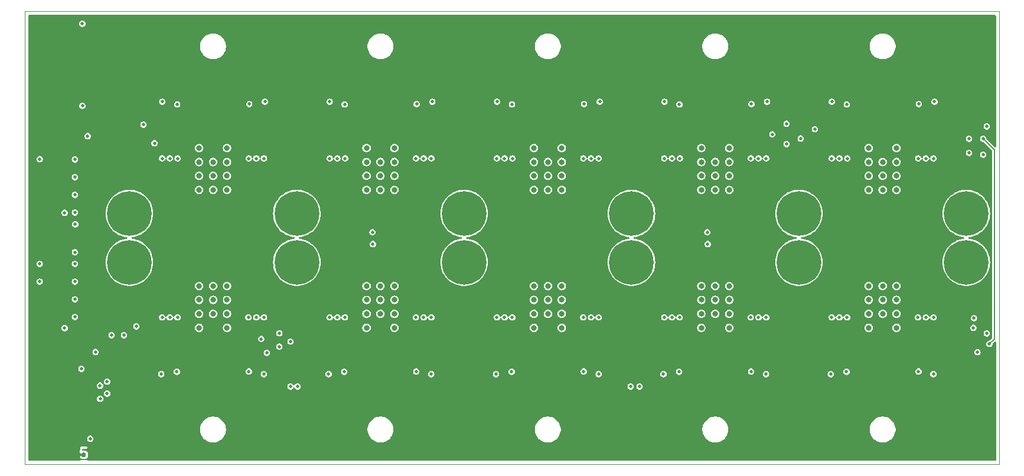
<source format=gbr>
%TF.GenerationSoftware,KiCad,Pcbnew,8.0.6*%
%TF.CreationDate,2024-12-11T18:08:37+01:00*%
%TF.ProjectId,AsicsBoard - 10xBM1370 - 01A,41736963-7342-46f6-9172-64202d203130,rev?*%
%TF.SameCoordinates,Original*%
%TF.FileFunction,Copper,L5,Inr*%
%TF.FilePolarity,Positive*%
%FSLAX46Y46*%
G04 Gerber Fmt 4.6, Leading zero omitted, Abs format (unit mm)*
G04 Created by KiCad (PCBNEW 8.0.6) date 2024-12-11 18:08:37*
%MOMM*%
%LPD*%
G01*
G04 APERTURE LIST*
%ADD10C,0.300000*%
%TA.AperFunction,ComponentPad*%
%ADD11C,0.800000*%
%TD*%
%TA.AperFunction,ComponentPad*%
%ADD12C,6.400000*%
%TD*%
%TA.AperFunction,ViaPad*%
%ADD13C,0.500000*%
%TD*%
%TA.AperFunction,ViaPad*%
%ADD14C,0.800000*%
%TD*%
%TA.AperFunction,Conductor*%
%ADD15C,0.200000*%
%TD*%
%TA.AperFunction,Profile*%
%ADD16C,0.100000*%
%TD*%
G04 APERTURE END LIST*
D10*
G36*
X74233209Y-119417495D02*
G01*
X72743432Y-119417495D01*
X72743432Y-118329594D01*
X72910099Y-118329594D01*
X72912281Y-118336825D01*
X72912281Y-118344378D01*
X72920672Y-118364637D01*
X72927006Y-118385626D01*
X72931787Y-118391470D01*
X72934679Y-118398450D01*
X72950183Y-118413953D01*
X72964067Y-118430923D01*
X72970723Y-118434494D01*
X72976065Y-118439835D01*
X72996319Y-118448224D01*
X73015642Y-118458590D01*
X73023159Y-118459341D01*
X73030137Y-118462232D01*
X73052060Y-118462232D01*
X73073879Y-118464414D01*
X73081110Y-118462232D01*
X73088663Y-118462232D01*
X73108922Y-118453840D01*
X73129911Y-118447507D01*
X73135755Y-118442725D01*
X73142735Y-118439834D01*
X73165466Y-118421179D01*
X73219682Y-118366962D01*
X73309094Y-118322257D01*
X73595418Y-118322257D01*
X73684831Y-118366963D01*
X73721834Y-118403967D01*
X73766542Y-118493381D01*
X73766542Y-118779703D01*
X73721834Y-118869117D01*
X73684831Y-118906121D01*
X73595418Y-118950828D01*
X73309094Y-118950828D01*
X73219682Y-118906122D01*
X73165466Y-118851906D01*
X73142735Y-118833251D01*
X73088663Y-118810853D01*
X73030137Y-118810853D01*
X72976065Y-118833250D01*
X72934679Y-118874635D01*
X72912281Y-118928707D01*
X72912281Y-118987233D01*
X72934678Y-119041305D01*
X72953332Y-119064036D01*
X73024760Y-119135465D01*
X73036262Y-119144904D01*
X73038860Y-119147900D01*
X73043374Y-119150741D01*
X73047491Y-119154120D01*
X73051149Y-119155635D01*
X73063746Y-119163564D01*
X73206604Y-119234993D01*
X73234067Y-119245502D01*
X73239442Y-119245883D01*
X73244421Y-119247946D01*
X73273685Y-119250828D01*
X73630827Y-119250828D01*
X73660091Y-119247946D01*
X73665069Y-119245883D01*
X73670445Y-119245502D01*
X73697908Y-119234992D01*
X73840767Y-119163564D01*
X73853361Y-119155635D01*
X73857021Y-119154120D01*
X73861141Y-119150738D01*
X73865652Y-119147899D01*
X73868246Y-119144907D01*
X73879752Y-119135465D01*
X73951180Y-119064036D01*
X73960618Y-119052535D01*
X73963612Y-119049939D01*
X73966452Y-119045426D01*
X73969834Y-119041306D01*
X73971349Y-119037646D01*
X73979277Y-119025053D01*
X74050706Y-118882197D01*
X74061215Y-118854733D01*
X74061596Y-118849358D01*
X74063660Y-118844378D01*
X74066542Y-118815114D01*
X74066542Y-118457971D01*
X74063660Y-118428707D01*
X74061596Y-118423726D01*
X74061215Y-118418352D01*
X74050706Y-118390888D01*
X73979277Y-118248032D01*
X73971349Y-118235438D01*
X73969834Y-118231779D01*
X73966452Y-118227658D01*
X73963612Y-118223146D01*
X73960618Y-118220549D01*
X73951180Y-118209049D01*
X73879752Y-118137620D01*
X73868246Y-118128177D01*
X73865652Y-118125186D01*
X73861141Y-118122346D01*
X73857021Y-118118965D01*
X73853361Y-118117449D01*
X73840767Y-118109521D01*
X73697908Y-118038093D01*
X73670445Y-118027583D01*
X73665069Y-118027201D01*
X73660091Y-118025139D01*
X73630827Y-118022257D01*
X73273685Y-118022257D01*
X73244421Y-118025139D01*
X73239442Y-118027201D01*
X73238934Y-118027237D01*
X73266576Y-117750828D01*
X73845113Y-117750828D01*
X73874377Y-117747946D01*
X73928449Y-117725548D01*
X73969833Y-117684164D01*
X73992231Y-117630092D01*
X73992231Y-117571564D01*
X73969833Y-117517492D01*
X73928449Y-117476108D01*
X73874377Y-117453710D01*
X73845113Y-117450828D01*
X73130827Y-117450828D01*
X73120000Y-117451894D01*
X73116347Y-117451529D01*
X73112779Y-117452605D01*
X73101563Y-117453710D01*
X73081300Y-117462103D01*
X73060315Y-117468435D01*
X73054470Y-117473216D01*
X73047491Y-117476108D01*
X73031985Y-117491613D01*
X73015018Y-117505496D01*
X73011447Y-117512151D01*
X73006107Y-117517492D01*
X72997715Y-117537749D01*
X72987351Y-117557071D01*
X72985136Y-117568118D01*
X72983709Y-117571564D01*
X72983709Y-117575238D01*
X72981571Y-117585903D01*
X72910143Y-118300189D01*
X72910099Y-118329594D01*
X72743432Y-118329594D01*
X72743432Y-117284161D01*
X74233209Y-117284161D01*
X74233209Y-119417495D01*
G37*
D11*
%TO.N,VPWR_ASIC*%
%TO.C,H33*%
X202600000Y-91000000D03*
X201900000Y-92900000D03*
X201900000Y-89100000D03*
X200000000Y-93600000D03*
D12*
X200000000Y-91000000D03*
D11*
X200000000Y-88400000D03*
X198100000Y-92900000D03*
X198100000Y-89100000D03*
X197400000Y-91000000D03*
%TD*%
%TO.N,VPWR_ASIC*%
%TO.C,H11*%
X82600000Y-84000000D03*
X81900000Y-85900000D03*
X81900000Y-82100000D03*
X80000000Y-86600000D03*
D12*
X80000000Y-84000000D03*
D11*
X80000000Y-81400000D03*
X78100000Y-85900000D03*
X78100000Y-82100000D03*
X77400000Y-84000000D03*
%TD*%
%TO.N,VPWR_ASIC*%
%TO.C,H27*%
X178600000Y-84000000D03*
X177900000Y-85900000D03*
X177900000Y-82100000D03*
X176000000Y-86600000D03*
D12*
X176000000Y-84000000D03*
D11*
X176000000Y-81400000D03*
X174100000Y-85900000D03*
X174100000Y-82100000D03*
X173400000Y-84000000D03*
%TD*%
%TO.N,GND*%
%TO.C,H14*%
X82600000Y-115000000D03*
X81900000Y-116900000D03*
X81900000Y-113100000D03*
X80000000Y-117600000D03*
D12*
X80000000Y-115000000D03*
D11*
X80000000Y-112400000D03*
X78100000Y-116900000D03*
X78100000Y-113100000D03*
X77400000Y-115000000D03*
%TD*%
%TO.N,GND*%
%TO.C,H34*%
X202600000Y-115000000D03*
X201900000Y-116900000D03*
X201900000Y-113100000D03*
X200000000Y-117600000D03*
D12*
X200000000Y-115000000D03*
D11*
X200000000Y-112400000D03*
X198100000Y-116900000D03*
X198100000Y-113100000D03*
X197400000Y-115000000D03*
%TD*%
%TO.N,VPWR_ASIC*%
%TO.C,H21*%
X130600000Y-91000000D03*
X129900000Y-92900000D03*
X129900000Y-89100000D03*
X128000000Y-93600000D03*
D12*
X128000000Y-91000000D03*
D11*
X128000000Y-88400000D03*
X126100000Y-92900000D03*
X126100000Y-89100000D03*
X125400000Y-91000000D03*
%TD*%
%TO.N,GND*%
%TO.C,H20*%
X130600000Y-60000000D03*
X129900000Y-61900000D03*
X129900000Y-58100000D03*
X128000000Y-62600000D03*
D12*
X128000000Y-60000000D03*
D11*
X128000000Y-57400000D03*
X126100000Y-61900000D03*
X126100000Y-58100000D03*
X125400000Y-60000000D03*
%TD*%
%TO.N,VPWR_ASIC*%
%TO.C,H19*%
X130600000Y-84000000D03*
X129900000Y-85900000D03*
X129900000Y-82100000D03*
X128000000Y-86600000D03*
D12*
X128000000Y-84000000D03*
D11*
X128000000Y-81400000D03*
X126100000Y-85900000D03*
X126100000Y-82100000D03*
X125400000Y-84000000D03*
%TD*%
%TO.N,GND*%
%TO.C,H32*%
X202600000Y-60000000D03*
X201900000Y-61900000D03*
X201900000Y-58100000D03*
X200000000Y-62600000D03*
D12*
X200000000Y-60000000D03*
D11*
X200000000Y-57400000D03*
X198100000Y-61900000D03*
X198100000Y-58100000D03*
X197400000Y-60000000D03*
%TD*%
%TO.N,VPWR_ASIC*%
%TO.C,H13*%
X82600000Y-91000000D03*
X81900000Y-92900000D03*
X81900000Y-89100000D03*
X80000000Y-93600000D03*
D12*
X80000000Y-91000000D03*
D11*
X80000000Y-88400000D03*
X78100000Y-92900000D03*
X78100000Y-89100000D03*
X77400000Y-91000000D03*
%TD*%
%TO.N,VPWR_ASIC*%
%TO.C,H31*%
X202600000Y-84000000D03*
X201900000Y-85900000D03*
X201900000Y-82100000D03*
X200000000Y-86600000D03*
D12*
X200000000Y-84000000D03*
D11*
X200000000Y-81400000D03*
X198100000Y-85900000D03*
X198100000Y-82100000D03*
X197400000Y-84000000D03*
%TD*%
%TO.N,GND*%
%TO.C,H30*%
X178600000Y-115000000D03*
X177900000Y-116900000D03*
X177900000Y-113100000D03*
X176000000Y-117600000D03*
D12*
X176000000Y-115000000D03*
D11*
X176000000Y-112400000D03*
X174100000Y-116900000D03*
X174100000Y-113100000D03*
X173400000Y-115000000D03*
%TD*%
%TO.N,VPWR_ASIC*%
%TO.C,H23*%
X154600000Y-84000000D03*
X153900000Y-85900000D03*
X153900000Y-82100000D03*
X152000000Y-86600000D03*
D12*
X152000000Y-84000000D03*
D11*
X152000000Y-81400000D03*
X150100000Y-85900000D03*
X150100000Y-82100000D03*
X149400000Y-84000000D03*
%TD*%
%TO.N,VPWR_ASIC*%
%TO.C,H17*%
X106600000Y-91000000D03*
X105900000Y-92900000D03*
X105900000Y-89100000D03*
X104000000Y-93600000D03*
D12*
X104000000Y-91000000D03*
D11*
X104000000Y-88400000D03*
X102100000Y-92900000D03*
X102100000Y-89100000D03*
X101400000Y-91000000D03*
%TD*%
%TO.N,VPWR_ASIC*%
%TO.C,H25*%
X154600000Y-91000000D03*
X153900000Y-92900000D03*
X153900000Y-89100000D03*
X152000000Y-93600000D03*
D12*
X152000000Y-91000000D03*
D11*
X152000000Y-88400000D03*
X150100000Y-92900000D03*
X150100000Y-89100000D03*
X149400000Y-91000000D03*
%TD*%
%TO.N,GND*%
%TO.C,H22*%
X130600000Y-115000000D03*
X129900000Y-116900000D03*
X129900000Y-113100000D03*
X128000000Y-117600000D03*
D12*
X128000000Y-115000000D03*
D11*
X128000000Y-112400000D03*
X126100000Y-116900000D03*
X126100000Y-113100000D03*
X125400000Y-115000000D03*
%TD*%
%TO.N,VPWR_ASIC*%
%TO.C,H15*%
X106600000Y-84000000D03*
X105900000Y-85900000D03*
X105900000Y-82100000D03*
X104000000Y-86600000D03*
D12*
X104000000Y-84000000D03*
D11*
X104000000Y-81400000D03*
X102100000Y-85900000D03*
X102100000Y-82100000D03*
X101400000Y-84000000D03*
%TD*%
%TO.N,GND*%
%TO.C,H12*%
X82600000Y-60000000D03*
X81900000Y-61900000D03*
X81900000Y-58100000D03*
X80000000Y-62600000D03*
D12*
X80000000Y-60000000D03*
D11*
X80000000Y-57400000D03*
X78100000Y-61900000D03*
X78100000Y-58100000D03*
X77400000Y-60000000D03*
%TD*%
%TO.N,VPWR_ASIC*%
%TO.C,H29*%
X178600000Y-91000000D03*
X177900000Y-92900000D03*
X177900000Y-89100000D03*
X176000000Y-93600000D03*
D12*
X176000000Y-91000000D03*
D11*
X176000000Y-88400000D03*
X174100000Y-92900000D03*
X174100000Y-89100000D03*
X173400000Y-91000000D03*
%TD*%
%TO.N,GND*%
%TO.C,H24*%
X154600000Y-60000000D03*
X153900000Y-61900000D03*
X153900000Y-58100000D03*
X152000000Y-62600000D03*
D12*
X152000000Y-60000000D03*
D11*
X152000000Y-57400000D03*
X150100000Y-61900000D03*
X150100000Y-58100000D03*
X149400000Y-60000000D03*
%TD*%
%TO.N,GND*%
%TO.C,H18*%
X106600000Y-115000000D03*
X105900000Y-116900000D03*
X105900000Y-113100000D03*
X104000000Y-117600000D03*
D12*
X104000000Y-115000000D03*
D11*
X104000000Y-112400000D03*
X102100000Y-116900000D03*
X102100000Y-113100000D03*
X101400000Y-115000000D03*
%TD*%
%TO.N,GND*%
%TO.C,H26*%
X154600000Y-115000000D03*
X153900000Y-116900000D03*
X153900000Y-113100000D03*
X152000000Y-117600000D03*
D12*
X152000000Y-115000000D03*
D11*
X152000000Y-112400000D03*
X150100000Y-116900000D03*
X150100000Y-113100000D03*
X149400000Y-115000000D03*
%TD*%
%TO.N,GND*%
%TO.C,H28*%
X178600000Y-60000000D03*
X177900000Y-61900000D03*
X177900000Y-58100000D03*
X176000000Y-62600000D03*
D12*
X176000000Y-60000000D03*
D11*
X176000000Y-57400000D03*
X174100000Y-61900000D03*
X174100000Y-58100000D03*
X173400000Y-60000000D03*
%TD*%
%TO.N,GND*%
%TO.C,H16*%
X106600000Y-60000000D03*
X105900000Y-61900000D03*
X105900000Y-58100000D03*
X104000000Y-62600000D03*
D12*
X104000000Y-60000000D03*
D11*
X104000000Y-57400000D03*
X102100000Y-61900000D03*
X102100000Y-58100000D03*
X101400000Y-60000000D03*
%TD*%
D13*
%TO.N,+5V_STDBY*%
X73128000Y-106284000D03*
X67145000Y-76185000D03*
X73255000Y-56754000D03*
D14*
%TO.N,GND*%
X186000000Y-106500000D03*
D13*
X192800000Y-79800000D03*
D14*
X114000000Y-71500000D03*
X94000000Y-103500000D03*
D13*
X99320000Y-108000000D03*
X67032000Y-64882000D03*
X108680000Y-104500000D03*
D14*
X138000000Y-108508000D03*
D13*
X194553006Y-69732000D03*
D14*
X142000000Y-70000000D03*
D13*
X134596000Y-66160000D03*
X135200000Y-95200000D03*
X96820000Y-96200000D03*
X147320000Y-108000000D03*
D14*
X166000000Y-66500000D03*
X138000000Y-73000000D03*
D13*
X120820000Y-96200000D03*
X193524000Y-108816000D03*
D14*
X162000000Y-106500000D03*
D13*
X67032000Y-60310000D03*
D14*
X186000000Y-70000000D03*
D13*
X132700000Y-96380000D03*
D14*
X118000000Y-66500000D03*
D13*
X159180000Y-79800000D03*
D14*
X162000000Y-108508000D03*
X94000000Y-73000000D03*
D13*
X110900000Y-69700000D03*
D14*
X116000000Y-66500000D03*
D13*
X180680000Y-67000000D03*
X111180000Y-78800000D03*
X111180000Y-79800000D03*
D14*
X94000000Y-70000000D03*
X114000000Y-103500000D03*
D13*
X180680000Y-104500000D03*
D14*
X162000000Y-66500000D03*
D13*
X144820000Y-96200000D03*
D14*
X92000000Y-66500000D03*
X90000000Y-102000000D03*
D13*
X171320000Y-108000000D03*
D14*
X162000000Y-105000000D03*
X186000000Y-102000000D03*
D13*
X98200000Y-100830000D03*
X168800000Y-79800000D03*
X109800000Y-74170000D03*
X192820000Y-96200000D03*
X192820000Y-95200000D03*
X86500000Y-108734000D03*
X182900000Y-69700000D03*
D14*
X92000000Y-108500000D03*
D13*
X123300000Y-96380000D03*
X66943500Y-114704500D03*
X169100000Y-105300000D03*
X123320000Y-67000000D03*
X97512000Y-108816000D03*
D14*
X90000000Y-71500000D03*
D13*
X147300000Y-96380000D03*
D14*
X142000000Y-73000000D03*
X114000000Y-102000000D03*
X138000000Y-66500000D03*
D13*
X120820000Y-78800000D03*
D14*
X188000000Y-66500000D03*
D13*
X84680000Y-108000000D03*
X110466000Y-108816000D03*
X171320000Y-67000000D03*
D14*
X114000000Y-108500000D03*
X166000000Y-102000000D03*
D13*
X97512000Y-66160000D03*
D14*
X186000000Y-108508000D03*
X190000000Y-73000000D03*
D13*
X133800000Y-100830000D03*
X156700000Y-78620000D03*
X84700000Y-96380000D03*
X159200000Y-95200000D03*
D14*
X94000000Y-102000000D03*
D13*
X192820000Y-78800000D03*
D14*
X166000000Y-108508000D03*
D13*
X181800000Y-74170000D03*
X158900000Y-69700000D03*
X157800000Y-100830000D03*
D14*
X138000000Y-106500000D03*
D13*
X121100000Y-105300000D03*
D14*
X118000000Y-102000000D03*
D13*
X133800000Y-74170000D03*
D14*
X142000000Y-66500000D03*
X186000000Y-71500000D03*
X186000000Y-105000000D03*
D13*
X182602000Y-66160000D03*
X159180000Y-96200000D03*
X111200000Y-95200000D03*
X145518000Y-108816000D03*
D14*
X118000000Y-73000000D03*
X94000000Y-66500000D03*
D13*
X183200000Y-95200000D03*
X195320000Y-67000000D03*
D14*
X189996441Y-66468000D03*
D13*
X85446994Y-105268000D03*
X109446994Y-105268000D03*
X123300000Y-78620000D03*
D14*
X90000000Y-103500000D03*
D13*
X135180000Y-78800000D03*
X98200000Y-74170000D03*
X99300000Y-78620000D03*
X171300000Y-96380000D03*
D14*
X114000000Y-66500000D03*
D13*
X87180000Y-79800000D03*
D14*
X138000000Y-103500000D03*
X186000000Y-66500000D03*
X94000000Y-108500000D03*
D13*
X67145000Y-83852000D03*
D14*
X190000000Y-105000000D03*
D13*
X182602000Y-108816000D03*
X168820000Y-95200000D03*
D14*
X138000000Y-71500000D03*
D13*
X71096000Y-106284000D03*
D14*
X162000000Y-102000000D03*
D13*
X147300000Y-78620000D03*
X87180000Y-78800000D03*
X146553006Y-69732000D03*
X122553006Y-69732000D03*
X99300000Y-96380000D03*
D14*
X90000000Y-73000000D03*
X94000000Y-105000000D03*
X190000000Y-106500000D03*
D13*
X108680000Y-108000000D03*
X157800000Y-74170000D03*
D14*
X114000000Y-73000000D03*
D13*
X146200000Y-100830000D03*
X84700000Y-78620000D03*
D14*
X166000000Y-106500000D03*
X90000000Y-105000000D03*
X138000000Y-105000000D03*
D13*
X147320000Y-70500000D03*
X195320000Y-108000000D03*
X132680000Y-104500000D03*
X194200000Y-74170000D03*
X108700000Y-96380000D03*
D14*
X140000000Y-66500000D03*
D13*
X96820000Y-95200000D03*
D14*
X118000000Y-108500000D03*
D13*
X133446994Y-105268000D03*
X70080000Y-58024000D03*
X170200000Y-74170000D03*
D14*
X186000000Y-68500000D03*
X90000000Y-68500000D03*
D13*
X132680000Y-108000000D03*
X71700000Y-116500000D03*
D14*
X164000000Y-66500000D03*
X162000000Y-73000000D03*
D13*
X156680000Y-108000000D03*
X87180000Y-96200000D03*
X145100000Y-105300000D03*
D14*
X138000000Y-70000000D03*
D13*
X120820000Y-95200000D03*
D14*
X162000000Y-103500000D03*
D13*
X193524000Y-66160000D03*
D14*
X164000000Y-108508000D03*
X166000000Y-103500000D03*
X142000000Y-71500000D03*
D13*
X111180000Y-96200000D03*
X86590000Y-66160000D03*
X144820000Y-78800000D03*
X135180000Y-96200000D03*
D14*
X142000000Y-108508000D03*
X118000000Y-106500000D03*
X162000000Y-68500000D03*
X138000000Y-68500000D03*
X114000000Y-70000000D03*
X162000000Y-70000000D03*
D13*
X158472000Y-108816000D03*
D14*
X190000000Y-108508000D03*
D13*
X84680000Y-67000000D03*
X169394000Y-108816000D03*
X123320000Y-108000000D03*
X180680000Y-108000000D03*
X121388000Y-66160000D03*
X168820000Y-96200000D03*
D14*
X162000000Y-71500000D03*
D13*
X122200000Y-74170000D03*
X171320000Y-70500000D03*
X183180000Y-96200000D03*
X97100000Y-105300000D03*
X68810000Y-104379000D03*
X156680000Y-67000000D03*
X71527000Y-112380000D03*
X108680000Y-67000000D03*
X181446994Y-105268000D03*
X193100000Y-105300000D03*
D14*
X166000000Y-105000000D03*
D13*
X159180000Y-78800000D03*
X134596000Y-108816000D03*
D14*
X190000000Y-68500000D03*
D13*
X123320000Y-70500000D03*
D14*
X114000000Y-106500000D03*
D13*
X110466000Y-66160000D03*
X146200000Y-74170000D03*
D14*
X118000000Y-105000000D03*
D13*
X132680000Y-67000000D03*
D14*
X166000000Y-68500000D03*
D13*
X99320000Y-67000000D03*
X180700000Y-78620000D03*
X121388000Y-108816000D03*
X108700000Y-78620000D03*
X135180000Y-79800000D03*
X109800000Y-100830000D03*
X96820000Y-78800000D03*
D14*
X190000000Y-71500000D03*
X190000000Y-103500000D03*
X118000000Y-70000000D03*
D13*
X145518000Y-66160000D03*
X168820000Y-78800000D03*
X195300000Y-78620000D03*
X87200000Y-95200000D03*
X99320000Y-70500000D03*
X171300000Y-78620000D03*
X96800000Y-79800000D03*
D14*
X166000000Y-71500000D03*
X188000000Y-108508000D03*
D13*
X157446994Y-105268000D03*
X71477000Y-62596000D03*
D14*
X114000000Y-105000000D03*
D13*
X85800000Y-74170000D03*
D14*
X90000000Y-66500000D03*
X142000000Y-105000000D03*
D13*
X144800000Y-79800000D03*
D14*
X90000000Y-106500000D03*
X94000000Y-68500000D03*
D13*
X120800000Y-79800000D03*
X98553006Y-69732000D03*
D14*
X94000000Y-71500000D03*
D13*
X144820000Y-95200000D03*
X183180000Y-79800000D03*
X66943500Y-110132500D03*
X85800000Y-100830000D03*
X132700000Y-78620000D03*
X195320000Y-70500000D03*
D14*
X142000000Y-102000000D03*
D13*
X84680000Y-104500000D03*
D14*
X118000000Y-68500000D03*
D13*
X170553006Y-69732000D03*
X183180000Y-78800000D03*
X195300000Y-96380000D03*
D14*
X190000000Y-70000000D03*
D13*
X169394000Y-66160000D03*
D14*
X166000000Y-70000000D03*
X90000000Y-70000000D03*
X138000000Y-102000000D03*
D13*
X156700000Y-96380000D03*
D14*
X140000000Y-108508000D03*
D13*
X147320000Y-67000000D03*
D14*
X142000000Y-68500000D03*
X118000000Y-71500000D03*
D13*
X194200000Y-100830000D03*
X75600000Y-88500000D03*
X158472000Y-66160000D03*
D14*
X94000000Y-106500000D03*
D13*
X170200000Y-100830000D03*
D14*
X186000000Y-103500000D03*
D13*
X156680000Y-104500000D03*
X134900000Y-69700000D03*
D14*
X114000000Y-68500000D03*
D13*
X86900000Y-69700000D03*
D14*
X118000000Y-103500000D03*
X142000000Y-103500000D03*
D13*
X181800000Y-100830000D03*
X180700000Y-96380000D03*
X122200000Y-100830000D03*
X71118000Y-67100000D03*
D14*
X186000000Y-73000000D03*
X142000000Y-106500000D03*
D13*
X73166500Y-101204000D03*
D14*
X90000000Y-108500000D03*
X190000000Y-102000000D03*
X116000000Y-108500000D03*
X166000000Y-73000000D03*
D13*
%TO.N,+0.8V*%
X108718000Y-67954000D03*
X123434000Y-67954000D03*
X108566000Y-107046000D03*
X99434000Y-67954000D03*
X132718000Y-67954000D03*
X180718000Y-67954000D03*
X195282000Y-107046000D03*
X84718000Y-67954000D03*
X171282000Y-107046000D03*
X84566000Y-107046000D03*
X123282000Y-107046000D03*
X99282000Y-107046000D03*
X180566000Y-107046000D03*
X147282000Y-107046000D03*
X156566000Y-107046000D03*
X195434000Y-67954000D03*
X156718000Y-67954000D03*
X74398000Y-116317000D03*
X171434000Y-67954000D03*
X147434000Y-67954000D03*
X132566000Y-107046000D03*
%TO.N,+1.2V*%
X193140000Y-106660000D03*
X86810000Y-106710000D03*
X70715000Y-83900000D03*
X182810000Y-106710000D03*
X72195000Y-83852000D03*
X86860000Y-68340000D03*
X97140000Y-106660000D03*
X145190000Y-68290000D03*
X97190000Y-68290000D03*
X169140000Y-106660000D03*
X74017000Y-72883000D03*
X158860000Y-68340000D03*
X70715000Y-100442000D03*
X110860000Y-68340000D03*
X121190000Y-68290000D03*
X182860000Y-68340000D03*
X145140000Y-106660000D03*
X193190000Y-68290000D03*
X73276500Y-68543500D03*
X134810000Y-106710000D03*
X121140000Y-106660000D03*
X169190000Y-68290000D03*
X158810000Y-106710000D03*
X110810000Y-106710000D03*
X134860000Y-68340000D03*
D14*
%TO.N,VPWR_ASIC*%
X116000000Y-78600000D03*
X90000000Y-74600000D03*
X162000000Y-100400000D03*
X118000000Y-94400000D03*
X140000000Y-76600000D03*
X142000000Y-78600000D03*
X118000000Y-76600000D03*
X166000000Y-100400000D03*
X190000000Y-100400000D03*
X186000000Y-76600000D03*
X162000000Y-76600000D03*
X118000000Y-96400000D03*
X92000000Y-78600000D03*
X164000000Y-76600000D03*
X116000000Y-76600000D03*
X186000000Y-80600000D03*
X92000000Y-80600000D03*
X116000000Y-98400000D03*
X140000000Y-96400000D03*
X162000000Y-80600000D03*
X114000000Y-100400000D03*
X142000000Y-96400000D03*
X186000000Y-96400000D03*
X186000000Y-94400000D03*
X138000000Y-94400000D03*
X188000000Y-96400000D03*
X190000000Y-96400000D03*
X140000000Y-78600000D03*
X142000000Y-100400000D03*
X190000000Y-74600000D03*
X116000000Y-94400000D03*
X142000000Y-94400000D03*
X164000000Y-80600000D03*
X162000000Y-98400000D03*
X90000000Y-98400000D03*
X116000000Y-96400000D03*
X186000000Y-78600000D03*
X90000000Y-78600000D03*
X162000000Y-96400000D03*
X94000000Y-100400000D03*
X138000000Y-76600000D03*
X188000000Y-98400000D03*
X190000000Y-94400000D03*
X94000000Y-78600000D03*
X90000000Y-76600000D03*
X140000000Y-98400000D03*
X94000000Y-98400000D03*
X142000000Y-80600000D03*
X94000000Y-74600000D03*
X166000000Y-74600000D03*
X166000000Y-76600000D03*
X90000000Y-94400000D03*
X118000000Y-80600000D03*
X186000000Y-74600000D03*
X138000000Y-78600000D03*
X140000000Y-80600000D03*
X114000000Y-94400000D03*
X142000000Y-76600000D03*
X190000000Y-80600000D03*
X118000000Y-100400000D03*
X164000000Y-96400000D03*
X190000000Y-98400000D03*
X92000000Y-94400000D03*
X116000000Y-80600000D03*
X164000000Y-94400000D03*
X114000000Y-96400000D03*
X94000000Y-94400000D03*
X138000000Y-74600000D03*
X94000000Y-96400000D03*
X162000000Y-74600000D03*
X162000000Y-78600000D03*
X138000000Y-96400000D03*
X138000000Y-80600000D03*
X166000000Y-94400000D03*
X190000000Y-78600000D03*
X186000000Y-98400000D03*
X190000000Y-76600000D03*
X188000000Y-78600000D03*
X118000000Y-74600000D03*
X166000000Y-98400000D03*
X166000000Y-80600000D03*
X92000000Y-76600000D03*
X94000000Y-76600000D03*
X90000000Y-96400000D03*
X140000000Y-94400000D03*
X188000000Y-76600000D03*
X138000000Y-100400000D03*
X92000000Y-98400000D03*
X90000000Y-80600000D03*
X114000000Y-76600000D03*
X166000000Y-78600000D03*
X186000000Y-100400000D03*
X114000000Y-80600000D03*
X166000000Y-96400000D03*
X164000000Y-78600000D03*
X188000000Y-80600000D03*
X118000000Y-78600000D03*
X92000000Y-96400000D03*
X114000000Y-98400000D03*
X114000000Y-74600000D03*
X162000000Y-94400000D03*
X138000000Y-98400000D03*
X94000000Y-80600000D03*
X114000000Y-78600000D03*
X142000000Y-98400000D03*
X142000000Y-74600000D03*
X90000000Y-100400000D03*
X188000000Y-94400000D03*
X118000000Y-98400000D03*
X164000000Y-98400000D03*
D13*
%TO.N,/VSP*%
X67145000Y-91232000D03*
X72239000Y-85555000D03*
%TO.N,/VSN*%
X67145000Y-93772000D03*
X72200000Y-89548000D03*
%TO.N,/CTN1_RTN*%
X103100000Y-108824000D03*
X114860000Y-86675000D03*
X72195000Y-98852000D03*
X76811000Y-108117591D03*
%TO.N,/CTN1*%
X72195000Y-96312000D03*
X114914000Y-88377000D03*
X104116000Y-108824000D03*
X75795000Y-108697000D03*
%TO.N,/CTN2*%
X162920000Y-88377000D03*
X75804668Y-110592332D03*
X153138000Y-108824000D03*
X72195000Y-91232000D03*
%TO.N,/CTN2_RTN*%
X162866000Y-86675000D03*
X72195000Y-93772000D03*
X151868000Y-108824000D03*
X76811000Y-109840000D03*
%TO.N,/RSTIn*%
X81002000Y-100188000D03*
X72195000Y-76232000D03*
%TO.N,/CLKI*%
X75160000Y-103871000D03*
%TO.N,/CI*%
X72195000Y-78772000D03*
X79224000Y-101458000D03*
%TO.N,/RO*%
X72195000Y-81312000D03*
X77446000Y-101458000D03*
%TO.N,/ASICs/ASICs_BM1370_1/BM1370-1/VDD1_0*%
X108700000Y-98910000D03*
%TO.N,/ASICs/ASICs_BM1370_1/BM1370-1/VDD2_0*%
X109800000Y-98910000D03*
%TO.N,/ASICs/ASICs_BM1370_1/BM1370-1/VDD3_0*%
X110900000Y-98910000D03*
%TO.N,/ASICs/ASICs_BM1370_1/BM1370-1/VDD3_1*%
X121067216Y-98910000D03*
%TO.N,/ASICs/ASICs_BM1370_1/BM1370-1/VDD2_1*%
X122200000Y-98910000D03*
%TO.N,/ASICs/ASICs_BM1370_1/BM1370-1/VDD1_1*%
X123300000Y-98910000D03*
%TO.N,/ASICs/ASICs_BM1370_1/BM1370-0/VDD1_0*%
X84700000Y-98910000D03*
%TO.N,/ASICs/ASICs_BM1370_1/BM1370-0/VDD2_0*%
X85800000Y-98910000D03*
%TO.N,/ASICs/ASICs_BM1370_1/BM1370-0/VDD3_0*%
X86900000Y-98910000D03*
%TO.N,/ASICs/ASICs_BM1370_1/BM1370-0/VDD3_1*%
X97067216Y-98910000D03*
%TO.N,/ASICs/ASICs_BM1370_1/BM1370-0/VDD2_1*%
X98200000Y-98910000D03*
%TO.N,/ASICs/ASICs_BM1370_1/BM1370-0/VDD1_1*%
X99300000Y-98910000D03*
%TO.N,/ASICs/ASICs_BM1370_2/BM1370-1/VDD1_0*%
X171300000Y-76090000D03*
%TO.N,/ASICs/ASICs_BM1370_2/BM1370-1/VDD2_0*%
X170200000Y-76090000D03*
%TO.N,/ASICs/ASICs_BM1370_2/BM1370-1/VDD3_0*%
X169100000Y-76090000D03*
%TO.N,/ASICs/ASICs_BM1370_2/BM1370-1/VDD3_1*%
X158932784Y-76090000D03*
%TO.N,/ASICs/ASICs_BM1370_2/BM1370-1/VDD2_1*%
X157800000Y-76090000D03*
%TO.N,/ASICs/ASICs_BM1370_2/BM1370-1/VDD1_1*%
X156700000Y-76090000D03*
%TO.N,/ASICs/ASICs_BM1370_1/BM1370-2/VDD1_0*%
X132700000Y-98910000D03*
%TO.N,/ASICs/ASICs_BM1370_1/BM1370-2/VDD2_0*%
X133800000Y-98910000D03*
%TO.N,/ASICs/ASICs_BM1370_1/BM1370-2/VDD3_0*%
X134900000Y-98910000D03*
%TO.N,/ASICs/ASICs_BM1370_1/BM1370-2/VDD3_1*%
X145067216Y-98910000D03*
%TO.N,/ASICs/ASICs_BM1370_1/BM1370-2/VDD2_1*%
X146200000Y-98910000D03*
%TO.N,/ASICs/ASICs_BM1370_1/BM1370-2/VDD1_1*%
X147300000Y-98910000D03*
%TO.N,/ASICs/ASICs_BM1370_2/BM1370-2/VDD1_0*%
X147300000Y-76090000D03*
%TO.N,/ASICs/ASICs_BM1370_2/BM1370-2/VDD2_0*%
X146200000Y-76090000D03*
%TO.N,/ASICs/ASICs_BM1370_2/BM1370-2/VDD3_0*%
X145100000Y-76090000D03*
%TO.N,/ASICs/ASICs_BM1370_2/BM1370-2/VDD3_1*%
X134932784Y-76090000D03*
%TO.N,/ASICs/ASICs_BM1370_2/BM1370-2/VDD2_1*%
X133800000Y-76090000D03*
%TO.N,/ASICs/ASICs_BM1370_2/BM1370-2/VDD1_1*%
X132700000Y-76090000D03*
%TO.N,/ASICs/ASICs_BM1370_1/BM1370-3/VDD1_0*%
X156700000Y-98910000D03*
%TO.N,/ASICs/ASICs_BM1370_1/BM1370-3/VDD2_0*%
X157800000Y-98910000D03*
%TO.N,/ASICs/ASICs_BM1370_1/BM1370-3/VDD3_0*%
X158900000Y-98910000D03*
%TO.N,/ASICs/ASICs_BM1370_1/BM1370-3/VDD3_1*%
X169067216Y-98910000D03*
%TO.N,/ASICs/ASICs_BM1370_1/BM1370-3/VDD2_1*%
X170200000Y-98910000D03*
%TO.N,/ASICs/ASICs_BM1370_1/BM1370-3/VDD1_1*%
X171300000Y-98910000D03*
%TO.N,/ASICs/ASICs_BM1370_2/BM1370-0/VDD1_0*%
X195300000Y-76090000D03*
%TO.N,/ASICs/ASICs_BM1370_2/BM1370-0/VDD2_0*%
X194200000Y-76090000D03*
%TO.N,/ASICs/ASICs_BM1370_2/BM1370-0/VDD3_0*%
X193100000Y-76090000D03*
%TO.N,/ASICs/ASICs_BM1370_2/BM1370-0/VDD3_1*%
X182932784Y-76090000D03*
%TO.N,/ASICs/ASICs_BM1370_2/BM1370-0/VDD2_1*%
X181800000Y-76090000D03*
%TO.N,/ASICs/ASICs_BM1370_2/BM1370-0/VDD1_1*%
X180700000Y-76090000D03*
%TO.N,/ASICs/ASICs_BM1370_2/BM1370-3/VDD1_0*%
X123300000Y-76090000D03*
%TO.N,/ASICs/ASICs_BM1370_2/BM1370-3/VDD2_0*%
X122200000Y-76090000D03*
%TO.N,/ASICs/ASICs_BM1370_2/BM1370-3/VDD3_0*%
X121100000Y-76090000D03*
%TO.N,/ASICs/ASICs_BM1370_2/BM1370-3/VDD3_1*%
X110932784Y-76090000D03*
%TO.N,/ASICs/ASICs_BM1370_2/BM1370-3/VDD2_1*%
X109800000Y-76090000D03*
%TO.N,/ASICs/ASICs_BM1370_2/BM1370-3/VDD1_1*%
X108700000Y-76090000D03*
%TO.N,/ASICs/ASICs_BM1370_1/BM1370-4/VDD1_0*%
X180700000Y-98910000D03*
%TO.N,/ASICs/ASICs_BM1370_1/BM1370-4/VDD2_0*%
X181800000Y-98910000D03*
%TO.N,/ASICs/ASICs_BM1370_1/BM1370-4/VDD3_0*%
X182900000Y-98910000D03*
%TO.N,/ASICs/ASICs_BM1370_1/BM1370-4/VDD3_1*%
X193067216Y-98910000D03*
%TO.N,/ASICs/ASICs_BM1370_1/BM1370-4/VDD2_1*%
X194200000Y-98910000D03*
%TO.N,/ASICs/ASICs_BM1370_1/BM1370-4/VDD1_1*%
X195300000Y-98910000D03*
%TO.N,/ASICs/ASICs_BM1370_2/BM1370-4/VDD1_0*%
X99300000Y-76090000D03*
%TO.N,/ASICs/ASICs_BM1370_2/BM1370-4/VDD2_0*%
X98200000Y-76090000D03*
%TO.N,/ASICs/ASICs_BM1370_2/BM1370-4/VDD3_0*%
X97100000Y-76090000D03*
%TO.N,/ASICs/ASICs_BM1370_2/BM1370-4/VDD3_1*%
X86932784Y-76090000D03*
%TO.N,/ASICs/ASICs_BM1370_2/BM1370-4/VDD2_1*%
X85800000Y-76090000D03*
%TO.N,/ASICs/ASICs_BM1370_2/BM1370-4/VDD1_1*%
X84700000Y-76090000D03*
%TO.N,/ASICs/ASICs_BM1370_1/RI1*%
X103100000Y-102380000D03*
%TO.N,/ASICs/ASICs_BM1370_1/CO1*%
X98900000Y-102000000D03*
%TO.N,/ASICs/ASICs_BM1370_1/CLKO1*%
X101500000Y-103100000D03*
%TO.N,/ASICs/ASICs_BM1370_1/BO1*%
X99700000Y-104000000D03*
%TO.N,/ASICs/ASICs_BM1370_2/RI1*%
X172188000Y-72620000D03*
%TO.N,/ASICs/ASICs_BM1370_2/CO1*%
X176252000Y-73220000D03*
%TO.N,/ASICs/ASICs_BM1370_1/BM1370-4/RI*%
X200382000Y-73264000D03*
X202922000Y-101204000D03*
%TO.N,/ASICs/ASICs_BM1370_2/CLKO1*%
X178284000Y-71900000D03*
%TO.N,/ASICs/ASICs_BM1370_2/BO1*%
X174220000Y-71100000D03*
%TO.N,/ASICs/ASICs_BM1370_1/BM1370-4/CO*%
X202414000Y-75550000D03*
X201000000Y-100400000D03*
%TO.N,/ASICs/ASICs_BM1370_1/BM1370-4/CLKO*%
X202414000Y-73264000D03*
X203300000Y-102700000D03*
%TO.N,/ASICs/ASICs_BM1370_1/BM1370-4/BO*%
X201600000Y-103900000D03*
X202922000Y-71486000D03*
%TO.N,/ASICs/ASICs_BM1370_2/BM1370-4/CLKO*%
X82018000Y-71232000D03*
%TO.N,/ASICs/ASICs_BM1370_1/RSTO1*%
X101500000Y-101200000D03*
%TO.N,/ASICs/ASICs_BM1370_1/BM1370-4/RSTO_n*%
X200382000Y-75296000D03*
X201094027Y-99029027D03*
%TO.N,/ASICs/ASICs_BM1370_2/BM1370-4/RSTO_n*%
X83600000Y-73900000D03*
%TO.N,/ASICs/ASICs_BM1370_2/RSTO1*%
X174220000Y-74026000D03*
%TD*%
D15*
%TO.N,/ASICs/ASICs_BM1370_1/BM1370-4/CLKO*%
X202414000Y-73264000D02*
X204000000Y-74850000D01*
X204000000Y-74850000D02*
X204000000Y-102000000D01*
X204000000Y-102000000D02*
X203300000Y-102700000D01*
%TD*%
%TA.AperFunction,Conductor*%
%TO.N,GND*%
G36*
X204192539Y-55520185D02*
G01*
X204238294Y-55572989D01*
X204249500Y-55624500D01*
X204249500Y-74375166D01*
X204229815Y-74442205D01*
X204177011Y-74487960D01*
X204107853Y-74497904D01*
X204044297Y-74468879D01*
X204037819Y-74462847D01*
X202903381Y-73328410D01*
X202869896Y-73267087D01*
X202868324Y-73258375D01*
X202850697Y-73135774D01*
X202847631Y-73129061D01*
X202796882Y-73017937D01*
X202712049Y-72920033D01*
X202603069Y-72849996D01*
X202603065Y-72849994D01*
X202603064Y-72849994D01*
X202478774Y-72813500D01*
X202478772Y-72813500D01*
X202349228Y-72813500D01*
X202349226Y-72813500D01*
X202224935Y-72849994D01*
X202224932Y-72849995D01*
X202224931Y-72849996D01*
X202184417Y-72876033D01*
X202115950Y-72920033D01*
X202031118Y-73017937D01*
X202031117Y-73017938D01*
X201977302Y-73135774D01*
X201958867Y-73264000D01*
X201977302Y-73392225D01*
X202020126Y-73485994D01*
X202031118Y-73510063D01*
X202115951Y-73607967D01*
X202224931Y-73678004D01*
X202238653Y-73682033D01*
X202349225Y-73714499D01*
X202349227Y-73714500D01*
X202349228Y-73714500D01*
X202388167Y-73714500D01*
X202455206Y-73734185D01*
X202475848Y-73750819D01*
X203663181Y-74938152D01*
X203696666Y-74999475D01*
X203699500Y-75025833D01*
X203699500Y-101824167D01*
X203679815Y-101891206D01*
X203663181Y-101911848D01*
X203361848Y-102213181D01*
X203300525Y-102246666D01*
X203274167Y-102249500D01*
X203235226Y-102249500D01*
X203110935Y-102285994D01*
X203110932Y-102285995D01*
X203110931Y-102285996D01*
X203059677Y-102318934D01*
X203001950Y-102356033D01*
X202917118Y-102453937D01*
X202917117Y-102453938D01*
X202863302Y-102571774D01*
X202844867Y-102700000D01*
X202863302Y-102828225D01*
X202875045Y-102853937D01*
X202917118Y-102946063D01*
X203001951Y-103043967D01*
X203110931Y-103114004D01*
X203235225Y-103150499D01*
X203235227Y-103150500D01*
X203235228Y-103150500D01*
X203364773Y-103150500D01*
X203364773Y-103150499D01*
X203489069Y-103114004D01*
X203598049Y-103043967D01*
X203682882Y-102946063D01*
X203736697Y-102828226D01*
X203754324Y-102705621D01*
X203783349Y-102642067D01*
X203789353Y-102635617D01*
X204037820Y-102387150D01*
X204099142Y-102353667D01*
X204168834Y-102358651D01*
X204224767Y-102400523D01*
X204249184Y-102465987D01*
X204249500Y-102474833D01*
X204249500Y-119368000D01*
X204229815Y-119435039D01*
X204177011Y-119480794D01*
X204125500Y-119492000D01*
X74138182Y-119492000D01*
X74071143Y-119472315D01*
X74025388Y-119419511D01*
X74015444Y-119350353D01*
X74044469Y-119286797D01*
X74050501Y-119280319D01*
X74073267Y-119257553D01*
X74073267Y-117443629D01*
X72902200Y-117443629D01*
X72902200Y-119257553D01*
X72924966Y-119280319D01*
X72958451Y-119341642D01*
X72953467Y-119411334D01*
X72911595Y-119467267D01*
X72846131Y-119491684D01*
X72837285Y-119492000D01*
X65632000Y-119492000D01*
X65564961Y-119472315D01*
X65519206Y-119419511D01*
X65508000Y-119368000D01*
X65508000Y-116317000D01*
X73942867Y-116317000D01*
X73961302Y-116445225D01*
X74015117Y-116563061D01*
X74015118Y-116563063D01*
X74099951Y-116660967D01*
X74208931Y-116731004D01*
X74294239Y-116756052D01*
X74333225Y-116767499D01*
X74333227Y-116767500D01*
X74333228Y-116767500D01*
X74462773Y-116767500D01*
X74462773Y-116767499D01*
X74587069Y-116731004D01*
X74696049Y-116660967D01*
X74780882Y-116563063D01*
X74834697Y-116445226D01*
X74853133Y-116317000D01*
X74834697Y-116188774D01*
X74780882Y-116070937D01*
X74696049Y-115973033D01*
X74587069Y-115902996D01*
X74587065Y-115902994D01*
X74587064Y-115902994D01*
X74462774Y-115866500D01*
X74462772Y-115866500D01*
X74333228Y-115866500D01*
X74333226Y-115866500D01*
X74208935Y-115902994D01*
X74208932Y-115902995D01*
X74208931Y-115902996D01*
X74157677Y-115935934D01*
X74099950Y-115973033D01*
X74015118Y-116070937D01*
X74015117Y-116070938D01*
X73961302Y-116188774D01*
X73942867Y-116317000D01*
X65508000Y-116317000D01*
X65508000Y-114878711D01*
X90149500Y-114878711D01*
X90149500Y-115121288D01*
X90181161Y-115361785D01*
X90243947Y-115596104D01*
X90336773Y-115820205D01*
X90336776Y-115820212D01*
X90458064Y-116030289D01*
X90458066Y-116030292D01*
X90458067Y-116030293D01*
X90605733Y-116222736D01*
X90605739Y-116222743D01*
X90777256Y-116394260D01*
X90777263Y-116394266D01*
X90843676Y-116445226D01*
X90969711Y-116541936D01*
X91179788Y-116663224D01*
X91403900Y-116756054D01*
X91638211Y-116818838D01*
X91818586Y-116842584D01*
X91878711Y-116850500D01*
X91878712Y-116850500D01*
X92121289Y-116850500D01*
X92169388Y-116844167D01*
X92361789Y-116818838D01*
X92596100Y-116756054D01*
X92820212Y-116663224D01*
X93030289Y-116541936D01*
X93222738Y-116394265D01*
X93394265Y-116222738D01*
X93541936Y-116030289D01*
X93663224Y-115820212D01*
X93756054Y-115596100D01*
X93818838Y-115361789D01*
X93850500Y-115121288D01*
X93850500Y-114878712D01*
X93850500Y-114878711D01*
X114149500Y-114878711D01*
X114149500Y-115121288D01*
X114181161Y-115361785D01*
X114243947Y-115596104D01*
X114336773Y-115820205D01*
X114336776Y-115820212D01*
X114458064Y-116030289D01*
X114458066Y-116030292D01*
X114458067Y-116030293D01*
X114605733Y-116222736D01*
X114605739Y-116222743D01*
X114777256Y-116394260D01*
X114777263Y-116394266D01*
X114843676Y-116445226D01*
X114969711Y-116541936D01*
X115179788Y-116663224D01*
X115403900Y-116756054D01*
X115638211Y-116818838D01*
X115818586Y-116842584D01*
X115878711Y-116850500D01*
X115878712Y-116850500D01*
X116121289Y-116850500D01*
X116169388Y-116844167D01*
X116361789Y-116818838D01*
X116596100Y-116756054D01*
X116820212Y-116663224D01*
X117030289Y-116541936D01*
X117222738Y-116394265D01*
X117394265Y-116222738D01*
X117541936Y-116030289D01*
X117663224Y-115820212D01*
X117756054Y-115596100D01*
X117818838Y-115361789D01*
X117850500Y-115121288D01*
X117850500Y-114878712D01*
X117850500Y-114878711D01*
X138149500Y-114878711D01*
X138149500Y-115121288D01*
X138181161Y-115361785D01*
X138243947Y-115596104D01*
X138336773Y-115820205D01*
X138336776Y-115820212D01*
X138458064Y-116030289D01*
X138458066Y-116030292D01*
X138458067Y-116030293D01*
X138605733Y-116222736D01*
X138605739Y-116222743D01*
X138777256Y-116394260D01*
X138777263Y-116394266D01*
X138843676Y-116445226D01*
X138969711Y-116541936D01*
X139179788Y-116663224D01*
X139403900Y-116756054D01*
X139638211Y-116818838D01*
X139818586Y-116842584D01*
X139878711Y-116850500D01*
X139878712Y-116850500D01*
X140121289Y-116850500D01*
X140169388Y-116844167D01*
X140361789Y-116818838D01*
X140596100Y-116756054D01*
X140820212Y-116663224D01*
X141030289Y-116541936D01*
X141222738Y-116394265D01*
X141394265Y-116222738D01*
X141541936Y-116030289D01*
X141663224Y-115820212D01*
X141756054Y-115596100D01*
X141818838Y-115361789D01*
X141850500Y-115121288D01*
X141850500Y-114878712D01*
X141850500Y-114878711D01*
X162149500Y-114878711D01*
X162149500Y-115121288D01*
X162181161Y-115361785D01*
X162243947Y-115596104D01*
X162336773Y-115820205D01*
X162336776Y-115820212D01*
X162458064Y-116030289D01*
X162458066Y-116030292D01*
X162458067Y-116030293D01*
X162605733Y-116222736D01*
X162605739Y-116222743D01*
X162777256Y-116394260D01*
X162777263Y-116394266D01*
X162843676Y-116445226D01*
X162969711Y-116541936D01*
X163179788Y-116663224D01*
X163403900Y-116756054D01*
X163638211Y-116818838D01*
X163818586Y-116842584D01*
X163878711Y-116850500D01*
X163878712Y-116850500D01*
X164121289Y-116850500D01*
X164169388Y-116844167D01*
X164361789Y-116818838D01*
X164596100Y-116756054D01*
X164820212Y-116663224D01*
X165030289Y-116541936D01*
X165222738Y-116394265D01*
X165394265Y-116222738D01*
X165541936Y-116030289D01*
X165663224Y-115820212D01*
X165756054Y-115596100D01*
X165818838Y-115361789D01*
X165850500Y-115121288D01*
X165850500Y-114878712D01*
X165850500Y-114878711D01*
X186149500Y-114878711D01*
X186149500Y-115121288D01*
X186181161Y-115361785D01*
X186243947Y-115596104D01*
X186336773Y-115820205D01*
X186336776Y-115820212D01*
X186458064Y-116030289D01*
X186458066Y-116030292D01*
X186458067Y-116030293D01*
X186605733Y-116222736D01*
X186605739Y-116222743D01*
X186777256Y-116394260D01*
X186777263Y-116394266D01*
X186843676Y-116445226D01*
X186969711Y-116541936D01*
X187179788Y-116663224D01*
X187403900Y-116756054D01*
X187638211Y-116818838D01*
X187818586Y-116842584D01*
X187878711Y-116850500D01*
X187878712Y-116850500D01*
X188121289Y-116850500D01*
X188169388Y-116844167D01*
X188361789Y-116818838D01*
X188596100Y-116756054D01*
X188820212Y-116663224D01*
X189030289Y-116541936D01*
X189222738Y-116394265D01*
X189394265Y-116222738D01*
X189541936Y-116030289D01*
X189663224Y-115820212D01*
X189756054Y-115596100D01*
X189818838Y-115361789D01*
X189850500Y-115121288D01*
X189850500Y-114878712D01*
X189818838Y-114638211D01*
X189756054Y-114403900D01*
X189663224Y-114179788D01*
X189541936Y-113969711D01*
X189394265Y-113777262D01*
X189394260Y-113777256D01*
X189222743Y-113605739D01*
X189222736Y-113605733D01*
X189030293Y-113458067D01*
X189030292Y-113458066D01*
X189030289Y-113458064D01*
X188820212Y-113336776D01*
X188820205Y-113336773D01*
X188596104Y-113243947D01*
X188361785Y-113181161D01*
X188121289Y-113149500D01*
X188121288Y-113149500D01*
X187878712Y-113149500D01*
X187878711Y-113149500D01*
X187638214Y-113181161D01*
X187403895Y-113243947D01*
X187179794Y-113336773D01*
X187179785Y-113336777D01*
X186969706Y-113458067D01*
X186777263Y-113605733D01*
X186777256Y-113605739D01*
X186605739Y-113777256D01*
X186605733Y-113777263D01*
X186458067Y-113969706D01*
X186336777Y-114179785D01*
X186336773Y-114179794D01*
X186243947Y-114403895D01*
X186181161Y-114638214D01*
X186149500Y-114878711D01*
X165850500Y-114878711D01*
X165818838Y-114638211D01*
X165756054Y-114403900D01*
X165663224Y-114179788D01*
X165541936Y-113969711D01*
X165394265Y-113777262D01*
X165394260Y-113777256D01*
X165222743Y-113605739D01*
X165222736Y-113605733D01*
X165030293Y-113458067D01*
X165030292Y-113458066D01*
X165030289Y-113458064D01*
X164820212Y-113336776D01*
X164820205Y-113336773D01*
X164596104Y-113243947D01*
X164361785Y-113181161D01*
X164121289Y-113149500D01*
X164121288Y-113149500D01*
X163878712Y-113149500D01*
X163878711Y-113149500D01*
X163638214Y-113181161D01*
X163403895Y-113243947D01*
X163179794Y-113336773D01*
X163179785Y-113336777D01*
X162969706Y-113458067D01*
X162777263Y-113605733D01*
X162777256Y-113605739D01*
X162605739Y-113777256D01*
X162605733Y-113777263D01*
X162458067Y-113969706D01*
X162336777Y-114179785D01*
X162336773Y-114179794D01*
X162243947Y-114403895D01*
X162181161Y-114638214D01*
X162149500Y-114878711D01*
X141850500Y-114878711D01*
X141818838Y-114638211D01*
X141756054Y-114403900D01*
X141663224Y-114179788D01*
X141541936Y-113969711D01*
X141394265Y-113777262D01*
X141394260Y-113777256D01*
X141222743Y-113605739D01*
X141222736Y-113605733D01*
X141030293Y-113458067D01*
X141030292Y-113458066D01*
X141030289Y-113458064D01*
X140820212Y-113336776D01*
X140820205Y-113336773D01*
X140596104Y-113243947D01*
X140361785Y-113181161D01*
X140121289Y-113149500D01*
X140121288Y-113149500D01*
X139878712Y-113149500D01*
X139878711Y-113149500D01*
X139638214Y-113181161D01*
X139403895Y-113243947D01*
X139179794Y-113336773D01*
X139179785Y-113336777D01*
X138969706Y-113458067D01*
X138777263Y-113605733D01*
X138777256Y-113605739D01*
X138605739Y-113777256D01*
X138605733Y-113777263D01*
X138458067Y-113969706D01*
X138336777Y-114179785D01*
X138336773Y-114179794D01*
X138243947Y-114403895D01*
X138181161Y-114638214D01*
X138149500Y-114878711D01*
X117850500Y-114878711D01*
X117818838Y-114638211D01*
X117756054Y-114403900D01*
X117663224Y-114179788D01*
X117541936Y-113969711D01*
X117394265Y-113777262D01*
X117394260Y-113777256D01*
X117222743Y-113605739D01*
X117222736Y-113605733D01*
X117030293Y-113458067D01*
X117030292Y-113458066D01*
X117030289Y-113458064D01*
X116820212Y-113336776D01*
X116820205Y-113336773D01*
X116596104Y-113243947D01*
X116361785Y-113181161D01*
X116121289Y-113149500D01*
X116121288Y-113149500D01*
X115878712Y-113149500D01*
X115878711Y-113149500D01*
X115638214Y-113181161D01*
X115403895Y-113243947D01*
X115179794Y-113336773D01*
X115179785Y-113336777D01*
X114969706Y-113458067D01*
X114777263Y-113605733D01*
X114777256Y-113605739D01*
X114605739Y-113777256D01*
X114605733Y-113777263D01*
X114458067Y-113969706D01*
X114336777Y-114179785D01*
X114336773Y-114179794D01*
X114243947Y-114403895D01*
X114181161Y-114638214D01*
X114149500Y-114878711D01*
X93850500Y-114878711D01*
X93818838Y-114638211D01*
X93756054Y-114403900D01*
X93663224Y-114179788D01*
X93541936Y-113969711D01*
X93394265Y-113777262D01*
X93394260Y-113777256D01*
X93222743Y-113605739D01*
X93222736Y-113605733D01*
X93030293Y-113458067D01*
X93030292Y-113458066D01*
X93030289Y-113458064D01*
X92820212Y-113336776D01*
X92820205Y-113336773D01*
X92596104Y-113243947D01*
X92361785Y-113181161D01*
X92121289Y-113149500D01*
X92121288Y-113149500D01*
X91878712Y-113149500D01*
X91878711Y-113149500D01*
X91638214Y-113181161D01*
X91403895Y-113243947D01*
X91179794Y-113336773D01*
X91179785Y-113336777D01*
X90969706Y-113458067D01*
X90777263Y-113605733D01*
X90777256Y-113605739D01*
X90605739Y-113777256D01*
X90605733Y-113777263D01*
X90458067Y-113969706D01*
X90336777Y-114179785D01*
X90336773Y-114179794D01*
X90243947Y-114403895D01*
X90181161Y-114638214D01*
X90149500Y-114878711D01*
X65508000Y-114878711D01*
X65508000Y-110592332D01*
X75349535Y-110592332D01*
X75367970Y-110720557D01*
X75421785Y-110838393D01*
X75421786Y-110838395D01*
X75506619Y-110936299D01*
X75615599Y-111006336D01*
X75739893Y-111042831D01*
X75739895Y-111042832D01*
X75739896Y-111042832D01*
X75869441Y-111042832D01*
X75869441Y-111042831D01*
X75993737Y-111006336D01*
X76102717Y-110936299D01*
X76187550Y-110838395D01*
X76241365Y-110720558D01*
X76259801Y-110592332D01*
X76241365Y-110464106D01*
X76187550Y-110346269D01*
X76102717Y-110248365D01*
X75993737Y-110178328D01*
X75993733Y-110178326D01*
X75993732Y-110178326D01*
X75869442Y-110141832D01*
X75869440Y-110141832D01*
X75739896Y-110141832D01*
X75739894Y-110141832D01*
X75615603Y-110178326D01*
X75615600Y-110178327D01*
X75615599Y-110178328D01*
X75606825Y-110183967D01*
X75506618Y-110248365D01*
X75421786Y-110346269D01*
X75421785Y-110346270D01*
X75367970Y-110464106D01*
X75349535Y-110592332D01*
X65508000Y-110592332D01*
X65508000Y-109840000D01*
X76355867Y-109840000D01*
X76374302Y-109968225D01*
X76428117Y-110086061D01*
X76428118Y-110086063D01*
X76512951Y-110183967D01*
X76621931Y-110254004D01*
X76746225Y-110290499D01*
X76746227Y-110290500D01*
X76746228Y-110290500D01*
X76875773Y-110290500D01*
X76875773Y-110290499D01*
X77000069Y-110254004D01*
X77109049Y-110183967D01*
X77193882Y-110086063D01*
X77247697Y-109968226D01*
X77266133Y-109840000D01*
X77247697Y-109711774D01*
X77193882Y-109593937D01*
X77109049Y-109496033D01*
X77000069Y-109425996D01*
X77000065Y-109425994D01*
X77000064Y-109425994D01*
X76875774Y-109389500D01*
X76875772Y-109389500D01*
X76746228Y-109389500D01*
X76746226Y-109389500D01*
X76621935Y-109425994D01*
X76621932Y-109425995D01*
X76621931Y-109425996D01*
X76570677Y-109458934D01*
X76512950Y-109496033D01*
X76428118Y-109593937D01*
X76428117Y-109593938D01*
X76374302Y-109711774D01*
X76355867Y-109840000D01*
X65508000Y-109840000D01*
X65508000Y-108697000D01*
X75339867Y-108697000D01*
X75358302Y-108825225D01*
X75412117Y-108943061D01*
X75412118Y-108943063D01*
X75496951Y-109040967D01*
X75605931Y-109111004D01*
X75730225Y-109147499D01*
X75730227Y-109147500D01*
X75730228Y-109147500D01*
X75859773Y-109147500D01*
X75859773Y-109147499D01*
X75984069Y-109111004D01*
X76093049Y-109040967D01*
X76177882Y-108943063D01*
X76231697Y-108825226D01*
X76231873Y-108824000D01*
X102644867Y-108824000D01*
X102663302Y-108952225D01*
X102703830Y-109040967D01*
X102717118Y-109070063D01*
X102801951Y-109167967D01*
X102910931Y-109238004D01*
X103035225Y-109274499D01*
X103035227Y-109274500D01*
X103035228Y-109274500D01*
X103164773Y-109274500D01*
X103164773Y-109274499D01*
X103289069Y-109238004D01*
X103398049Y-109167967D01*
X103482882Y-109070063D01*
X103495206Y-109043076D01*
X103540960Y-108990274D01*
X103608000Y-108970589D01*
X103675039Y-108990273D01*
X103720793Y-109043076D01*
X103733117Y-109070061D01*
X103733118Y-109070063D01*
X103800216Y-109147500D01*
X103817951Y-109167967D01*
X103926931Y-109238004D01*
X104051225Y-109274499D01*
X104051227Y-109274500D01*
X104051228Y-109274500D01*
X104180773Y-109274500D01*
X104180773Y-109274499D01*
X104305069Y-109238004D01*
X104414049Y-109167967D01*
X104498882Y-109070063D01*
X104552697Y-108952226D01*
X104571133Y-108824000D01*
X151412867Y-108824000D01*
X151431302Y-108952225D01*
X151471830Y-109040967D01*
X151485118Y-109070063D01*
X151569951Y-109167967D01*
X151678931Y-109238004D01*
X151803225Y-109274499D01*
X151803227Y-109274500D01*
X151803228Y-109274500D01*
X151932773Y-109274500D01*
X151932773Y-109274499D01*
X152057069Y-109238004D01*
X152166049Y-109167967D01*
X152250882Y-109070063D01*
X152304697Y-108952226D01*
X152323133Y-108824000D01*
X152682867Y-108824000D01*
X152701302Y-108952225D01*
X152741830Y-109040967D01*
X152755118Y-109070063D01*
X152839951Y-109167967D01*
X152948931Y-109238004D01*
X153073225Y-109274499D01*
X153073227Y-109274500D01*
X153073228Y-109274500D01*
X153202773Y-109274500D01*
X153202773Y-109274499D01*
X153327069Y-109238004D01*
X153436049Y-109167967D01*
X153520882Y-109070063D01*
X153574697Y-108952226D01*
X153593133Y-108824000D01*
X153574697Y-108695774D01*
X153520882Y-108577937D01*
X153436049Y-108480033D01*
X153327069Y-108409996D01*
X153327065Y-108409994D01*
X153327064Y-108409994D01*
X153202774Y-108373500D01*
X153202772Y-108373500D01*
X153073228Y-108373500D01*
X153073226Y-108373500D01*
X152948935Y-108409994D01*
X152948932Y-108409995D01*
X152948931Y-108409996D01*
X152897677Y-108442934D01*
X152839950Y-108480033D01*
X152755118Y-108577937D01*
X152755117Y-108577938D01*
X152701302Y-108695774D01*
X152682867Y-108824000D01*
X152323133Y-108824000D01*
X152304697Y-108695774D01*
X152250882Y-108577937D01*
X152166049Y-108480033D01*
X152057069Y-108409996D01*
X152057065Y-108409994D01*
X152057064Y-108409994D01*
X151932774Y-108373500D01*
X151932772Y-108373500D01*
X151803228Y-108373500D01*
X151803226Y-108373500D01*
X151678935Y-108409994D01*
X151678932Y-108409995D01*
X151678931Y-108409996D01*
X151627677Y-108442934D01*
X151569950Y-108480033D01*
X151485118Y-108577937D01*
X151485117Y-108577938D01*
X151431302Y-108695774D01*
X151412867Y-108824000D01*
X104571133Y-108824000D01*
X104552697Y-108695774D01*
X104498882Y-108577937D01*
X104414049Y-108480033D01*
X104305069Y-108409996D01*
X104305065Y-108409994D01*
X104305064Y-108409994D01*
X104180774Y-108373500D01*
X104180772Y-108373500D01*
X104051228Y-108373500D01*
X104051226Y-108373500D01*
X103926935Y-108409994D01*
X103926932Y-108409995D01*
X103926931Y-108409996D01*
X103875677Y-108442934D01*
X103817950Y-108480033D01*
X103733118Y-108577937D01*
X103733117Y-108577938D01*
X103720794Y-108604922D01*
X103675039Y-108657726D01*
X103607999Y-108677410D01*
X103540960Y-108657725D01*
X103495206Y-108604922D01*
X103482882Y-108577938D01*
X103482882Y-108577937D01*
X103398049Y-108480033D01*
X103289069Y-108409996D01*
X103289065Y-108409994D01*
X103289064Y-108409994D01*
X103164774Y-108373500D01*
X103164772Y-108373500D01*
X103035228Y-108373500D01*
X103035226Y-108373500D01*
X102910935Y-108409994D01*
X102910932Y-108409995D01*
X102910931Y-108409996D01*
X102859677Y-108442934D01*
X102801950Y-108480033D01*
X102717118Y-108577937D01*
X102717117Y-108577938D01*
X102663302Y-108695774D01*
X102644867Y-108824000D01*
X76231873Y-108824000D01*
X76250133Y-108697000D01*
X76231697Y-108568774D01*
X76177882Y-108450937D01*
X76093049Y-108353033D01*
X75984069Y-108282996D01*
X75984065Y-108282994D01*
X75984064Y-108282994D01*
X75859774Y-108246500D01*
X75859772Y-108246500D01*
X75730228Y-108246500D01*
X75730226Y-108246500D01*
X75605935Y-108282994D01*
X75605932Y-108282995D01*
X75605931Y-108282996D01*
X75554677Y-108315934D01*
X75496950Y-108353033D01*
X75412118Y-108450937D01*
X75412117Y-108450938D01*
X75358302Y-108568774D01*
X75339867Y-108697000D01*
X65508000Y-108697000D01*
X65508000Y-108117591D01*
X76355867Y-108117591D01*
X76374302Y-108245816D01*
X76391281Y-108282994D01*
X76428118Y-108363654D01*
X76512951Y-108461558D01*
X76621931Y-108531595D01*
X76746225Y-108568090D01*
X76746227Y-108568091D01*
X76746228Y-108568091D01*
X76875773Y-108568091D01*
X76875773Y-108568090D01*
X77000069Y-108531595D01*
X77109049Y-108461558D01*
X77193882Y-108363654D01*
X77247697Y-108245817D01*
X77266133Y-108117591D01*
X77247697Y-107989365D01*
X77193882Y-107871528D01*
X77109049Y-107773624D01*
X77000069Y-107703587D01*
X77000065Y-107703585D01*
X77000064Y-107703585D01*
X76875774Y-107667091D01*
X76875772Y-107667091D01*
X76746228Y-107667091D01*
X76746226Y-107667091D01*
X76621935Y-107703585D01*
X76621932Y-107703586D01*
X76621931Y-107703587D01*
X76570677Y-107736525D01*
X76512950Y-107773624D01*
X76428118Y-107871528D01*
X76428117Y-107871529D01*
X76374302Y-107989365D01*
X76355867Y-108117591D01*
X65508000Y-108117591D01*
X65508000Y-107046000D01*
X84110867Y-107046000D01*
X84129302Y-107174225D01*
X84183117Y-107292061D01*
X84183118Y-107292063D01*
X84267951Y-107389967D01*
X84376931Y-107460004D01*
X84501225Y-107496499D01*
X84501227Y-107496500D01*
X84501228Y-107496500D01*
X84630773Y-107496500D01*
X84630773Y-107496499D01*
X84755069Y-107460004D01*
X84864049Y-107389967D01*
X84948882Y-107292063D01*
X85002697Y-107174226D01*
X85021133Y-107046000D01*
X85002697Y-106917774D01*
X84948882Y-106799937D01*
X84870952Y-106710000D01*
X86354867Y-106710000D01*
X86373302Y-106838225D01*
X86404283Y-106906062D01*
X86427118Y-106956063D01*
X86511951Y-107053967D01*
X86620931Y-107124004D01*
X86745225Y-107160499D01*
X86745227Y-107160500D01*
X86745228Y-107160500D01*
X86874773Y-107160500D01*
X86874773Y-107160499D01*
X86999069Y-107124004D01*
X87108049Y-107053967D01*
X87192882Y-106956063D01*
X87246697Y-106838226D01*
X87265133Y-106710000D01*
X87257944Y-106660000D01*
X96684867Y-106660000D01*
X96703302Y-106788225D01*
X96757117Y-106906061D01*
X96757118Y-106906063D01*
X96841951Y-107003967D01*
X96950931Y-107074004D01*
X97075225Y-107110499D01*
X97075227Y-107110500D01*
X97075228Y-107110500D01*
X97204773Y-107110500D01*
X97204773Y-107110499D01*
X97329069Y-107074004D01*
X97372644Y-107046000D01*
X98826867Y-107046000D01*
X98845302Y-107174225D01*
X98899117Y-107292061D01*
X98899118Y-107292063D01*
X98983951Y-107389967D01*
X99092931Y-107460004D01*
X99217225Y-107496499D01*
X99217227Y-107496500D01*
X99217228Y-107496500D01*
X99346773Y-107496500D01*
X99346773Y-107496499D01*
X99471069Y-107460004D01*
X99580049Y-107389967D01*
X99664882Y-107292063D01*
X99718697Y-107174226D01*
X99737133Y-107046000D01*
X108110867Y-107046000D01*
X108129302Y-107174225D01*
X108183117Y-107292061D01*
X108183118Y-107292063D01*
X108267951Y-107389967D01*
X108376931Y-107460004D01*
X108501225Y-107496499D01*
X108501227Y-107496500D01*
X108501228Y-107496500D01*
X108630773Y-107496500D01*
X108630773Y-107496499D01*
X108755069Y-107460004D01*
X108864049Y-107389967D01*
X108948882Y-107292063D01*
X109002697Y-107174226D01*
X109021133Y-107046000D01*
X109002697Y-106917774D01*
X108948882Y-106799937D01*
X108870952Y-106710000D01*
X110354867Y-106710000D01*
X110373302Y-106838225D01*
X110404283Y-106906062D01*
X110427118Y-106956063D01*
X110511951Y-107053967D01*
X110620931Y-107124004D01*
X110745225Y-107160499D01*
X110745227Y-107160500D01*
X110745228Y-107160500D01*
X110874773Y-107160500D01*
X110874773Y-107160499D01*
X110999069Y-107124004D01*
X111108049Y-107053967D01*
X111192882Y-106956063D01*
X111246697Y-106838226D01*
X111265133Y-106710000D01*
X111257944Y-106660000D01*
X120684867Y-106660000D01*
X120703302Y-106788225D01*
X120757117Y-106906061D01*
X120757118Y-106906063D01*
X120841951Y-107003967D01*
X120950931Y-107074004D01*
X121075225Y-107110499D01*
X121075227Y-107110500D01*
X121075228Y-107110500D01*
X121204773Y-107110500D01*
X121204773Y-107110499D01*
X121329069Y-107074004D01*
X121372644Y-107046000D01*
X122826867Y-107046000D01*
X122845302Y-107174225D01*
X122899117Y-107292061D01*
X122899118Y-107292063D01*
X122983951Y-107389967D01*
X123092931Y-107460004D01*
X123217225Y-107496499D01*
X123217227Y-107496500D01*
X123217228Y-107496500D01*
X123346773Y-107496500D01*
X123346773Y-107496499D01*
X123471069Y-107460004D01*
X123580049Y-107389967D01*
X123664882Y-107292063D01*
X123718697Y-107174226D01*
X123737133Y-107046000D01*
X132110867Y-107046000D01*
X132129302Y-107174225D01*
X132183117Y-107292061D01*
X132183118Y-107292063D01*
X132267951Y-107389967D01*
X132376931Y-107460004D01*
X132501225Y-107496499D01*
X132501227Y-107496500D01*
X132501228Y-107496500D01*
X132630773Y-107496500D01*
X132630773Y-107496499D01*
X132755069Y-107460004D01*
X132864049Y-107389967D01*
X132948882Y-107292063D01*
X133002697Y-107174226D01*
X133021133Y-107046000D01*
X133002697Y-106917774D01*
X132948882Y-106799937D01*
X132870952Y-106710000D01*
X134354867Y-106710000D01*
X134373302Y-106838225D01*
X134404283Y-106906062D01*
X134427118Y-106956063D01*
X134511951Y-107053967D01*
X134620931Y-107124004D01*
X134745225Y-107160499D01*
X134745227Y-107160500D01*
X134745228Y-107160500D01*
X134874773Y-107160500D01*
X134874773Y-107160499D01*
X134999069Y-107124004D01*
X135108049Y-107053967D01*
X135192882Y-106956063D01*
X135246697Y-106838226D01*
X135265133Y-106710000D01*
X135257944Y-106660000D01*
X144684867Y-106660000D01*
X144703302Y-106788225D01*
X144757117Y-106906061D01*
X144757118Y-106906063D01*
X144841951Y-107003967D01*
X144950931Y-107074004D01*
X145075225Y-107110499D01*
X145075227Y-107110500D01*
X145075228Y-107110500D01*
X145204773Y-107110500D01*
X145204773Y-107110499D01*
X145329069Y-107074004D01*
X145372644Y-107046000D01*
X146826867Y-107046000D01*
X146845302Y-107174225D01*
X146899117Y-107292061D01*
X146899118Y-107292063D01*
X146983951Y-107389967D01*
X147092931Y-107460004D01*
X147217225Y-107496499D01*
X147217227Y-107496500D01*
X147217228Y-107496500D01*
X147346773Y-107496500D01*
X147346773Y-107496499D01*
X147471069Y-107460004D01*
X147580049Y-107389967D01*
X147664882Y-107292063D01*
X147718697Y-107174226D01*
X147737133Y-107046000D01*
X156110867Y-107046000D01*
X156129302Y-107174225D01*
X156183117Y-107292061D01*
X156183118Y-107292063D01*
X156267951Y-107389967D01*
X156376931Y-107460004D01*
X156501225Y-107496499D01*
X156501227Y-107496500D01*
X156501228Y-107496500D01*
X156630773Y-107496500D01*
X156630773Y-107496499D01*
X156755069Y-107460004D01*
X156864049Y-107389967D01*
X156948882Y-107292063D01*
X157002697Y-107174226D01*
X157021133Y-107046000D01*
X157002697Y-106917774D01*
X156948882Y-106799937D01*
X156870952Y-106710000D01*
X158354867Y-106710000D01*
X158373302Y-106838225D01*
X158404283Y-106906062D01*
X158427118Y-106956063D01*
X158511951Y-107053967D01*
X158620931Y-107124004D01*
X158745225Y-107160499D01*
X158745227Y-107160500D01*
X158745228Y-107160500D01*
X158874773Y-107160500D01*
X158874773Y-107160499D01*
X158999069Y-107124004D01*
X159108049Y-107053967D01*
X159192882Y-106956063D01*
X159246697Y-106838226D01*
X159265133Y-106710000D01*
X159257944Y-106660000D01*
X168684867Y-106660000D01*
X168703302Y-106788225D01*
X168757117Y-106906061D01*
X168757118Y-106906063D01*
X168841951Y-107003967D01*
X168950931Y-107074004D01*
X169075225Y-107110499D01*
X169075227Y-107110500D01*
X169075228Y-107110500D01*
X169204773Y-107110500D01*
X169204773Y-107110499D01*
X169329069Y-107074004D01*
X169372644Y-107046000D01*
X170826867Y-107046000D01*
X170845302Y-107174225D01*
X170899117Y-107292061D01*
X170899118Y-107292063D01*
X170983951Y-107389967D01*
X171092931Y-107460004D01*
X171217225Y-107496499D01*
X171217227Y-107496500D01*
X171217228Y-107496500D01*
X171346773Y-107496500D01*
X171346773Y-107496499D01*
X171471069Y-107460004D01*
X171580049Y-107389967D01*
X171664882Y-107292063D01*
X171718697Y-107174226D01*
X171737133Y-107046000D01*
X180110867Y-107046000D01*
X180129302Y-107174225D01*
X180183117Y-107292061D01*
X180183118Y-107292063D01*
X180267951Y-107389967D01*
X180376931Y-107460004D01*
X180501225Y-107496499D01*
X180501227Y-107496500D01*
X180501228Y-107496500D01*
X180630773Y-107496500D01*
X180630773Y-107496499D01*
X180755069Y-107460004D01*
X180864049Y-107389967D01*
X180948882Y-107292063D01*
X181002697Y-107174226D01*
X181021133Y-107046000D01*
X181002697Y-106917774D01*
X180948882Y-106799937D01*
X180870952Y-106710000D01*
X182354867Y-106710000D01*
X182373302Y-106838225D01*
X182404283Y-106906062D01*
X182427118Y-106956063D01*
X182511951Y-107053967D01*
X182620931Y-107124004D01*
X182745225Y-107160499D01*
X182745227Y-107160500D01*
X182745228Y-107160500D01*
X182874773Y-107160500D01*
X182874773Y-107160499D01*
X182999069Y-107124004D01*
X183108049Y-107053967D01*
X183192882Y-106956063D01*
X183246697Y-106838226D01*
X183265133Y-106710000D01*
X183257944Y-106660000D01*
X192684867Y-106660000D01*
X192703302Y-106788225D01*
X192757117Y-106906061D01*
X192757118Y-106906063D01*
X192841951Y-107003967D01*
X192950931Y-107074004D01*
X193075225Y-107110499D01*
X193075227Y-107110500D01*
X193075228Y-107110500D01*
X193204773Y-107110500D01*
X193204773Y-107110499D01*
X193329069Y-107074004D01*
X193372644Y-107046000D01*
X194826867Y-107046000D01*
X194845302Y-107174225D01*
X194899117Y-107292061D01*
X194899118Y-107292063D01*
X194983951Y-107389967D01*
X195092931Y-107460004D01*
X195217225Y-107496499D01*
X195217227Y-107496500D01*
X195217228Y-107496500D01*
X195346773Y-107496500D01*
X195346773Y-107496499D01*
X195471069Y-107460004D01*
X195580049Y-107389967D01*
X195664882Y-107292063D01*
X195718697Y-107174226D01*
X195737133Y-107046000D01*
X195718697Y-106917774D01*
X195664882Y-106799937D01*
X195580049Y-106702033D01*
X195471069Y-106631996D01*
X195471065Y-106631994D01*
X195471064Y-106631994D01*
X195346774Y-106595500D01*
X195346772Y-106595500D01*
X195217228Y-106595500D01*
X195217226Y-106595500D01*
X195092935Y-106631994D01*
X195092932Y-106631995D01*
X195092931Y-106631996D01*
X195049356Y-106660000D01*
X194983950Y-106702033D01*
X194899118Y-106799937D01*
X194899117Y-106799938D01*
X194845302Y-106917774D01*
X194826867Y-107046000D01*
X193372644Y-107046000D01*
X193438049Y-107003967D01*
X193522882Y-106906063D01*
X193576697Y-106788226D01*
X193595133Y-106660000D01*
X193576697Y-106531774D01*
X193522882Y-106413937D01*
X193438049Y-106316033D01*
X193329069Y-106245996D01*
X193329065Y-106245994D01*
X193329064Y-106245994D01*
X193204774Y-106209500D01*
X193204772Y-106209500D01*
X193075228Y-106209500D01*
X193075226Y-106209500D01*
X192950935Y-106245994D01*
X192950932Y-106245995D01*
X192950931Y-106245996D01*
X192899677Y-106278934D01*
X192841950Y-106316033D01*
X192757118Y-106413937D01*
X192757117Y-106413938D01*
X192703302Y-106531774D01*
X192684867Y-106660000D01*
X183257944Y-106660000D01*
X183246697Y-106581774D01*
X183192882Y-106463937D01*
X183108049Y-106366033D01*
X182999069Y-106295996D01*
X182999065Y-106295994D01*
X182999064Y-106295994D01*
X182874774Y-106259500D01*
X182874772Y-106259500D01*
X182745228Y-106259500D01*
X182745226Y-106259500D01*
X182620935Y-106295994D01*
X182620932Y-106295995D01*
X182620931Y-106295996D01*
X182589753Y-106316033D01*
X182511950Y-106366033D01*
X182427118Y-106463937D01*
X182427117Y-106463938D01*
X182373302Y-106581774D01*
X182354867Y-106710000D01*
X180870952Y-106710000D01*
X180864049Y-106702033D01*
X180755069Y-106631996D01*
X180755065Y-106631994D01*
X180755064Y-106631994D01*
X180630774Y-106595500D01*
X180630772Y-106595500D01*
X180501228Y-106595500D01*
X180501226Y-106595500D01*
X180376935Y-106631994D01*
X180376932Y-106631995D01*
X180376931Y-106631996D01*
X180333356Y-106660000D01*
X180267950Y-106702033D01*
X180183118Y-106799937D01*
X180183117Y-106799938D01*
X180129302Y-106917774D01*
X180110867Y-107046000D01*
X171737133Y-107046000D01*
X171718697Y-106917774D01*
X171664882Y-106799937D01*
X171580049Y-106702033D01*
X171471069Y-106631996D01*
X171471065Y-106631994D01*
X171471064Y-106631994D01*
X171346774Y-106595500D01*
X171346772Y-106595500D01*
X171217228Y-106595500D01*
X171217226Y-106595500D01*
X171092935Y-106631994D01*
X171092932Y-106631995D01*
X171092931Y-106631996D01*
X171049356Y-106660000D01*
X170983950Y-106702033D01*
X170899118Y-106799937D01*
X170899117Y-106799938D01*
X170845302Y-106917774D01*
X170826867Y-107046000D01*
X169372644Y-107046000D01*
X169438049Y-107003967D01*
X169522882Y-106906063D01*
X169576697Y-106788226D01*
X169595133Y-106660000D01*
X169576697Y-106531774D01*
X169522882Y-106413937D01*
X169438049Y-106316033D01*
X169329069Y-106245996D01*
X169329065Y-106245994D01*
X169329064Y-106245994D01*
X169204774Y-106209500D01*
X169204772Y-106209500D01*
X169075228Y-106209500D01*
X169075226Y-106209500D01*
X168950935Y-106245994D01*
X168950932Y-106245995D01*
X168950931Y-106245996D01*
X168899677Y-106278934D01*
X168841950Y-106316033D01*
X168757118Y-106413937D01*
X168757117Y-106413938D01*
X168703302Y-106531774D01*
X168684867Y-106660000D01*
X159257944Y-106660000D01*
X159246697Y-106581774D01*
X159192882Y-106463937D01*
X159108049Y-106366033D01*
X158999069Y-106295996D01*
X158999065Y-106295994D01*
X158999064Y-106295994D01*
X158874774Y-106259500D01*
X158874772Y-106259500D01*
X158745228Y-106259500D01*
X158745226Y-106259500D01*
X158620935Y-106295994D01*
X158620932Y-106295995D01*
X158620931Y-106295996D01*
X158589753Y-106316033D01*
X158511950Y-106366033D01*
X158427118Y-106463937D01*
X158427117Y-106463938D01*
X158373302Y-106581774D01*
X158354867Y-106710000D01*
X156870952Y-106710000D01*
X156864049Y-106702033D01*
X156755069Y-106631996D01*
X156755065Y-106631994D01*
X156755064Y-106631994D01*
X156630774Y-106595500D01*
X156630772Y-106595500D01*
X156501228Y-106595500D01*
X156501226Y-106595500D01*
X156376935Y-106631994D01*
X156376932Y-106631995D01*
X156376931Y-106631996D01*
X156333356Y-106660000D01*
X156267950Y-106702033D01*
X156183118Y-106799937D01*
X156183117Y-106799938D01*
X156129302Y-106917774D01*
X156110867Y-107046000D01*
X147737133Y-107046000D01*
X147718697Y-106917774D01*
X147664882Y-106799937D01*
X147580049Y-106702033D01*
X147471069Y-106631996D01*
X147471065Y-106631994D01*
X147471064Y-106631994D01*
X147346774Y-106595500D01*
X147346772Y-106595500D01*
X147217228Y-106595500D01*
X147217226Y-106595500D01*
X147092935Y-106631994D01*
X147092932Y-106631995D01*
X147092931Y-106631996D01*
X147049356Y-106660000D01*
X146983950Y-106702033D01*
X146899118Y-106799937D01*
X146899117Y-106799938D01*
X146845302Y-106917774D01*
X146826867Y-107046000D01*
X145372644Y-107046000D01*
X145438049Y-107003967D01*
X145522882Y-106906063D01*
X145576697Y-106788226D01*
X145595133Y-106660000D01*
X145576697Y-106531774D01*
X145522882Y-106413937D01*
X145438049Y-106316033D01*
X145329069Y-106245996D01*
X145329065Y-106245994D01*
X145329064Y-106245994D01*
X145204774Y-106209500D01*
X145204772Y-106209500D01*
X145075228Y-106209500D01*
X145075226Y-106209500D01*
X144950935Y-106245994D01*
X144950932Y-106245995D01*
X144950931Y-106245996D01*
X144899677Y-106278934D01*
X144841950Y-106316033D01*
X144757118Y-106413937D01*
X144757117Y-106413938D01*
X144703302Y-106531774D01*
X144684867Y-106660000D01*
X135257944Y-106660000D01*
X135246697Y-106581774D01*
X135192882Y-106463937D01*
X135108049Y-106366033D01*
X134999069Y-106295996D01*
X134999065Y-106295994D01*
X134999064Y-106295994D01*
X134874774Y-106259500D01*
X134874772Y-106259500D01*
X134745228Y-106259500D01*
X134745226Y-106259500D01*
X134620935Y-106295994D01*
X134620932Y-106295995D01*
X134620931Y-106295996D01*
X134589753Y-106316033D01*
X134511950Y-106366033D01*
X134427118Y-106463937D01*
X134427117Y-106463938D01*
X134373302Y-106581774D01*
X134354867Y-106710000D01*
X132870952Y-106710000D01*
X132864049Y-106702033D01*
X132755069Y-106631996D01*
X132755065Y-106631994D01*
X132755064Y-106631994D01*
X132630774Y-106595500D01*
X132630772Y-106595500D01*
X132501228Y-106595500D01*
X132501226Y-106595500D01*
X132376935Y-106631994D01*
X132376932Y-106631995D01*
X132376931Y-106631996D01*
X132333356Y-106660000D01*
X132267950Y-106702033D01*
X132183118Y-106799937D01*
X132183117Y-106799938D01*
X132129302Y-106917774D01*
X132110867Y-107046000D01*
X123737133Y-107046000D01*
X123718697Y-106917774D01*
X123664882Y-106799937D01*
X123580049Y-106702033D01*
X123471069Y-106631996D01*
X123471065Y-106631994D01*
X123471064Y-106631994D01*
X123346774Y-106595500D01*
X123346772Y-106595500D01*
X123217228Y-106595500D01*
X123217226Y-106595500D01*
X123092935Y-106631994D01*
X123092932Y-106631995D01*
X123092931Y-106631996D01*
X123049356Y-106660000D01*
X122983950Y-106702033D01*
X122899118Y-106799937D01*
X122899117Y-106799938D01*
X122845302Y-106917774D01*
X122826867Y-107046000D01*
X121372644Y-107046000D01*
X121438049Y-107003967D01*
X121522882Y-106906063D01*
X121576697Y-106788226D01*
X121595133Y-106660000D01*
X121576697Y-106531774D01*
X121522882Y-106413937D01*
X121438049Y-106316033D01*
X121329069Y-106245996D01*
X121329065Y-106245994D01*
X121329064Y-106245994D01*
X121204774Y-106209500D01*
X121204772Y-106209500D01*
X121075228Y-106209500D01*
X121075226Y-106209500D01*
X120950935Y-106245994D01*
X120950932Y-106245995D01*
X120950931Y-106245996D01*
X120899677Y-106278934D01*
X120841950Y-106316033D01*
X120757118Y-106413937D01*
X120757117Y-106413938D01*
X120703302Y-106531774D01*
X120684867Y-106660000D01*
X111257944Y-106660000D01*
X111246697Y-106581774D01*
X111192882Y-106463937D01*
X111108049Y-106366033D01*
X110999069Y-106295996D01*
X110999065Y-106295994D01*
X110999064Y-106295994D01*
X110874774Y-106259500D01*
X110874772Y-106259500D01*
X110745228Y-106259500D01*
X110745226Y-106259500D01*
X110620935Y-106295994D01*
X110620932Y-106295995D01*
X110620931Y-106295996D01*
X110589753Y-106316033D01*
X110511950Y-106366033D01*
X110427118Y-106463937D01*
X110427117Y-106463938D01*
X110373302Y-106581774D01*
X110354867Y-106710000D01*
X108870952Y-106710000D01*
X108864049Y-106702033D01*
X108755069Y-106631996D01*
X108755065Y-106631994D01*
X108755064Y-106631994D01*
X108630774Y-106595500D01*
X108630772Y-106595500D01*
X108501228Y-106595500D01*
X108501226Y-106595500D01*
X108376935Y-106631994D01*
X108376932Y-106631995D01*
X108376931Y-106631996D01*
X108333356Y-106660000D01*
X108267950Y-106702033D01*
X108183118Y-106799937D01*
X108183117Y-106799938D01*
X108129302Y-106917774D01*
X108110867Y-107046000D01*
X99737133Y-107046000D01*
X99718697Y-106917774D01*
X99664882Y-106799937D01*
X99580049Y-106702033D01*
X99471069Y-106631996D01*
X99471065Y-106631994D01*
X99471064Y-106631994D01*
X99346774Y-106595500D01*
X99346772Y-106595500D01*
X99217228Y-106595500D01*
X99217226Y-106595500D01*
X99092935Y-106631994D01*
X99092932Y-106631995D01*
X99092931Y-106631996D01*
X99049356Y-106660000D01*
X98983950Y-106702033D01*
X98899118Y-106799937D01*
X98899117Y-106799938D01*
X98845302Y-106917774D01*
X98826867Y-107046000D01*
X97372644Y-107046000D01*
X97438049Y-107003967D01*
X97522882Y-106906063D01*
X97576697Y-106788226D01*
X97595133Y-106660000D01*
X97576697Y-106531774D01*
X97522882Y-106413937D01*
X97438049Y-106316033D01*
X97329069Y-106245996D01*
X97329065Y-106245994D01*
X97329064Y-106245994D01*
X97204774Y-106209500D01*
X97204772Y-106209500D01*
X97075228Y-106209500D01*
X97075226Y-106209500D01*
X96950935Y-106245994D01*
X96950932Y-106245995D01*
X96950931Y-106245996D01*
X96899677Y-106278934D01*
X96841950Y-106316033D01*
X96757118Y-106413937D01*
X96757117Y-106413938D01*
X96703302Y-106531774D01*
X96684867Y-106660000D01*
X87257944Y-106660000D01*
X87246697Y-106581774D01*
X87192882Y-106463937D01*
X87108049Y-106366033D01*
X86999069Y-106295996D01*
X86999065Y-106295994D01*
X86999064Y-106295994D01*
X86874774Y-106259500D01*
X86874772Y-106259500D01*
X86745228Y-106259500D01*
X86745226Y-106259500D01*
X86620935Y-106295994D01*
X86620932Y-106295995D01*
X86620931Y-106295996D01*
X86589753Y-106316033D01*
X86511950Y-106366033D01*
X86427118Y-106463937D01*
X86427117Y-106463938D01*
X86373302Y-106581774D01*
X86354867Y-106710000D01*
X84870952Y-106710000D01*
X84864049Y-106702033D01*
X84755069Y-106631996D01*
X84755065Y-106631994D01*
X84755064Y-106631994D01*
X84630774Y-106595500D01*
X84630772Y-106595500D01*
X84501228Y-106595500D01*
X84501226Y-106595500D01*
X84376935Y-106631994D01*
X84376932Y-106631995D01*
X84376931Y-106631996D01*
X84333356Y-106660000D01*
X84267950Y-106702033D01*
X84183118Y-106799937D01*
X84183117Y-106799938D01*
X84129302Y-106917774D01*
X84110867Y-107046000D01*
X65508000Y-107046000D01*
X65508000Y-106284000D01*
X72672867Y-106284000D01*
X72691302Y-106412225D01*
X72714919Y-106463937D01*
X72745118Y-106530063D01*
X72829951Y-106627967D01*
X72938931Y-106698004D01*
X72952653Y-106702033D01*
X73063225Y-106734499D01*
X73063227Y-106734500D01*
X73063228Y-106734500D01*
X73192773Y-106734500D01*
X73192773Y-106734499D01*
X73317069Y-106698004D01*
X73426049Y-106627967D01*
X73510882Y-106530063D01*
X73564697Y-106412226D01*
X73583133Y-106284000D01*
X73564697Y-106155774D01*
X73510882Y-106037937D01*
X73426049Y-105940033D01*
X73317069Y-105869996D01*
X73317065Y-105869994D01*
X73317064Y-105869994D01*
X73192774Y-105833500D01*
X73192772Y-105833500D01*
X73063228Y-105833500D01*
X73063226Y-105833500D01*
X72938935Y-105869994D01*
X72938932Y-105869995D01*
X72938931Y-105869996D01*
X72887677Y-105902934D01*
X72829950Y-105940033D01*
X72745118Y-106037937D01*
X72745117Y-106037938D01*
X72691302Y-106155774D01*
X72672867Y-106284000D01*
X65508000Y-106284000D01*
X65508000Y-103871000D01*
X74704867Y-103871000D01*
X74723302Y-103999225D01*
X74736547Y-104028226D01*
X74777118Y-104117063D01*
X74861951Y-104214967D01*
X74970931Y-104285004D01*
X75069702Y-104314005D01*
X75095225Y-104321499D01*
X75095227Y-104321500D01*
X75095228Y-104321500D01*
X75224773Y-104321500D01*
X75224773Y-104321499D01*
X75349069Y-104285004D01*
X75458049Y-104214967D01*
X75542882Y-104117063D01*
X75596344Y-104000000D01*
X99244867Y-104000000D01*
X99263302Y-104128225D01*
X99271449Y-104146063D01*
X99317118Y-104246063D01*
X99401951Y-104343967D01*
X99510931Y-104414004D01*
X99635225Y-104450499D01*
X99635227Y-104450500D01*
X99635228Y-104450500D01*
X99764773Y-104450500D01*
X99764773Y-104450499D01*
X99889069Y-104414004D01*
X99998049Y-104343967D01*
X100082882Y-104246063D01*
X100136697Y-104128226D01*
X100155133Y-104000000D01*
X100140755Y-103900000D01*
X201144867Y-103900000D01*
X201163302Y-104028225D01*
X201208972Y-104128226D01*
X201217118Y-104146063D01*
X201301951Y-104243967D01*
X201410931Y-104314004D01*
X201535225Y-104350499D01*
X201535227Y-104350500D01*
X201535228Y-104350500D01*
X201664773Y-104350500D01*
X201664773Y-104350499D01*
X201789069Y-104314004D01*
X201898049Y-104243967D01*
X201982882Y-104146063D01*
X202036697Y-104028226D01*
X202055133Y-103900000D01*
X202036697Y-103771774D01*
X201982882Y-103653937D01*
X201898049Y-103556033D01*
X201789069Y-103485996D01*
X201789065Y-103485994D01*
X201789064Y-103485994D01*
X201664774Y-103449500D01*
X201664772Y-103449500D01*
X201535228Y-103449500D01*
X201535226Y-103449500D01*
X201410935Y-103485994D01*
X201410932Y-103485995D01*
X201410931Y-103485996D01*
X201367350Y-103514004D01*
X201301950Y-103556033D01*
X201217118Y-103653937D01*
X201217117Y-103653938D01*
X201163302Y-103771774D01*
X201144867Y-103900000D01*
X100140755Y-103900000D01*
X100136697Y-103871774D01*
X100082882Y-103753937D01*
X99998049Y-103656033D01*
X99889069Y-103585996D01*
X99889065Y-103585994D01*
X99889064Y-103585994D01*
X99764774Y-103549500D01*
X99764772Y-103549500D01*
X99635228Y-103549500D01*
X99635226Y-103549500D01*
X99510935Y-103585994D01*
X99510932Y-103585995D01*
X99510931Y-103585996D01*
X99459677Y-103618934D01*
X99401950Y-103656033D01*
X99317118Y-103753937D01*
X99317117Y-103753938D01*
X99263302Y-103871774D01*
X99244867Y-104000000D01*
X75596344Y-104000000D01*
X75596697Y-103999226D01*
X75615133Y-103871000D01*
X75596697Y-103742774D01*
X75542882Y-103624937D01*
X75458049Y-103527033D01*
X75349069Y-103456996D01*
X75349065Y-103456994D01*
X75349064Y-103456994D01*
X75224774Y-103420500D01*
X75224772Y-103420500D01*
X75095228Y-103420500D01*
X75095226Y-103420500D01*
X74970935Y-103456994D01*
X74970932Y-103456995D01*
X74970931Y-103456996D01*
X74925809Y-103485994D01*
X74861950Y-103527033D01*
X74777118Y-103624937D01*
X74777117Y-103624938D01*
X74723302Y-103742774D01*
X74704867Y-103871000D01*
X65508000Y-103871000D01*
X65508000Y-103100000D01*
X101044867Y-103100000D01*
X101063302Y-103228225D01*
X101117117Y-103346061D01*
X101117118Y-103346063D01*
X101201951Y-103443967D01*
X101310931Y-103514004D01*
X101435225Y-103550499D01*
X101435227Y-103550500D01*
X101435228Y-103550500D01*
X101564773Y-103550500D01*
X101564773Y-103550499D01*
X101689069Y-103514004D01*
X101798049Y-103443967D01*
X101882882Y-103346063D01*
X101936697Y-103228226D01*
X101955133Y-103100000D01*
X101936697Y-102971774D01*
X101882882Y-102853937D01*
X101798049Y-102756033D01*
X101689069Y-102685996D01*
X101689065Y-102685994D01*
X101689064Y-102685994D01*
X101564774Y-102649500D01*
X101564772Y-102649500D01*
X101435228Y-102649500D01*
X101435226Y-102649500D01*
X101310935Y-102685994D01*
X101310932Y-102685995D01*
X101310931Y-102685996D01*
X101280391Y-102705623D01*
X101201950Y-102756033D01*
X101117118Y-102853937D01*
X101117117Y-102853938D01*
X101063302Y-102971774D01*
X101044867Y-103100000D01*
X65508000Y-103100000D01*
X65508000Y-102000000D01*
X98444867Y-102000000D01*
X98463302Y-102128225D01*
X98502101Y-102213181D01*
X98517118Y-102246063D01*
X98601951Y-102343967D01*
X98710931Y-102414004D01*
X98835225Y-102450499D01*
X98835227Y-102450500D01*
X98835228Y-102450500D01*
X98964773Y-102450500D01*
X98964773Y-102450499D01*
X99089069Y-102414004D01*
X99141980Y-102380000D01*
X102644867Y-102380000D01*
X102663302Y-102508225D01*
X102717117Y-102626061D01*
X102717118Y-102626063D01*
X102801951Y-102723967D01*
X102910931Y-102794004D01*
X103035225Y-102830499D01*
X103035227Y-102830500D01*
X103035228Y-102830500D01*
X103164773Y-102830500D01*
X103164773Y-102830499D01*
X103289069Y-102794004D01*
X103398049Y-102723967D01*
X103482882Y-102626063D01*
X103536697Y-102508226D01*
X103555133Y-102380000D01*
X103536697Y-102251774D01*
X103482882Y-102133937D01*
X103398049Y-102036033D01*
X103289069Y-101965996D01*
X103289065Y-101965994D01*
X103289064Y-101965994D01*
X103164774Y-101929500D01*
X103164772Y-101929500D01*
X103035228Y-101929500D01*
X103035226Y-101929500D01*
X102910935Y-101965994D01*
X102910932Y-101965995D01*
X102910931Y-101965996D01*
X102859677Y-101998934D01*
X102801950Y-102036033D01*
X102717118Y-102133937D01*
X102717117Y-102133938D01*
X102663302Y-102251774D01*
X102644867Y-102380000D01*
X99141980Y-102380000D01*
X99198049Y-102343967D01*
X99282882Y-102246063D01*
X99336697Y-102128226D01*
X99355133Y-102000000D01*
X99336697Y-101871774D01*
X99282882Y-101753937D01*
X99198049Y-101656033D01*
X99089069Y-101585996D01*
X99089065Y-101585994D01*
X99089064Y-101585994D01*
X98964774Y-101549500D01*
X98964772Y-101549500D01*
X98835228Y-101549500D01*
X98835226Y-101549500D01*
X98710935Y-101585994D01*
X98710932Y-101585995D01*
X98710931Y-101585996D01*
X98667350Y-101614004D01*
X98601950Y-101656033D01*
X98517118Y-101753937D01*
X98517117Y-101753938D01*
X98463302Y-101871774D01*
X98444867Y-102000000D01*
X65508000Y-102000000D01*
X65508000Y-101458000D01*
X76990867Y-101458000D01*
X77009302Y-101586225D01*
X77040483Y-101654500D01*
X77063118Y-101704063D01*
X77147951Y-101801967D01*
X77256931Y-101872004D01*
X77322329Y-101891206D01*
X77381225Y-101908499D01*
X77381227Y-101908500D01*
X77381228Y-101908500D01*
X77510773Y-101908500D01*
X77510773Y-101908499D01*
X77635069Y-101872004D01*
X77744049Y-101801967D01*
X77828882Y-101704063D01*
X77882697Y-101586226D01*
X77901133Y-101458000D01*
X78768867Y-101458000D01*
X78787302Y-101586225D01*
X78818483Y-101654500D01*
X78841118Y-101704063D01*
X78925951Y-101801967D01*
X79034931Y-101872004D01*
X79100329Y-101891206D01*
X79159225Y-101908499D01*
X79159227Y-101908500D01*
X79159228Y-101908500D01*
X79288773Y-101908500D01*
X79288773Y-101908499D01*
X79413069Y-101872004D01*
X79522049Y-101801967D01*
X79606882Y-101704063D01*
X79660697Y-101586226D01*
X79679133Y-101458000D01*
X79660697Y-101329774D01*
X79606882Y-101211937D01*
X79596539Y-101200000D01*
X101044867Y-101200000D01*
X101063302Y-101328225D01*
X101117117Y-101446061D01*
X101117118Y-101446063D01*
X101201951Y-101543967D01*
X101310931Y-101614004D01*
X101435225Y-101650499D01*
X101435227Y-101650500D01*
X101435228Y-101650500D01*
X101564773Y-101650500D01*
X101564773Y-101650499D01*
X101689069Y-101614004D01*
X101798049Y-101543967D01*
X101882882Y-101446063D01*
X101936697Y-101328226D01*
X101954558Y-101204000D01*
X202466867Y-101204000D01*
X202485302Y-101332225D01*
X202537290Y-101446061D01*
X202539118Y-101450063D01*
X202623951Y-101547967D01*
X202732931Y-101618004D01*
X202843602Y-101650499D01*
X202857225Y-101654499D01*
X202857227Y-101654500D01*
X202857228Y-101654500D01*
X202986773Y-101654500D01*
X202986773Y-101654499D01*
X203111069Y-101618004D01*
X203220049Y-101547967D01*
X203304882Y-101450063D01*
X203358697Y-101332226D01*
X203377133Y-101204000D01*
X203358697Y-101075774D01*
X203304882Y-100957937D01*
X203220049Y-100860033D01*
X203111069Y-100789996D01*
X203111065Y-100789994D01*
X203111064Y-100789994D01*
X202986774Y-100753500D01*
X202986772Y-100753500D01*
X202857228Y-100753500D01*
X202857226Y-100753500D01*
X202732935Y-100789994D01*
X202732932Y-100789995D01*
X202732931Y-100789996D01*
X202695574Y-100814004D01*
X202623950Y-100860033D01*
X202539118Y-100957937D01*
X202539117Y-100957938D01*
X202485302Y-101075774D01*
X202466867Y-101204000D01*
X101954558Y-101204000D01*
X101955133Y-101200000D01*
X101936697Y-101071774D01*
X101882882Y-100953937D01*
X101798049Y-100856033D01*
X101689069Y-100785996D01*
X101689065Y-100785994D01*
X101689064Y-100785994D01*
X101564774Y-100749500D01*
X101564772Y-100749500D01*
X101435228Y-100749500D01*
X101435226Y-100749500D01*
X101310935Y-100785994D01*
X101310932Y-100785995D01*
X101310931Y-100785996D01*
X101267350Y-100814004D01*
X101201950Y-100856033D01*
X101117118Y-100953937D01*
X101117117Y-100953938D01*
X101063302Y-101071774D01*
X101044867Y-101200000D01*
X79596539Y-101200000D01*
X79522049Y-101114033D01*
X79413069Y-101043996D01*
X79413065Y-101043994D01*
X79413064Y-101043994D01*
X79288774Y-101007500D01*
X79288772Y-101007500D01*
X79159228Y-101007500D01*
X79159226Y-101007500D01*
X79034935Y-101043994D01*
X79034932Y-101043995D01*
X79034931Y-101043996D01*
X78985483Y-101075774D01*
X78925950Y-101114033D01*
X78841118Y-101211937D01*
X78841117Y-101211938D01*
X78787302Y-101329774D01*
X78768867Y-101458000D01*
X77901133Y-101458000D01*
X77882697Y-101329774D01*
X77828882Y-101211937D01*
X77744049Y-101114033D01*
X77635069Y-101043996D01*
X77635065Y-101043994D01*
X77635064Y-101043994D01*
X77510774Y-101007500D01*
X77510772Y-101007500D01*
X77381228Y-101007500D01*
X77381226Y-101007500D01*
X77256935Y-101043994D01*
X77256932Y-101043995D01*
X77256931Y-101043996D01*
X77207483Y-101075774D01*
X77147950Y-101114033D01*
X77063118Y-101211937D01*
X77063117Y-101211938D01*
X77009302Y-101329774D01*
X76990867Y-101458000D01*
X65508000Y-101458000D01*
X65508000Y-100442000D01*
X70259867Y-100442000D01*
X70278302Y-100570225D01*
X70312937Y-100646063D01*
X70332118Y-100688063D01*
X70416951Y-100785967D01*
X70525931Y-100856004D01*
X70526030Y-100856033D01*
X70650225Y-100892499D01*
X70650227Y-100892500D01*
X70650228Y-100892500D01*
X70779773Y-100892500D01*
X70779773Y-100892499D01*
X70904069Y-100856004D01*
X71013049Y-100785967D01*
X71097882Y-100688063D01*
X71151697Y-100570226D01*
X71170133Y-100442000D01*
X71151697Y-100313774D01*
X71097882Y-100195937D01*
X71091005Y-100188000D01*
X80546867Y-100188000D01*
X80565302Y-100316225D01*
X80603561Y-100399998D01*
X80619118Y-100434063D01*
X80692624Y-100518895D01*
X80700708Y-100528225D01*
X80703951Y-100531967D01*
X80812931Y-100602004D01*
X80937225Y-100638499D01*
X80937227Y-100638500D01*
X80937228Y-100638500D01*
X81066773Y-100638500D01*
X81066773Y-100638499D01*
X81191069Y-100602004D01*
X81300049Y-100531967D01*
X81384882Y-100434063D01*
X81400439Y-100399998D01*
X89394318Y-100399998D01*
X89394318Y-100400001D01*
X89414955Y-100556760D01*
X89414956Y-100556762D01*
X89475464Y-100702841D01*
X89571718Y-100828282D01*
X89697159Y-100924536D01*
X89843238Y-100985044D01*
X89921619Y-100995363D01*
X89999999Y-101005682D01*
X90000000Y-101005682D01*
X90000001Y-101005682D01*
X90052254Y-100998802D01*
X90156762Y-100985044D01*
X90302841Y-100924536D01*
X90428282Y-100828282D01*
X90524536Y-100702841D01*
X90585044Y-100556762D01*
X90605682Y-100400000D01*
X90605682Y-100399998D01*
X93394318Y-100399998D01*
X93394318Y-100400001D01*
X93414955Y-100556760D01*
X93414956Y-100556762D01*
X93475464Y-100702841D01*
X93571718Y-100828282D01*
X93697159Y-100924536D01*
X93843238Y-100985044D01*
X93921619Y-100995363D01*
X93999999Y-101005682D01*
X94000000Y-101005682D01*
X94000001Y-101005682D01*
X94052254Y-100998802D01*
X94156762Y-100985044D01*
X94302841Y-100924536D01*
X94428282Y-100828282D01*
X94524536Y-100702841D01*
X94585044Y-100556762D01*
X94605682Y-100400000D01*
X94605682Y-100399998D01*
X113394318Y-100399998D01*
X113394318Y-100400001D01*
X113414955Y-100556760D01*
X113414956Y-100556762D01*
X113475464Y-100702841D01*
X113571718Y-100828282D01*
X113697159Y-100924536D01*
X113843238Y-100985044D01*
X113921619Y-100995363D01*
X113999999Y-101005682D01*
X114000000Y-101005682D01*
X114000001Y-101005682D01*
X114052254Y-100998802D01*
X114156762Y-100985044D01*
X114302841Y-100924536D01*
X114428282Y-100828282D01*
X114524536Y-100702841D01*
X114585044Y-100556762D01*
X114605682Y-100400000D01*
X114605682Y-100399998D01*
X117394318Y-100399998D01*
X117394318Y-100400001D01*
X117414955Y-100556760D01*
X117414956Y-100556762D01*
X117475464Y-100702841D01*
X117571718Y-100828282D01*
X117697159Y-100924536D01*
X117843238Y-100985044D01*
X117921619Y-100995363D01*
X117999999Y-101005682D01*
X118000000Y-101005682D01*
X118000001Y-101005682D01*
X118052254Y-100998802D01*
X118156762Y-100985044D01*
X118302841Y-100924536D01*
X118428282Y-100828282D01*
X118524536Y-100702841D01*
X118585044Y-100556762D01*
X118605682Y-100400000D01*
X118605682Y-100399998D01*
X137394318Y-100399998D01*
X137394318Y-100400001D01*
X137414955Y-100556760D01*
X137414956Y-100556762D01*
X137475464Y-100702841D01*
X137571718Y-100828282D01*
X137697159Y-100924536D01*
X137843238Y-100985044D01*
X137921619Y-100995363D01*
X137999999Y-101005682D01*
X138000000Y-101005682D01*
X138000001Y-101005682D01*
X138052254Y-100998802D01*
X138156762Y-100985044D01*
X138302841Y-100924536D01*
X138428282Y-100828282D01*
X138524536Y-100702841D01*
X138585044Y-100556762D01*
X138605682Y-100400000D01*
X138605682Y-100399998D01*
X141394318Y-100399998D01*
X141394318Y-100400001D01*
X141414955Y-100556760D01*
X141414956Y-100556762D01*
X141475464Y-100702841D01*
X141571718Y-100828282D01*
X141697159Y-100924536D01*
X141843238Y-100985044D01*
X141921619Y-100995363D01*
X141999999Y-101005682D01*
X142000000Y-101005682D01*
X142000001Y-101005682D01*
X142052254Y-100998802D01*
X142156762Y-100985044D01*
X142302841Y-100924536D01*
X142428282Y-100828282D01*
X142524536Y-100702841D01*
X142585044Y-100556762D01*
X142605682Y-100400000D01*
X142605682Y-100399998D01*
X161394318Y-100399998D01*
X161394318Y-100400001D01*
X161414955Y-100556760D01*
X161414956Y-100556762D01*
X161475464Y-100702841D01*
X161571718Y-100828282D01*
X161697159Y-100924536D01*
X161843238Y-100985044D01*
X161921619Y-100995363D01*
X161999999Y-101005682D01*
X162000000Y-101005682D01*
X162000001Y-101005682D01*
X162052254Y-100998802D01*
X162156762Y-100985044D01*
X162302841Y-100924536D01*
X162428282Y-100828282D01*
X162524536Y-100702841D01*
X162585044Y-100556762D01*
X162605682Y-100400000D01*
X162605682Y-100399998D01*
X165394318Y-100399998D01*
X165394318Y-100400001D01*
X165414955Y-100556760D01*
X165414956Y-100556762D01*
X165475464Y-100702841D01*
X165571718Y-100828282D01*
X165697159Y-100924536D01*
X165843238Y-100985044D01*
X165921619Y-100995363D01*
X165999999Y-101005682D01*
X166000000Y-101005682D01*
X166000001Y-101005682D01*
X166052254Y-100998802D01*
X166156762Y-100985044D01*
X166302841Y-100924536D01*
X166428282Y-100828282D01*
X166524536Y-100702841D01*
X166585044Y-100556762D01*
X166605682Y-100400000D01*
X166605682Y-100399998D01*
X185394318Y-100399998D01*
X185394318Y-100400001D01*
X185414955Y-100556760D01*
X185414956Y-100556762D01*
X185475464Y-100702841D01*
X185571718Y-100828282D01*
X185697159Y-100924536D01*
X185843238Y-100985044D01*
X185921619Y-100995363D01*
X185999999Y-101005682D01*
X186000000Y-101005682D01*
X186000001Y-101005682D01*
X186052254Y-100998802D01*
X186156762Y-100985044D01*
X186302841Y-100924536D01*
X186428282Y-100828282D01*
X186524536Y-100702841D01*
X186585044Y-100556762D01*
X186605682Y-100400000D01*
X186605682Y-100399998D01*
X189394318Y-100399998D01*
X189394318Y-100400001D01*
X189414955Y-100556760D01*
X189414956Y-100556762D01*
X189475464Y-100702841D01*
X189571718Y-100828282D01*
X189697159Y-100924536D01*
X189843238Y-100985044D01*
X189921619Y-100995363D01*
X189999999Y-101005682D01*
X190000000Y-101005682D01*
X190000001Y-101005682D01*
X190052254Y-100998802D01*
X190156762Y-100985044D01*
X190302841Y-100924536D01*
X190428282Y-100828282D01*
X190524536Y-100702841D01*
X190585044Y-100556762D01*
X190605682Y-100400000D01*
X200544867Y-100400000D01*
X200563302Y-100528225D01*
X200613664Y-100638500D01*
X200617118Y-100646063D01*
X200701951Y-100743967D01*
X200810931Y-100814004D01*
X200859559Y-100828282D01*
X200935225Y-100850499D01*
X200935227Y-100850500D01*
X200935228Y-100850500D01*
X201064773Y-100850500D01*
X201064773Y-100850499D01*
X201189069Y-100814004D01*
X201298049Y-100743967D01*
X201382882Y-100646063D01*
X201436697Y-100528226D01*
X201455133Y-100400000D01*
X201436697Y-100271774D01*
X201382882Y-100153937D01*
X201298049Y-100056033D01*
X201189069Y-99985996D01*
X201189065Y-99985994D01*
X201189064Y-99985994D01*
X201064774Y-99949500D01*
X201064772Y-99949500D01*
X200935228Y-99949500D01*
X200935226Y-99949500D01*
X200810935Y-99985994D01*
X200810932Y-99985995D01*
X200810931Y-99985996D01*
X200802367Y-99991500D01*
X200701950Y-100056033D01*
X200617118Y-100153937D01*
X200617117Y-100153938D01*
X200563302Y-100271774D01*
X200544867Y-100400000D01*
X190605682Y-100400000D01*
X190585044Y-100243238D01*
X190524536Y-100097159D01*
X190428282Y-99971718D01*
X190302841Y-99875464D01*
X190156762Y-99814956D01*
X190156760Y-99814955D01*
X190000001Y-99794318D01*
X189999999Y-99794318D01*
X189843239Y-99814955D01*
X189843237Y-99814956D01*
X189697160Y-99875463D01*
X189571718Y-99971718D01*
X189475463Y-100097160D01*
X189414956Y-100243237D01*
X189414955Y-100243239D01*
X189394318Y-100399998D01*
X186605682Y-100399998D01*
X186585044Y-100243238D01*
X186524536Y-100097159D01*
X186428282Y-99971718D01*
X186302841Y-99875464D01*
X186156762Y-99814956D01*
X186156760Y-99814955D01*
X186000001Y-99794318D01*
X185999999Y-99794318D01*
X185843239Y-99814955D01*
X185843237Y-99814956D01*
X185697160Y-99875463D01*
X185571718Y-99971718D01*
X185475463Y-100097160D01*
X185414956Y-100243237D01*
X185414955Y-100243239D01*
X185394318Y-100399998D01*
X166605682Y-100399998D01*
X166585044Y-100243238D01*
X166524536Y-100097159D01*
X166428282Y-99971718D01*
X166302841Y-99875464D01*
X166156762Y-99814956D01*
X166156760Y-99814955D01*
X166000001Y-99794318D01*
X165999999Y-99794318D01*
X165843239Y-99814955D01*
X165843237Y-99814956D01*
X165697160Y-99875463D01*
X165571718Y-99971718D01*
X165475463Y-100097160D01*
X165414956Y-100243237D01*
X165414955Y-100243239D01*
X165394318Y-100399998D01*
X162605682Y-100399998D01*
X162585044Y-100243238D01*
X162524536Y-100097159D01*
X162428282Y-99971718D01*
X162302841Y-99875464D01*
X162156762Y-99814956D01*
X162156760Y-99814955D01*
X162000001Y-99794318D01*
X161999999Y-99794318D01*
X161843239Y-99814955D01*
X161843237Y-99814956D01*
X161697160Y-99875463D01*
X161571718Y-99971718D01*
X161475463Y-100097160D01*
X161414956Y-100243237D01*
X161414955Y-100243239D01*
X161394318Y-100399998D01*
X142605682Y-100399998D01*
X142585044Y-100243238D01*
X142524536Y-100097159D01*
X142428282Y-99971718D01*
X142302841Y-99875464D01*
X142156762Y-99814956D01*
X142156760Y-99814955D01*
X142000001Y-99794318D01*
X141999999Y-99794318D01*
X141843239Y-99814955D01*
X141843237Y-99814956D01*
X141697160Y-99875463D01*
X141571718Y-99971718D01*
X141475463Y-100097160D01*
X141414956Y-100243237D01*
X141414955Y-100243239D01*
X141394318Y-100399998D01*
X138605682Y-100399998D01*
X138585044Y-100243238D01*
X138524536Y-100097159D01*
X138428282Y-99971718D01*
X138302841Y-99875464D01*
X138156762Y-99814956D01*
X138156760Y-99814955D01*
X138000001Y-99794318D01*
X137999999Y-99794318D01*
X137843239Y-99814955D01*
X137843237Y-99814956D01*
X137697160Y-99875463D01*
X137571718Y-99971718D01*
X137475463Y-100097160D01*
X137414956Y-100243237D01*
X137414955Y-100243239D01*
X137394318Y-100399998D01*
X118605682Y-100399998D01*
X118585044Y-100243238D01*
X118524536Y-100097159D01*
X118428282Y-99971718D01*
X118302841Y-99875464D01*
X118156762Y-99814956D01*
X118156760Y-99814955D01*
X118000001Y-99794318D01*
X117999999Y-99794318D01*
X117843239Y-99814955D01*
X117843237Y-99814956D01*
X117697160Y-99875463D01*
X117571718Y-99971718D01*
X117475463Y-100097160D01*
X117414956Y-100243237D01*
X117414955Y-100243239D01*
X117394318Y-100399998D01*
X114605682Y-100399998D01*
X114585044Y-100243238D01*
X114524536Y-100097159D01*
X114428282Y-99971718D01*
X114302841Y-99875464D01*
X114156762Y-99814956D01*
X114156760Y-99814955D01*
X114000001Y-99794318D01*
X113999999Y-99794318D01*
X113843239Y-99814955D01*
X113843237Y-99814956D01*
X113697160Y-99875463D01*
X113571718Y-99971718D01*
X113475463Y-100097160D01*
X113414956Y-100243237D01*
X113414955Y-100243239D01*
X113394318Y-100399998D01*
X94605682Y-100399998D01*
X94585044Y-100243238D01*
X94524536Y-100097159D01*
X94428282Y-99971718D01*
X94302841Y-99875464D01*
X94156762Y-99814956D01*
X94156760Y-99814955D01*
X94000001Y-99794318D01*
X93999999Y-99794318D01*
X93843239Y-99814955D01*
X93843237Y-99814956D01*
X93697160Y-99875463D01*
X93571718Y-99971718D01*
X93475463Y-100097160D01*
X93414956Y-100243237D01*
X93414955Y-100243239D01*
X93394318Y-100399998D01*
X90605682Y-100399998D01*
X90585044Y-100243238D01*
X90524536Y-100097159D01*
X90428282Y-99971718D01*
X90302841Y-99875464D01*
X90156762Y-99814956D01*
X90156760Y-99814955D01*
X90000001Y-99794318D01*
X89999999Y-99794318D01*
X89843239Y-99814955D01*
X89843237Y-99814956D01*
X89697160Y-99875463D01*
X89571718Y-99971718D01*
X89475463Y-100097160D01*
X89414956Y-100243237D01*
X89414955Y-100243239D01*
X89394318Y-100399998D01*
X81400439Y-100399998D01*
X81438697Y-100316226D01*
X81457133Y-100188000D01*
X81438697Y-100059774D01*
X81384882Y-99941937D01*
X81300049Y-99844033D01*
X81191069Y-99773996D01*
X81191065Y-99773994D01*
X81191064Y-99773994D01*
X81066774Y-99737500D01*
X81066772Y-99737500D01*
X80937228Y-99737500D01*
X80937226Y-99737500D01*
X80812935Y-99773994D01*
X80812932Y-99773995D01*
X80812931Y-99773996D01*
X80761677Y-99806934D01*
X80703950Y-99844033D01*
X80619118Y-99941937D01*
X80619117Y-99941938D01*
X80565302Y-100059774D01*
X80546867Y-100188000D01*
X71091005Y-100188000D01*
X71013049Y-100098033D01*
X70904069Y-100027996D01*
X70904065Y-100027994D01*
X70904064Y-100027994D01*
X70779774Y-99991500D01*
X70779772Y-99991500D01*
X70650228Y-99991500D01*
X70650226Y-99991500D01*
X70525935Y-100027994D01*
X70525932Y-100027995D01*
X70525931Y-100027996D01*
X70476483Y-100059774D01*
X70416950Y-100098033D01*
X70332118Y-100195937D01*
X70332117Y-100195938D01*
X70278302Y-100313774D01*
X70259867Y-100442000D01*
X65508000Y-100442000D01*
X65508000Y-98852000D01*
X71739867Y-98852000D01*
X71758302Y-98980225D01*
X71784791Y-99038226D01*
X71812118Y-99098063D01*
X71896951Y-99195967D01*
X72005931Y-99266004D01*
X72036876Y-99275090D01*
X72130225Y-99302499D01*
X72130227Y-99302500D01*
X72130228Y-99302500D01*
X72259773Y-99302500D01*
X72259773Y-99302499D01*
X72384069Y-99266004D01*
X72493049Y-99195967D01*
X72577882Y-99098063D01*
X72631697Y-98980226D01*
X72641794Y-98910000D01*
X84244867Y-98910000D01*
X84263302Y-99038225D01*
X84290630Y-99098063D01*
X84317118Y-99156063D01*
X84401951Y-99253967D01*
X84510931Y-99324004D01*
X84635225Y-99360499D01*
X84635227Y-99360500D01*
X84635228Y-99360500D01*
X84764773Y-99360500D01*
X84764773Y-99360499D01*
X84889069Y-99324004D01*
X84998049Y-99253967D01*
X85082882Y-99156063D01*
X85136697Y-99038226D01*
X85136697Y-99038225D01*
X85137206Y-99037111D01*
X85182961Y-98984307D01*
X85250000Y-98964623D01*
X85317040Y-98984308D01*
X85362794Y-99037111D01*
X85363302Y-99038225D01*
X85363303Y-99038226D01*
X85417118Y-99156063D01*
X85501951Y-99253967D01*
X85610931Y-99324004D01*
X85735225Y-99360499D01*
X85735227Y-99360500D01*
X85735228Y-99360500D01*
X85864773Y-99360500D01*
X85864773Y-99360499D01*
X85989069Y-99324004D01*
X86098049Y-99253967D01*
X86182882Y-99156063D01*
X86236697Y-99038226D01*
X86236697Y-99038225D01*
X86237206Y-99037111D01*
X86282961Y-98984307D01*
X86350000Y-98964623D01*
X86417040Y-98984308D01*
X86462794Y-99037111D01*
X86463302Y-99038225D01*
X86463303Y-99038226D01*
X86517118Y-99156063D01*
X86601951Y-99253967D01*
X86710931Y-99324004D01*
X86835225Y-99360499D01*
X86835227Y-99360500D01*
X86835228Y-99360500D01*
X86964773Y-99360500D01*
X86964773Y-99360499D01*
X87089069Y-99324004D01*
X87198049Y-99253967D01*
X87282882Y-99156063D01*
X87336697Y-99038226D01*
X87355133Y-98910000D01*
X87336697Y-98781774D01*
X87282882Y-98663937D01*
X87198049Y-98566033D01*
X87089069Y-98495996D01*
X87089065Y-98495994D01*
X87089064Y-98495994D01*
X86964774Y-98459500D01*
X86964772Y-98459500D01*
X86835228Y-98459500D01*
X86835226Y-98459500D01*
X86710935Y-98495994D01*
X86710932Y-98495995D01*
X86710931Y-98495996D01*
X86659677Y-98528934D01*
X86601950Y-98566033D01*
X86517118Y-98663937D01*
X86517117Y-98663938D01*
X86462794Y-98782888D01*
X86417039Y-98835692D01*
X86349999Y-98855376D01*
X86282960Y-98835691D01*
X86237206Y-98782888D01*
X86200648Y-98702839D01*
X86182882Y-98663937D01*
X86098049Y-98566033D01*
X85989069Y-98495996D01*
X85989065Y-98495994D01*
X85989064Y-98495994D01*
X85864774Y-98459500D01*
X85864772Y-98459500D01*
X85735228Y-98459500D01*
X85735226Y-98459500D01*
X85610935Y-98495994D01*
X85610932Y-98495995D01*
X85610931Y-98495996D01*
X85559677Y-98528934D01*
X85501950Y-98566033D01*
X85417118Y-98663937D01*
X85417117Y-98663938D01*
X85362794Y-98782888D01*
X85317039Y-98835692D01*
X85249999Y-98855376D01*
X85182960Y-98835691D01*
X85137206Y-98782888D01*
X85100648Y-98702839D01*
X85082882Y-98663937D01*
X84998049Y-98566033D01*
X84889069Y-98495996D01*
X84889065Y-98495994D01*
X84889064Y-98495994D01*
X84764774Y-98459500D01*
X84764772Y-98459500D01*
X84635228Y-98459500D01*
X84635226Y-98459500D01*
X84510935Y-98495994D01*
X84510932Y-98495995D01*
X84510931Y-98495996D01*
X84459677Y-98528934D01*
X84401950Y-98566033D01*
X84317118Y-98663937D01*
X84317117Y-98663938D01*
X84263302Y-98781774D01*
X84244867Y-98910000D01*
X72641794Y-98910000D01*
X72650133Y-98852000D01*
X72631697Y-98723774D01*
X72577882Y-98605937D01*
X72493049Y-98508033D01*
X72384069Y-98437996D01*
X72384065Y-98437994D01*
X72384064Y-98437994D01*
X72259774Y-98401500D01*
X72259772Y-98401500D01*
X72130228Y-98401500D01*
X72130226Y-98401500D01*
X72005935Y-98437994D01*
X72005932Y-98437995D01*
X72005931Y-98437996D01*
X71972470Y-98459500D01*
X71896950Y-98508033D01*
X71812118Y-98605937D01*
X71812117Y-98605938D01*
X71758302Y-98723774D01*
X71739867Y-98852000D01*
X65508000Y-98852000D01*
X65508000Y-98399998D01*
X89394318Y-98399998D01*
X89394318Y-98400001D01*
X89414955Y-98556760D01*
X89414956Y-98556762D01*
X89439088Y-98615023D01*
X89475464Y-98702841D01*
X89571718Y-98828282D01*
X89697159Y-98924536D01*
X89843238Y-98985044D01*
X89921619Y-98995363D01*
X89999999Y-99005682D01*
X90000000Y-99005682D01*
X90000001Y-99005682D01*
X90052254Y-98998802D01*
X90156762Y-98985044D01*
X90302841Y-98924536D01*
X90428282Y-98828282D01*
X90524536Y-98702841D01*
X90585044Y-98556762D01*
X90605682Y-98400000D01*
X90605682Y-98399998D01*
X91394318Y-98399998D01*
X91394318Y-98400001D01*
X91414955Y-98556760D01*
X91414956Y-98556762D01*
X91439088Y-98615023D01*
X91475464Y-98702841D01*
X91571718Y-98828282D01*
X91697159Y-98924536D01*
X91843238Y-98985044D01*
X91921619Y-98995363D01*
X91999999Y-99005682D01*
X92000000Y-99005682D01*
X92000001Y-99005682D01*
X92052254Y-98998802D01*
X92156762Y-98985044D01*
X92302841Y-98924536D01*
X92428282Y-98828282D01*
X92524536Y-98702841D01*
X92585044Y-98556762D01*
X92605682Y-98400000D01*
X92605682Y-98399998D01*
X93394318Y-98399998D01*
X93394318Y-98400001D01*
X93414955Y-98556760D01*
X93414956Y-98556762D01*
X93439088Y-98615023D01*
X93475464Y-98702841D01*
X93571718Y-98828282D01*
X93697159Y-98924536D01*
X93843238Y-98985044D01*
X93921619Y-98995363D01*
X93999999Y-99005682D01*
X94000000Y-99005682D01*
X94000001Y-99005682D01*
X94052254Y-98998802D01*
X94156762Y-98985044D01*
X94302841Y-98924536D01*
X94321785Y-98910000D01*
X96612083Y-98910000D01*
X96630518Y-99038225D01*
X96657846Y-99098063D01*
X96684334Y-99156063D01*
X96769167Y-99253967D01*
X96878147Y-99324004D01*
X97002441Y-99360499D01*
X97002443Y-99360500D01*
X97002444Y-99360500D01*
X97131989Y-99360500D01*
X97131989Y-99360499D01*
X97256285Y-99324004D01*
X97365265Y-99253967D01*
X97450098Y-99156063D01*
X97503913Y-99038226D01*
X97510870Y-98989837D01*
X97539895Y-98926283D01*
X97565231Y-98909999D01*
X97701984Y-98909999D01*
X97727321Y-98926282D01*
X97756346Y-98989837D01*
X97756346Y-98989838D01*
X97763302Y-99038225D01*
X97790630Y-99098063D01*
X97817118Y-99156063D01*
X97901951Y-99253967D01*
X98010931Y-99324004D01*
X98135225Y-99360499D01*
X98135227Y-99360500D01*
X98135228Y-99360500D01*
X98264773Y-99360500D01*
X98264773Y-99360499D01*
X98389069Y-99324004D01*
X98498049Y-99253967D01*
X98582882Y-99156063D01*
X98636697Y-99038226D01*
X98636697Y-99038225D01*
X98637206Y-99037111D01*
X98682961Y-98984307D01*
X98750000Y-98964623D01*
X98817040Y-98984308D01*
X98862794Y-99037111D01*
X98863302Y-99038225D01*
X98863303Y-99038226D01*
X98917118Y-99156063D01*
X99001951Y-99253967D01*
X99110931Y-99324004D01*
X99235225Y-99360499D01*
X99235227Y-99360500D01*
X99235228Y-99360500D01*
X99364773Y-99360500D01*
X99364773Y-99360499D01*
X99489069Y-99324004D01*
X99598049Y-99253967D01*
X99682882Y-99156063D01*
X99736697Y-99038226D01*
X99755133Y-98910000D01*
X108244867Y-98910000D01*
X108263302Y-99038225D01*
X108290630Y-99098063D01*
X108317118Y-99156063D01*
X108401951Y-99253967D01*
X108510931Y-99324004D01*
X108635225Y-99360499D01*
X108635227Y-99360500D01*
X108635228Y-99360500D01*
X108764773Y-99360500D01*
X108764773Y-99360499D01*
X108889069Y-99324004D01*
X108998049Y-99253967D01*
X109082882Y-99156063D01*
X109136697Y-99038226D01*
X109136697Y-99038225D01*
X109137206Y-99037111D01*
X109182961Y-98984307D01*
X109250000Y-98964623D01*
X109317040Y-98984308D01*
X109362794Y-99037111D01*
X109363302Y-99038225D01*
X109363303Y-99038226D01*
X109417118Y-99156063D01*
X109501951Y-99253967D01*
X109610931Y-99324004D01*
X109735225Y-99360499D01*
X109735227Y-99360500D01*
X109735228Y-99360500D01*
X109864773Y-99360500D01*
X109864773Y-99360499D01*
X109989069Y-99324004D01*
X110098049Y-99253967D01*
X110182882Y-99156063D01*
X110236697Y-99038226D01*
X110236697Y-99038225D01*
X110237206Y-99037111D01*
X110282961Y-98984307D01*
X110350000Y-98964623D01*
X110417040Y-98984308D01*
X110462794Y-99037111D01*
X110463302Y-99038225D01*
X110463303Y-99038226D01*
X110517118Y-99156063D01*
X110601951Y-99253967D01*
X110710931Y-99324004D01*
X110835225Y-99360499D01*
X110835227Y-99360500D01*
X110835228Y-99360500D01*
X110964773Y-99360500D01*
X110964773Y-99360499D01*
X111089069Y-99324004D01*
X111198049Y-99253967D01*
X111282882Y-99156063D01*
X111336697Y-99038226D01*
X111355133Y-98910000D01*
X111336697Y-98781774D01*
X111282882Y-98663937D01*
X111198049Y-98566033D01*
X111089069Y-98495996D01*
X111089065Y-98495994D01*
X111089064Y-98495994D01*
X110964774Y-98459500D01*
X110964772Y-98459500D01*
X110835228Y-98459500D01*
X110835226Y-98459500D01*
X110710935Y-98495994D01*
X110710932Y-98495995D01*
X110710931Y-98495996D01*
X110659677Y-98528934D01*
X110601950Y-98566033D01*
X110517118Y-98663937D01*
X110517117Y-98663938D01*
X110462794Y-98782888D01*
X110417039Y-98835692D01*
X110349999Y-98855376D01*
X110282960Y-98835691D01*
X110237206Y-98782888D01*
X110200648Y-98702839D01*
X110182882Y-98663937D01*
X110098049Y-98566033D01*
X109989069Y-98495996D01*
X109989065Y-98495994D01*
X109989064Y-98495994D01*
X109864774Y-98459500D01*
X109864772Y-98459500D01*
X109735228Y-98459500D01*
X109735226Y-98459500D01*
X109610935Y-98495994D01*
X109610932Y-98495995D01*
X109610931Y-98495996D01*
X109559677Y-98528934D01*
X109501950Y-98566033D01*
X109417118Y-98663937D01*
X109417117Y-98663938D01*
X109362794Y-98782888D01*
X109317039Y-98835692D01*
X109249999Y-98855376D01*
X109182960Y-98835691D01*
X109137206Y-98782888D01*
X109100648Y-98702839D01*
X109082882Y-98663937D01*
X108998049Y-98566033D01*
X108889069Y-98495996D01*
X108889065Y-98495994D01*
X108889064Y-98495994D01*
X108764774Y-98459500D01*
X108764772Y-98459500D01*
X108635228Y-98459500D01*
X108635226Y-98459500D01*
X108510935Y-98495994D01*
X108510932Y-98495995D01*
X108510931Y-98495996D01*
X108459677Y-98528934D01*
X108401950Y-98566033D01*
X108317118Y-98663937D01*
X108317117Y-98663938D01*
X108263302Y-98781774D01*
X108244867Y-98910000D01*
X99755133Y-98910000D01*
X99736697Y-98781774D01*
X99682882Y-98663937D01*
X99598049Y-98566033D01*
X99489069Y-98495996D01*
X99489065Y-98495994D01*
X99489064Y-98495994D01*
X99364774Y-98459500D01*
X99364772Y-98459500D01*
X99235228Y-98459500D01*
X99235226Y-98459500D01*
X99110935Y-98495994D01*
X99110932Y-98495995D01*
X99110931Y-98495996D01*
X99059677Y-98528934D01*
X99001950Y-98566033D01*
X98917118Y-98663937D01*
X98917117Y-98663938D01*
X98862794Y-98782888D01*
X98817039Y-98835692D01*
X98749999Y-98855376D01*
X98682960Y-98835691D01*
X98637206Y-98782888D01*
X98600648Y-98702839D01*
X98582882Y-98663937D01*
X98498049Y-98566033D01*
X98389069Y-98495996D01*
X98389065Y-98495994D01*
X98389064Y-98495994D01*
X98264774Y-98459500D01*
X98264772Y-98459500D01*
X98135228Y-98459500D01*
X98135226Y-98459500D01*
X98010935Y-98495994D01*
X98010932Y-98495995D01*
X98010931Y-98495996D01*
X97959677Y-98528934D01*
X97901950Y-98566033D01*
X97817118Y-98663937D01*
X97817117Y-98663938D01*
X97763302Y-98781774D01*
X97756346Y-98830161D01*
X97727321Y-98893717D01*
X97701984Y-98909999D01*
X97565231Y-98909999D01*
X97539895Y-98893717D01*
X97510870Y-98830161D01*
X97503913Y-98781774D01*
X97467864Y-98702839D01*
X97450098Y-98663937D01*
X97365265Y-98566033D01*
X97256285Y-98495996D01*
X97256281Y-98495994D01*
X97256280Y-98495994D01*
X97131990Y-98459500D01*
X97131988Y-98459500D01*
X97002444Y-98459500D01*
X97002442Y-98459500D01*
X96878151Y-98495994D01*
X96878148Y-98495995D01*
X96878147Y-98495996D01*
X96826893Y-98528934D01*
X96769166Y-98566033D01*
X96684334Y-98663937D01*
X96684333Y-98663938D01*
X96630518Y-98781774D01*
X96612083Y-98910000D01*
X94321785Y-98910000D01*
X94428282Y-98828282D01*
X94524536Y-98702841D01*
X94585044Y-98556762D01*
X94605682Y-98400000D01*
X94605682Y-98399998D01*
X113394318Y-98399998D01*
X113394318Y-98400001D01*
X113414955Y-98556760D01*
X113414956Y-98556762D01*
X113439088Y-98615023D01*
X113475464Y-98702841D01*
X113571718Y-98828282D01*
X113697159Y-98924536D01*
X113843238Y-98985044D01*
X113921619Y-98995363D01*
X113999999Y-99005682D01*
X114000000Y-99005682D01*
X114000001Y-99005682D01*
X114052254Y-98998802D01*
X114156762Y-98985044D01*
X114302841Y-98924536D01*
X114428282Y-98828282D01*
X114524536Y-98702841D01*
X114585044Y-98556762D01*
X114605682Y-98400000D01*
X114605682Y-98399998D01*
X115394318Y-98399998D01*
X115394318Y-98400001D01*
X115414955Y-98556760D01*
X115414956Y-98556762D01*
X115439088Y-98615023D01*
X115475464Y-98702841D01*
X115571718Y-98828282D01*
X115697159Y-98924536D01*
X115843238Y-98985044D01*
X115921619Y-98995363D01*
X115999999Y-99005682D01*
X116000000Y-99005682D01*
X116000001Y-99005682D01*
X116052254Y-98998802D01*
X116156762Y-98985044D01*
X116302841Y-98924536D01*
X116428282Y-98828282D01*
X116524536Y-98702841D01*
X116585044Y-98556762D01*
X116605682Y-98400000D01*
X116605682Y-98399998D01*
X117394318Y-98399998D01*
X117394318Y-98400001D01*
X117414955Y-98556760D01*
X117414956Y-98556762D01*
X117439088Y-98615023D01*
X117475464Y-98702841D01*
X117571718Y-98828282D01*
X117697159Y-98924536D01*
X117843238Y-98985044D01*
X117921619Y-98995363D01*
X117999999Y-99005682D01*
X118000000Y-99005682D01*
X118000001Y-99005682D01*
X118052254Y-98998802D01*
X118156762Y-98985044D01*
X118302841Y-98924536D01*
X118321785Y-98910000D01*
X120612083Y-98910000D01*
X120630518Y-99038225D01*
X120657846Y-99098063D01*
X120684334Y-99156063D01*
X120769167Y-99253967D01*
X120878147Y-99324004D01*
X121002441Y-99360499D01*
X121002443Y-99360500D01*
X121002444Y-99360500D01*
X121131989Y-99360500D01*
X121131989Y-99360499D01*
X121256285Y-99324004D01*
X121365265Y-99253967D01*
X121450098Y-99156063D01*
X121503913Y-99038226D01*
X121510870Y-98989837D01*
X121539895Y-98926283D01*
X121565231Y-98909999D01*
X121701984Y-98909999D01*
X121727321Y-98926282D01*
X121756346Y-98989837D01*
X121756346Y-98989838D01*
X121763302Y-99038225D01*
X121790630Y-99098063D01*
X121817118Y-99156063D01*
X121901951Y-99253967D01*
X122010931Y-99324004D01*
X122135225Y-99360499D01*
X122135227Y-99360500D01*
X122135228Y-99360500D01*
X122264773Y-99360500D01*
X122264773Y-99360499D01*
X122389069Y-99324004D01*
X122498049Y-99253967D01*
X122582882Y-99156063D01*
X122636697Y-99038226D01*
X122636697Y-99038225D01*
X122637206Y-99037111D01*
X122682961Y-98984307D01*
X122750000Y-98964623D01*
X122817040Y-98984308D01*
X122862794Y-99037111D01*
X122863302Y-99038225D01*
X122863303Y-99038226D01*
X122917118Y-99156063D01*
X123001951Y-99253967D01*
X123110931Y-99324004D01*
X123235225Y-99360499D01*
X123235227Y-99360500D01*
X123235228Y-99360500D01*
X123364773Y-99360500D01*
X123364773Y-99360499D01*
X123489069Y-99324004D01*
X123598049Y-99253967D01*
X123682882Y-99156063D01*
X123736697Y-99038226D01*
X123755133Y-98910000D01*
X132244867Y-98910000D01*
X132263302Y-99038225D01*
X132290630Y-99098063D01*
X132317118Y-99156063D01*
X132401951Y-99253967D01*
X132510931Y-99324004D01*
X132635225Y-99360499D01*
X132635227Y-99360500D01*
X132635228Y-99360500D01*
X132764773Y-99360500D01*
X132764773Y-99360499D01*
X132889069Y-99324004D01*
X132998049Y-99253967D01*
X133082882Y-99156063D01*
X133136697Y-99038226D01*
X133136697Y-99038225D01*
X133137206Y-99037111D01*
X133182961Y-98984307D01*
X133250000Y-98964623D01*
X133317040Y-98984308D01*
X133362794Y-99037111D01*
X133363302Y-99038225D01*
X133363303Y-99038226D01*
X133417118Y-99156063D01*
X133501951Y-99253967D01*
X133610931Y-99324004D01*
X133735225Y-99360499D01*
X133735227Y-99360500D01*
X133735228Y-99360500D01*
X133864773Y-99360500D01*
X133864773Y-99360499D01*
X133989069Y-99324004D01*
X134098049Y-99253967D01*
X134182882Y-99156063D01*
X134236697Y-99038226D01*
X134236697Y-99038225D01*
X134237206Y-99037111D01*
X134282961Y-98984307D01*
X134350000Y-98964623D01*
X134417040Y-98984308D01*
X134462794Y-99037111D01*
X134463302Y-99038225D01*
X134463303Y-99038226D01*
X134517118Y-99156063D01*
X134601951Y-99253967D01*
X134710931Y-99324004D01*
X134835225Y-99360499D01*
X134835227Y-99360500D01*
X134835228Y-99360500D01*
X134964773Y-99360500D01*
X134964773Y-99360499D01*
X135089069Y-99324004D01*
X135198049Y-99253967D01*
X135282882Y-99156063D01*
X135336697Y-99038226D01*
X135355133Y-98910000D01*
X135336697Y-98781774D01*
X135282882Y-98663937D01*
X135198049Y-98566033D01*
X135089069Y-98495996D01*
X135089065Y-98495994D01*
X135089064Y-98495994D01*
X134964774Y-98459500D01*
X134964772Y-98459500D01*
X134835228Y-98459500D01*
X134835226Y-98459500D01*
X134710935Y-98495994D01*
X134710932Y-98495995D01*
X134710931Y-98495996D01*
X134659677Y-98528934D01*
X134601950Y-98566033D01*
X134517118Y-98663937D01*
X134517117Y-98663938D01*
X134462794Y-98782888D01*
X134417039Y-98835692D01*
X134349999Y-98855376D01*
X134282960Y-98835691D01*
X134237206Y-98782888D01*
X134200648Y-98702839D01*
X134182882Y-98663937D01*
X134098049Y-98566033D01*
X133989069Y-98495996D01*
X133989065Y-98495994D01*
X133989064Y-98495994D01*
X133864774Y-98459500D01*
X133864772Y-98459500D01*
X133735228Y-98459500D01*
X133735226Y-98459500D01*
X133610935Y-98495994D01*
X133610932Y-98495995D01*
X133610931Y-98495996D01*
X133559677Y-98528934D01*
X133501950Y-98566033D01*
X133417118Y-98663937D01*
X133417117Y-98663938D01*
X133362794Y-98782888D01*
X133317039Y-98835692D01*
X133249999Y-98855376D01*
X133182960Y-98835691D01*
X133137206Y-98782888D01*
X133100648Y-98702839D01*
X133082882Y-98663937D01*
X132998049Y-98566033D01*
X132889069Y-98495996D01*
X132889065Y-98495994D01*
X132889064Y-98495994D01*
X132764774Y-98459500D01*
X132764772Y-98459500D01*
X132635228Y-98459500D01*
X132635226Y-98459500D01*
X132510935Y-98495994D01*
X132510932Y-98495995D01*
X132510931Y-98495996D01*
X132459677Y-98528934D01*
X132401950Y-98566033D01*
X132317118Y-98663937D01*
X132317117Y-98663938D01*
X132263302Y-98781774D01*
X132244867Y-98910000D01*
X123755133Y-98910000D01*
X123736697Y-98781774D01*
X123682882Y-98663937D01*
X123598049Y-98566033D01*
X123489069Y-98495996D01*
X123489065Y-98495994D01*
X123489064Y-98495994D01*
X123364774Y-98459500D01*
X123364772Y-98459500D01*
X123235228Y-98459500D01*
X123235226Y-98459500D01*
X123110935Y-98495994D01*
X123110932Y-98495995D01*
X123110931Y-98495996D01*
X123059677Y-98528934D01*
X123001950Y-98566033D01*
X122917118Y-98663937D01*
X122917117Y-98663938D01*
X122862794Y-98782888D01*
X122817039Y-98835692D01*
X122749999Y-98855376D01*
X122682960Y-98835691D01*
X122637206Y-98782888D01*
X122600648Y-98702839D01*
X122582882Y-98663937D01*
X122498049Y-98566033D01*
X122389069Y-98495996D01*
X122389065Y-98495994D01*
X122389064Y-98495994D01*
X122264774Y-98459500D01*
X122264772Y-98459500D01*
X122135228Y-98459500D01*
X122135226Y-98459500D01*
X122010935Y-98495994D01*
X122010932Y-98495995D01*
X122010931Y-98495996D01*
X121959677Y-98528934D01*
X121901950Y-98566033D01*
X121817118Y-98663937D01*
X121817117Y-98663938D01*
X121763302Y-98781774D01*
X121756346Y-98830161D01*
X121727321Y-98893717D01*
X121701984Y-98909999D01*
X121565231Y-98909999D01*
X121539895Y-98893717D01*
X121510870Y-98830161D01*
X121503913Y-98781774D01*
X121467864Y-98702839D01*
X121450098Y-98663937D01*
X121365265Y-98566033D01*
X121256285Y-98495996D01*
X121256281Y-98495994D01*
X121256280Y-98495994D01*
X121131990Y-98459500D01*
X121131988Y-98459500D01*
X121002444Y-98459500D01*
X121002442Y-98459500D01*
X120878151Y-98495994D01*
X120878148Y-98495995D01*
X120878147Y-98495996D01*
X120826893Y-98528934D01*
X120769166Y-98566033D01*
X120684334Y-98663937D01*
X120684333Y-98663938D01*
X120630518Y-98781774D01*
X120612083Y-98910000D01*
X118321785Y-98910000D01*
X118428282Y-98828282D01*
X118524536Y-98702841D01*
X118585044Y-98556762D01*
X118605682Y-98400000D01*
X118605682Y-98399998D01*
X137394318Y-98399998D01*
X137394318Y-98400001D01*
X137414955Y-98556760D01*
X137414956Y-98556762D01*
X137439088Y-98615023D01*
X137475464Y-98702841D01*
X137571718Y-98828282D01*
X137697159Y-98924536D01*
X137843238Y-98985044D01*
X137921619Y-98995363D01*
X137999999Y-99005682D01*
X138000000Y-99005682D01*
X138000001Y-99005682D01*
X138052254Y-98998802D01*
X138156762Y-98985044D01*
X138302841Y-98924536D01*
X138428282Y-98828282D01*
X138524536Y-98702841D01*
X138585044Y-98556762D01*
X138605682Y-98400000D01*
X138605682Y-98399998D01*
X139394318Y-98399998D01*
X139394318Y-98400001D01*
X139414955Y-98556760D01*
X139414956Y-98556762D01*
X139439088Y-98615023D01*
X139475464Y-98702841D01*
X139571718Y-98828282D01*
X139697159Y-98924536D01*
X139843238Y-98985044D01*
X139921619Y-98995363D01*
X139999999Y-99005682D01*
X140000000Y-99005682D01*
X140000001Y-99005682D01*
X140052254Y-98998802D01*
X140156762Y-98985044D01*
X140302841Y-98924536D01*
X140428282Y-98828282D01*
X140524536Y-98702841D01*
X140585044Y-98556762D01*
X140605682Y-98400000D01*
X140605682Y-98399998D01*
X141394318Y-98399998D01*
X141394318Y-98400001D01*
X141414955Y-98556760D01*
X141414956Y-98556762D01*
X141439088Y-98615023D01*
X141475464Y-98702841D01*
X141571718Y-98828282D01*
X141697159Y-98924536D01*
X141843238Y-98985044D01*
X141921619Y-98995363D01*
X141999999Y-99005682D01*
X142000000Y-99005682D01*
X142000001Y-99005682D01*
X142052254Y-98998802D01*
X142156762Y-98985044D01*
X142302841Y-98924536D01*
X142321785Y-98910000D01*
X144612083Y-98910000D01*
X144630518Y-99038225D01*
X144657846Y-99098063D01*
X144684334Y-99156063D01*
X144769167Y-99253967D01*
X144878147Y-99324004D01*
X145002441Y-99360499D01*
X145002443Y-99360500D01*
X145002444Y-99360500D01*
X145131989Y-99360500D01*
X145131989Y-99360499D01*
X145256285Y-99324004D01*
X145365265Y-99253967D01*
X145450098Y-99156063D01*
X145503913Y-99038226D01*
X145510870Y-98989837D01*
X145539895Y-98926283D01*
X145565231Y-98909999D01*
X145701984Y-98909999D01*
X145727321Y-98926282D01*
X145756346Y-98989837D01*
X145756346Y-98989838D01*
X145763302Y-99038225D01*
X145790630Y-99098063D01*
X145817118Y-99156063D01*
X145901951Y-99253967D01*
X146010931Y-99324004D01*
X146135225Y-99360499D01*
X146135227Y-99360500D01*
X146135228Y-99360500D01*
X146264773Y-99360500D01*
X146264773Y-99360499D01*
X146389069Y-99324004D01*
X146498049Y-99253967D01*
X146582882Y-99156063D01*
X146636697Y-99038226D01*
X146636697Y-99038225D01*
X146637206Y-99037111D01*
X146682961Y-98984307D01*
X146750000Y-98964623D01*
X146817040Y-98984308D01*
X146862794Y-99037111D01*
X146863302Y-99038225D01*
X146863303Y-99038226D01*
X146917118Y-99156063D01*
X147001951Y-99253967D01*
X147110931Y-99324004D01*
X147235225Y-99360499D01*
X147235227Y-99360500D01*
X147235228Y-99360500D01*
X147364773Y-99360500D01*
X147364773Y-99360499D01*
X147489069Y-99324004D01*
X147598049Y-99253967D01*
X147682882Y-99156063D01*
X147736697Y-99038226D01*
X147755133Y-98910000D01*
X156244867Y-98910000D01*
X156263302Y-99038225D01*
X156290630Y-99098063D01*
X156317118Y-99156063D01*
X156401951Y-99253967D01*
X156510931Y-99324004D01*
X156635225Y-99360499D01*
X156635227Y-99360500D01*
X156635228Y-99360500D01*
X156764773Y-99360500D01*
X156764773Y-99360499D01*
X156889069Y-99324004D01*
X156998049Y-99253967D01*
X157082882Y-99156063D01*
X157136697Y-99038226D01*
X157136697Y-99038225D01*
X157137206Y-99037111D01*
X157182961Y-98984307D01*
X157250000Y-98964623D01*
X157317040Y-98984308D01*
X157362794Y-99037111D01*
X157363302Y-99038225D01*
X157363303Y-99038226D01*
X157417118Y-99156063D01*
X157501951Y-99253967D01*
X157610931Y-99324004D01*
X157735225Y-99360499D01*
X157735227Y-99360500D01*
X157735228Y-99360500D01*
X157864773Y-99360500D01*
X157864773Y-99360499D01*
X157989069Y-99324004D01*
X158098049Y-99253967D01*
X158182882Y-99156063D01*
X158236697Y-99038226D01*
X158236697Y-99038225D01*
X158237206Y-99037111D01*
X158282961Y-98984307D01*
X158350000Y-98964623D01*
X158417040Y-98984308D01*
X158462794Y-99037111D01*
X158463302Y-99038225D01*
X158463303Y-99038226D01*
X158517118Y-99156063D01*
X158601951Y-99253967D01*
X158710931Y-99324004D01*
X158835225Y-99360499D01*
X158835227Y-99360500D01*
X158835228Y-99360500D01*
X158964773Y-99360500D01*
X158964773Y-99360499D01*
X159089069Y-99324004D01*
X159198049Y-99253967D01*
X159282882Y-99156063D01*
X159336697Y-99038226D01*
X159355133Y-98910000D01*
X159336697Y-98781774D01*
X159282882Y-98663937D01*
X159198049Y-98566033D01*
X159089069Y-98495996D01*
X159089065Y-98495994D01*
X159089064Y-98495994D01*
X158964774Y-98459500D01*
X158964772Y-98459500D01*
X158835228Y-98459500D01*
X158835226Y-98459500D01*
X158710935Y-98495994D01*
X158710932Y-98495995D01*
X158710931Y-98495996D01*
X158659677Y-98528934D01*
X158601950Y-98566033D01*
X158517118Y-98663937D01*
X158517117Y-98663938D01*
X158462794Y-98782888D01*
X158417039Y-98835692D01*
X158349999Y-98855376D01*
X158282960Y-98835691D01*
X158237206Y-98782888D01*
X158200648Y-98702839D01*
X158182882Y-98663937D01*
X158098049Y-98566033D01*
X157989069Y-98495996D01*
X157989065Y-98495994D01*
X157989064Y-98495994D01*
X157864774Y-98459500D01*
X157864772Y-98459500D01*
X157735228Y-98459500D01*
X157735226Y-98459500D01*
X157610935Y-98495994D01*
X157610932Y-98495995D01*
X157610931Y-98495996D01*
X157559677Y-98528934D01*
X157501950Y-98566033D01*
X157417118Y-98663937D01*
X157417117Y-98663938D01*
X157362794Y-98782888D01*
X157317039Y-98835692D01*
X157249999Y-98855376D01*
X157182960Y-98835691D01*
X157137206Y-98782888D01*
X157100648Y-98702839D01*
X157082882Y-98663937D01*
X156998049Y-98566033D01*
X156889069Y-98495996D01*
X156889065Y-98495994D01*
X156889064Y-98495994D01*
X156764774Y-98459500D01*
X156764772Y-98459500D01*
X156635228Y-98459500D01*
X156635226Y-98459500D01*
X156510935Y-98495994D01*
X156510932Y-98495995D01*
X156510931Y-98495996D01*
X156459677Y-98528934D01*
X156401950Y-98566033D01*
X156317118Y-98663937D01*
X156317117Y-98663938D01*
X156263302Y-98781774D01*
X156244867Y-98910000D01*
X147755133Y-98910000D01*
X147736697Y-98781774D01*
X147682882Y-98663937D01*
X147598049Y-98566033D01*
X147489069Y-98495996D01*
X147489065Y-98495994D01*
X147489064Y-98495994D01*
X147364774Y-98459500D01*
X147364772Y-98459500D01*
X147235228Y-98459500D01*
X147235226Y-98459500D01*
X147110935Y-98495994D01*
X147110932Y-98495995D01*
X147110931Y-98495996D01*
X147059677Y-98528934D01*
X147001950Y-98566033D01*
X146917118Y-98663937D01*
X146917117Y-98663938D01*
X146862794Y-98782888D01*
X146817039Y-98835692D01*
X146749999Y-98855376D01*
X146682960Y-98835691D01*
X146637206Y-98782888D01*
X146600648Y-98702839D01*
X146582882Y-98663937D01*
X146498049Y-98566033D01*
X146389069Y-98495996D01*
X146389065Y-98495994D01*
X146389064Y-98495994D01*
X146264774Y-98459500D01*
X146264772Y-98459500D01*
X146135228Y-98459500D01*
X146135226Y-98459500D01*
X146010935Y-98495994D01*
X146010932Y-98495995D01*
X146010931Y-98495996D01*
X145959677Y-98528934D01*
X145901950Y-98566033D01*
X145817118Y-98663937D01*
X145817117Y-98663938D01*
X145763302Y-98781774D01*
X145756346Y-98830161D01*
X145727321Y-98893717D01*
X145701984Y-98909999D01*
X145565231Y-98909999D01*
X145539895Y-98893717D01*
X145510870Y-98830161D01*
X145503913Y-98781774D01*
X145467864Y-98702839D01*
X145450098Y-98663937D01*
X145365265Y-98566033D01*
X145256285Y-98495996D01*
X145256281Y-98495994D01*
X145256280Y-98495994D01*
X145131990Y-98459500D01*
X145131988Y-98459500D01*
X145002444Y-98459500D01*
X145002442Y-98459500D01*
X144878151Y-98495994D01*
X144878148Y-98495995D01*
X144878147Y-98495996D01*
X144826893Y-98528934D01*
X144769166Y-98566033D01*
X144684334Y-98663937D01*
X144684333Y-98663938D01*
X144630518Y-98781774D01*
X144612083Y-98910000D01*
X142321785Y-98910000D01*
X142428282Y-98828282D01*
X142524536Y-98702841D01*
X142585044Y-98556762D01*
X142605682Y-98400000D01*
X142605682Y-98399998D01*
X161394318Y-98399998D01*
X161394318Y-98400001D01*
X161414955Y-98556760D01*
X161414956Y-98556762D01*
X161439088Y-98615023D01*
X161475464Y-98702841D01*
X161571718Y-98828282D01*
X161697159Y-98924536D01*
X161843238Y-98985044D01*
X161921619Y-98995363D01*
X161999999Y-99005682D01*
X162000000Y-99005682D01*
X162000001Y-99005682D01*
X162052254Y-98998802D01*
X162156762Y-98985044D01*
X162302841Y-98924536D01*
X162428282Y-98828282D01*
X162524536Y-98702841D01*
X162585044Y-98556762D01*
X162605682Y-98400000D01*
X162605682Y-98399998D01*
X163394318Y-98399998D01*
X163394318Y-98400001D01*
X163414955Y-98556760D01*
X163414956Y-98556762D01*
X163439088Y-98615023D01*
X163475464Y-98702841D01*
X163571718Y-98828282D01*
X163697159Y-98924536D01*
X163843238Y-98985044D01*
X163921619Y-98995363D01*
X163999999Y-99005682D01*
X164000000Y-99005682D01*
X164000001Y-99005682D01*
X164052254Y-98998802D01*
X164156762Y-98985044D01*
X164302841Y-98924536D01*
X164428282Y-98828282D01*
X164524536Y-98702841D01*
X164585044Y-98556762D01*
X164605682Y-98400000D01*
X164605682Y-98399998D01*
X165394318Y-98399998D01*
X165394318Y-98400001D01*
X165414955Y-98556760D01*
X165414956Y-98556762D01*
X165439088Y-98615023D01*
X165475464Y-98702841D01*
X165571718Y-98828282D01*
X165697159Y-98924536D01*
X165843238Y-98985044D01*
X165921619Y-98995363D01*
X165999999Y-99005682D01*
X166000000Y-99005682D01*
X166000001Y-99005682D01*
X166052254Y-98998802D01*
X166156762Y-98985044D01*
X166302841Y-98924536D01*
X166321785Y-98910000D01*
X168612083Y-98910000D01*
X168630518Y-99038225D01*
X168657846Y-99098063D01*
X168684334Y-99156063D01*
X168769167Y-99253967D01*
X168878147Y-99324004D01*
X169002441Y-99360499D01*
X169002443Y-99360500D01*
X169002444Y-99360500D01*
X169131989Y-99360500D01*
X169131989Y-99360499D01*
X169256285Y-99324004D01*
X169365265Y-99253967D01*
X169450098Y-99156063D01*
X169503913Y-99038226D01*
X169510870Y-98989837D01*
X169539895Y-98926283D01*
X169565231Y-98909999D01*
X169701984Y-98909999D01*
X169727321Y-98926282D01*
X169756346Y-98989837D01*
X169756346Y-98989838D01*
X169763302Y-99038225D01*
X169790630Y-99098063D01*
X169817118Y-99156063D01*
X169901951Y-99253967D01*
X170010931Y-99324004D01*
X170135225Y-99360499D01*
X170135227Y-99360500D01*
X170135228Y-99360500D01*
X170264773Y-99360500D01*
X170264773Y-99360499D01*
X170389069Y-99324004D01*
X170498049Y-99253967D01*
X170582882Y-99156063D01*
X170636697Y-99038226D01*
X170636697Y-99038225D01*
X170637206Y-99037111D01*
X170682961Y-98984307D01*
X170750000Y-98964623D01*
X170817040Y-98984308D01*
X170862794Y-99037111D01*
X170863302Y-99038225D01*
X170863303Y-99038226D01*
X170917118Y-99156063D01*
X171001951Y-99253967D01*
X171110931Y-99324004D01*
X171235225Y-99360499D01*
X171235227Y-99360500D01*
X171235228Y-99360500D01*
X171364773Y-99360500D01*
X171364773Y-99360499D01*
X171489069Y-99324004D01*
X171598049Y-99253967D01*
X171682882Y-99156063D01*
X171736697Y-99038226D01*
X171755133Y-98910000D01*
X180244867Y-98910000D01*
X180263302Y-99038225D01*
X180290630Y-99098063D01*
X180317118Y-99156063D01*
X180401951Y-99253967D01*
X180510931Y-99324004D01*
X180635225Y-99360499D01*
X180635227Y-99360500D01*
X180635228Y-99360500D01*
X180764773Y-99360500D01*
X180764773Y-99360499D01*
X180889069Y-99324004D01*
X180998049Y-99253967D01*
X181082882Y-99156063D01*
X181136697Y-99038226D01*
X181136697Y-99038225D01*
X181137206Y-99037111D01*
X181182961Y-98984307D01*
X181250000Y-98964623D01*
X181317040Y-98984308D01*
X181362794Y-99037111D01*
X181363302Y-99038225D01*
X181363303Y-99038226D01*
X181417118Y-99156063D01*
X181501951Y-99253967D01*
X181610931Y-99324004D01*
X181735225Y-99360499D01*
X181735227Y-99360500D01*
X181735228Y-99360500D01*
X181864773Y-99360500D01*
X181864773Y-99360499D01*
X181989069Y-99324004D01*
X182098049Y-99253967D01*
X182182882Y-99156063D01*
X182236697Y-99038226D01*
X182236697Y-99038225D01*
X182237206Y-99037111D01*
X182282961Y-98984307D01*
X182350000Y-98964623D01*
X182417040Y-98984308D01*
X182462794Y-99037111D01*
X182463302Y-99038225D01*
X182463303Y-99038226D01*
X182517118Y-99156063D01*
X182601951Y-99253967D01*
X182710931Y-99324004D01*
X182835225Y-99360499D01*
X182835227Y-99360500D01*
X182835228Y-99360500D01*
X182964773Y-99360500D01*
X182964773Y-99360499D01*
X183089069Y-99324004D01*
X183198049Y-99253967D01*
X183282882Y-99156063D01*
X183336697Y-99038226D01*
X183355133Y-98910000D01*
X183336697Y-98781774D01*
X183282882Y-98663937D01*
X183198049Y-98566033D01*
X183089069Y-98495996D01*
X183089065Y-98495994D01*
X183089064Y-98495994D01*
X182964774Y-98459500D01*
X182964772Y-98459500D01*
X182835228Y-98459500D01*
X182835226Y-98459500D01*
X182710935Y-98495994D01*
X182710932Y-98495995D01*
X182710931Y-98495996D01*
X182659677Y-98528934D01*
X182601950Y-98566033D01*
X182517118Y-98663937D01*
X182517117Y-98663938D01*
X182462794Y-98782888D01*
X182417039Y-98835692D01*
X182349999Y-98855376D01*
X182282960Y-98835691D01*
X182237206Y-98782888D01*
X182200648Y-98702839D01*
X182182882Y-98663937D01*
X182098049Y-98566033D01*
X181989069Y-98495996D01*
X181989065Y-98495994D01*
X181989064Y-98495994D01*
X181864774Y-98459500D01*
X181864772Y-98459500D01*
X181735228Y-98459500D01*
X181735226Y-98459500D01*
X181610935Y-98495994D01*
X181610932Y-98495995D01*
X181610931Y-98495996D01*
X181559677Y-98528934D01*
X181501950Y-98566033D01*
X181417118Y-98663937D01*
X181417117Y-98663938D01*
X181362794Y-98782888D01*
X181317039Y-98835692D01*
X181249999Y-98855376D01*
X181182960Y-98835691D01*
X181137206Y-98782888D01*
X181100648Y-98702839D01*
X181082882Y-98663937D01*
X180998049Y-98566033D01*
X180889069Y-98495996D01*
X180889065Y-98495994D01*
X180889064Y-98495994D01*
X180764774Y-98459500D01*
X180764772Y-98459500D01*
X180635228Y-98459500D01*
X180635226Y-98459500D01*
X180510935Y-98495994D01*
X180510932Y-98495995D01*
X180510931Y-98495996D01*
X180459677Y-98528934D01*
X180401950Y-98566033D01*
X180317118Y-98663937D01*
X180317117Y-98663938D01*
X180263302Y-98781774D01*
X180244867Y-98910000D01*
X171755133Y-98910000D01*
X171736697Y-98781774D01*
X171682882Y-98663937D01*
X171598049Y-98566033D01*
X171489069Y-98495996D01*
X171489065Y-98495994D01*
X171489064Y-98495994D01*
X171364774Y-98459500D01*
X171364772Y-98459500D01*
X171235228Y-98459500D01*
X171235226Y-98459500D01*
X171110935Y-98495994D01*
X171110932Y-98495995D01*
X171110931Y-98495996D01*
X171059677Y-98528934D01*
X171001950Y-98566033D01*
X170917118Y-98663937D01*
X170917117Y-98663938D01*
X170862794Y-98782888D01*
X170817039Y-98835692D01*
X170749999Y-98855376D01*
X170682960Y-98835691D01*
X170637206Y-98782888D01*
X170600648Y-98702839D01*
X170582882Y-98663937D01*
X170498049Y-98566033D01*
X170389069Y-98495996D01*
X170389065Y-98495994D01*
X170389064Y-98495994D01*
X170264774Y-98459500D01*
X170264772Y-98459500D01*
X170135228Y-98459500D01*
X170135226Y-98459500D01*
X170010935Y-98495994D01*
X170010932Y-98495995D01*
X170010931Y-98495996D01*
X169959677Y-98528934D01*
X169901950Y-98566033D01*
X169817118Y-98663937D01*
X169817117Y-98663938D01*
X169763302Y-98781774D01*
X169756346Y-98830161D01*
X169727321Y-98893717D01*
X169701984Y-98909999D01*
X169565231Y-98909999D01*
X169539895Y-98893717D01*
X169510870Y-98830161D01*
X169503913Y-98781774D01*
X169467864Y-98702839D01*
X169450098Y-98663937D01*
X169365265Y-98566033D01*
X169256285Y-98495996D01*
X169256281Y-98495994D01*
X169256280Y-98495994D01*
X169131990Y-98459500D01*
X169131988Y-98459500D01*
X169002444Y-98459500D01*
X169002442Y-98459500D01*
X168878151Y-98495994D01*
X168878148Y-98495995D01*
X168878147Y-98495996D01*
X168826893Y-98528934D01*
X168769166Y-98566033D01*
X168684334Y-98663937D01*
X168684333Y-98663938D01*
X168630518Y-98781774D01*
X168612083Y-98910000D01*
X166321785Y-98910000D01*
X166428282Y-98828282D01*
X166524536Y-98702841D01*
X166585044Y-98556762D01*
X166605682Y-98400000D01*
X166605682Y-98399998D01*
X185394318Y-98399998D01*
X185394318Y-98400001D01*
X185414955Y-98556760D01*
X185414956Y-98556762D01*
X185439088Y-98615023D01*
X185475464Y-98702841D01*
X185571718Y-98828282D01*
X185697159Y-98924536D01*
X185843238Y-98985044D01*
X185921619Y-98995363D01*
X185999999Y-99005682D01*
X186000000Y-99005682D01*
X186000001Y-99005682D01*
X186052254Y-98998802D01*
X186156762Y-98985044D01*
X186302841Y-98924536D01*
X186428282Y-98828282D01*
X186524536Y-98702841D01*
X186585044Y-98556762D01*
X186605682Y-98400000D01*
X186605682Y-98399998D01*
X187394318Y-98399998D01*
X187394318Y-98400001D01*
X187414955Y-98556760D01*
X187414956Y-98556762D01*
X187439088Y-98615023D01*
X187475464Y-98702841D01*
X187571718Y-98828282D01*
X187697159Y-98924536D01*
X187843238Y-98985044D01*
X187921619Y-98995363D01*
X187999999Y-99005682D01*
X188000000Y-99005682D01*
X188000001Y-99005682D01*
X188052254Y-98998802D01*
X188156762Y-98985044D01*
X188302841Y-98924536D01*
X188428282Y-98828282D01*
X188524536Y-98702841D01*
X188585044Y-98556762D01*
X188605682Y-98400000D01*
X188605682Y-98399998D01*
X189394318Y-98399998D01*
X189394318Y-98400001D01*
X189414955Y-98556760D01*
X189414956Y-98556762D01*
X189439088Y-98615023D01*
X189475464Y-98702841D01*
X189571718Y-98828282D01*
X189697159Y-98924536D01*
X189843238Y-98985044D01*
X189921619Y-98995363D01*
X189999999Y-99005682D01*
X190000000Y-99005682D01*
X190000001Y-99005682D01*
X190052254Y-98998802D01*
X190156762Y-98985044D01*
X190302841Y-98924536D01*
X190321785Y-98910000D01*
X192612083Y-98910000D01*
X192630518Y-99038225D01*
X192657846Y-99098063D01*
X192684334Y-99156063D01*
X192769167Y-99253967D01*
X192878147Y-99324004D01*
X193002441Y-99360499D01*
X193002443Y-99360500D01*
X193002444Y-99360500D01*
X193131989Y-99360500D01*
X193131989Y-99360499D01*
X193256285Y-99324004D01*
X193365265Y-99253967D01*
X193450098Y-99156063D01*
X193503913Y-99038226D01*
X193510870Y-98989837D01*
X193539895Y-98926283D01*
X193565231Y-98909999D01*
X193701984Y-98909999D01*
X193727321Y-98926282D01*
X193756346Y-98989837D01*
X193756346Y-98989838D01*
X193763302Y-99038225D01*
X193790630Y-99098063D01*
X193817118Y-99156063D01*
X193901951Y-99253967D01*
X194010931Y-99324004D01*
X194135225Y-99360499D01*
X194135227Y-99360500D01*
X194135228Y-99360500D01*
X194264773Y-99360500D01*
X194264773Y-99360499D01*
X194389069Y-99324004D01*
X194498049Y-99253967D01*
X194582882Y-99156063D01*
X194636697Y-99038226D01*
X194636697Y-99038225D01*
X194637206Y-99037111D01*
X194682961Y-98984307D01*
X194750000Y-98964623D01*
X194817040Y-98984308D01*
X194862794Y-99037111D01*
X194863302Y-99038225D01*
X194863303Y-99038226D01*
X194917118Y-99156063D01*
X195001951Y-99253967D01*
X195110931Y-99324004D01*
X195235225Y-99360499D01*
X195235227Y-99360500D01*
X195235228Y-99360500D01*
X195364773Y-99360500D01*
X195364773Y-99360499D01*
X195489069Y-99324004D01*
X195598049Y-99253967D01*
X195682882Y-99156063D01*
X195736697Y-99038226D01*
X195738020Y-99029027D01*
X200638894Y-99029027D01*
X200657329Y-99157252D01*
X200706996Y-99266005D01*
X200711145Y-99275090D01*
X200795978Y-99372994D01*
X200904958Y-99443031D01*
X201029252Y-99479526D01*
X201029254Y-99479527D01*
X201029255Y-99479527D01*
X201158800Y-99479527D01*
X201158800Y-99479526D01*
X201283096Y-99443031D01*
X201392076Y-99372994D01*
X201476909Y-99275090D01*
X201530724Y-99157253D01*
X201549160Y-99029027D01*
X201530724Y-98900801D01*
X201476909Y-98782964D01*
X201392076Y-98685060D01*
X201283096Y-98615023D01*
X201283092Y-98615021D01*
X201283091Y-98615021D01*
X201158801Y-98578527D01*
X201158799Y-98578527D01*
X201029255Y-98578527D01*
X201029253Y-98578527D01*
X200904962Y-98615021D01*
X200904959Y-98615022D01*
X200904958Y-98615023D01*
X200853704Y-98647961D01*
X200795977Y-98685060D01*
X200711145Y-98782964D01*
X200711144Y-98782965D01*
X200657329Y-98900801D01*
X200638894Y-99029027D01*
X195738020Y-99029027D01*
X195755133Y-98910000D01*
X195736697Y-98781774D01*
X195682882Y-98663937D01*
X195598049Y-98566033D01*
X195489069Y-98495996D01*
X195489065Y-98495994D01*
X195489064Y-98495994D01*
X195364774Y-98459500D01*
X195364772Y-98459500D01*
X195235228Y-98459500D01*
X195235226Y-98459500D01*
X195110935Y-98495994D01*
X195110932Y-98495995D01*
X195110931Y-98495996D01*
X195059677Y-98528934D01*
X195001950Y-98566033D01*
X194917118Y-98663937D01*
X194917117Y-98663938D01*
X194862794Y-98782888D01*
X194817039Y-98835692D01*
X194749999Y-98855376D01*
X194682960Y-98835691D01*
X194637206Y-98782888D01*
X194600648Y-98702839D01*
X194582882Y-98663937D01*
X194498049Y-98566033D01*
X194389069Y-98495996D01*
X194389065Y-98495994D01*
X194389064Y-98495994D01*
X194264774Y-98459500D01*
X194264772Y-98459500D01*
X194135228Y-98459500D01*
X194135226Y-98459500D01*
X194010935Y-98495994D01*
X194010932Y-98495995D01*
X194010931Y-98495996D01*
X193959677Y-98528934D01*
X193901950Y-98566033D01*
X193817118Y-98663937D01*
X193817117Y-98663938D01*
X193763302Y-98781774D01*
X193756346Y-98830161D01*
X193727321Y-98893717D01*
X193701984Y-98909999D01*
X193565231Y-98909999D01*
X193539895Y-98893717D01*
X193510870Y-98830161D01*
X193503913Y-98781774D01*
X193467864Y-98702839D01*
X193450098Y-98663937D01*
X193365265Y-98566033D01*
X193256285Y-98495996D01*
X193256281Y-98495994D01*
X193256280Y-98495994D01*
X193131990Y-98459500D01*
X193131988Y-98459500D01*
X193002444Y-98459500D01*
X193002442Y-98459500D01*
X192878151Y-98495994D01*
X192878148Y-98495995D01*
X192878147Y-98495996D01*
X192826893Y-98528934D01*
X192769166Y-98566033D01*
X192684334Y-98663937D01*
X192684333Y-98663938D01*
X192630518Y-98781774D01*
X192612083Y-98910000D01*
X190321785Y-98910000D01*
X190428282Y-98828282D01*
X190524536Y-98702841D01*
X190585044Y-98556762D01*
X190605682Y-98400000D01*
X190585044Y-98243238D01*
X190524536Y-98097159D01*
X190428282Y-97971718D01*
X190302841Y-97875464D01*
X190156762Y-97814956D01*
X190156760Y-97814955D01*
X190000001Y-97794318D01*
X189999999Y-97794318D01*
X189843239Y-97814955D01*
X189843237Y-97814956D01*
X189697160Y-97875463D01*
X189571718Y-97971718D01*
X189475463Y-98097160D01*
X189414956Y-98243237D01*
X189414955Y-98243239D01*
X189394318Y-98399998D01*
X188605682Y-98399998D01*
X188585044Y-98243238D01*
X188524536Y-98097159D01*
X188428282Y-97971718D01*
X188302841Y-97875464D01*
X188156762Y-97814956D01*
X188156760Y-97814955D01*
X188000001Y-97794318D01*
X187999999Y-97794318D01*
X187843239Y-97814955D01*
X187843237Y-97814956D01*
X187697160Y-97875463D01*
X187571718Y-97971718D01*
X187475463Y-98097160D01*
X187414956Y-98243237D01*
X187414955Y-98243239D01*
X187394318Y-98399998D01*
X186605682Y-98399998D01*
X186585044Y-98243238D01*
X186524536Y-98097159D01*
X186428282Y-97971718D01*
X186302841Y-97875464D01*
X186156762Y-97814956D01*
X186156760Y-97814955D01*
X186000001Y-97794318D01*
X185999999Y-97794318D01*
X185843239Y-97814955D01*
X185843237Y-97814956D01*
X185697160Y-97875463D01*
X185571718Y-97971718D01*
X185475463Y-98097160D01*
X185414956Y-98243237D01*
X185414955Y-98243239D01*
X185394318Y-98399998D01*
X166605682Y-98399998D01*
X166585044Y-98243238D01*
X166524536Y-98097159D01*
X166428282Y-97971718D01*
X166302841Y-97875464D01*
X166156762Y-97814956D01*
X166156760Y-97814955D01*
X166000001Y-97794318D01*
X165999999Y-97794318D01*
X165843239Y-97814955D01*
X165843237Y-97814956D01*
X165697160Y-97875463D01*
X165571718Y-97971718D01*
X165475463Y-98097160D01*
X165414956Y-98243237D01*
X165414955Y-98243239D01*
X165394318Y-98399998D01*
X164605682Y-98399998D01*
X164585044Y-98243238D01*
X164524536Y-98097159D01*
X164428282Y-97971718D01*
X164302841Y-97875464D01*
X164156762Y-97814956D01*
X164156760Y-97814955D01*
X164000001Y-97794318D01*
X163999999Y-97794318D01*
X163843239Y-97814955D01*
X163843237Y-97814956D01*
X163697160Y-97875463D01*
X163571718Y-97971718D01*
X163475463Y-98097160D01*
X163414956Y-98243237D01*
X163414955Y-98243239D01*
X163394318Y-98399998D01*
X162605682Y-98399998D01*
X162585044Y-98243238D01*
X162524536Y-98097159D01*
X162428282Y-97971718D01*
X162302841Y-97875464D01*
X162156762Y-97814956D01*
X162156760Y-97814955D01*
X162000001Y-97794318D01*
X161999999Y-97794318D01*
X161843239Y-97814955D01*
X161843237Y-97814956D01*
X161697160Y-97875463D01*
X161571718Y-97971718D01*
X161475463Y-98097160D01*
X161414956Y-98243237D01*
X161414955Y-98243239D01*
X161394318Y-98399998D01*
X142605682Y-98399998D01*
X142585044Y-98243238D01*
X142524536Y-98097159D01*
X142428282Y-97971718D01*
X142302841Y-97875464D01*
X142156762Y-97814956D01*
X142156760Y-97814955D01*
X142000001Y-97794318D01*
X141999999Y-97794318D01*
X141843239Y-97814955D01*
X141843237Y-97814956D01*
X141697160Y-97875463D01*
X141571718Y-97971718D01*
X141475463Y-98097160D01*
X141414956Y-98243237D01*
X141414955Y-98243239D01*
X141394318Y-98399998D01*
X140605682Y-98399998D01*
X140585044Y-98243238D01*
X140524536Y-98097159D01*
X140428282Y-97971718D01*
X140302841Y-97875464D01*
X140156762Y-97814956D01*
X140156760Y-97814955D01*
X140000001Y-97794318D01*
X139999999Y-97794318D01*
X139843239Y-97814955D01*
X139843237Y-97814956D01*
X139697160Y-97875463D01*
X139571718Y-97971718D01*
X139475463Y-98097160D01*
X139414956Y-98243237D01*
X139414955Y-98243239D01*
X139394318Y-98399998D01*
X138605682Y-98399998D01*
X138585044Y-98243238D01*
X138524536Y-98097159D01*
X138428282Y-97971718D01*
X138302841Y-97875464D01*
X138156762Y-97814956D01*
X138156760Y-97814955D01*
X138000001Y-97794318D01*
X137999999Y-97794318D01*
X137843239Y-97814955D01*
X137843237Y-97814956D01*
X137697160Y-97875463D01*
X137571718Y-97971718D01*
X137475463Y-98097160D01*
X137414956Y-98243237D01*
X137414955Y-98243239D01*
X137394318Y-98399998D01*
X118605682Y-98399998D01*
X118585044Y-98243238D01*
X118524536Y-98097159D01*
X118428282Y-97971718D01*
X118302841Y-97875464D01*
X118156762Y-97814956D01*
X118156760Y-97814955D01*
X118000001Y-97794318D01*
X117999999Y-97794318D01*
X117843239Y-97814955D01*
X117843237Y-97814956D01*
X117697160Y-97875463D01*
X117571718Y-97971718D01*
X117475463Y-98097160D01*
X117414956Y-98243237D01*
X117414955Y-98243239D01*
X117394318Y-98399998D01*
X116605682Y-98399998D01*
X116585044Y-98243238D01*
X116524536Y-98097159D01*
X116428282Y-97971718D01*
X116302841Y-97875464D01*
X116156762Y-97814956D01*
X116156760Y-97814955D01*
X116000001Y-97794318D01*
X115999999Y-97794318D01*
X115843239Y-97814955D01*
X115843237Y-97814956D01*
X115697160Y-97875463D01*
X115571718Y-97971718D01*
X115475463Y-98097160D01*
X115414956Y-98243237D01*
X115414955Y-98243239D01*
X115394318Y-98399998D01*
X114605682Y-98399998D01*
X114585044Y-98243238D01*
X114524536Y-98097159D01*
X114428282Y-97971718D01*
X114302841Y-97875464D01*
X114156762Y-97814956D01*
X114156760Y-97814955D01*
X114000001Y-97794318D01*
X113999999Y-97794318D01*
X113843239Y-97814955D01*
X113843237Y-97814956D01*
X113697160Y-97875463D01*
X113571718Y-97971718D01*
X113475463Y-98097160D01*
X113414956Y-98243237D01*
X113414955Y-98243239D01*
X113394318Y-98399998D01*
X94605682Y-98399998D01*
X94585044Y-98243238D01*
X94524536Y-98097159D01*
X94428282Y-97971718D01*
X94302841Y-97875464D01*
X94156762Y-97814956D01*
X94156760Y-97814955D01*
X94000001Y-97794318D01*
X93999999Y-97794318D01*
X93843239Y-97814955D01*
X93843237Y-97814956D01*
X93697160Y-97875463D01*
X93571718Y-97971718D01*
X93475463Y-98097160D01*
X93414956Y-98243237D01*
X93414955Y-98243239D01*
X93394318Y-98399998D01*
X92605682Y-98399998D01*
X92585044Y-98243238D01*
X92524536Y-98097159D01*
X92428282Y-97971718D01*
X92302841Y-97875464D01*
X92156762Y-97814956D01*
X92156760Y-97814955D01*
X92000001Y-97794318D01*
X91999999Y-97794318D01*
X91843239Y-97814955D01*
X91843237Y-97814956D01*
X91697160Y-97875463D01*
X91571718Y-97971718D01*
X91475463Y-98097160D01*
X91414956Y-98243237D01*
X91414955Y-98243239D01*
X91394318Y-98399998D01*
X90605682Y-98399998D01*
X90585044Y-98243238D01*
X90524536Y-98097159D01*
X90428282Y-97971718D01*
X90302841Y-97875464D01*
X90156762Y-97814956D01*
X90156760Y-97814955D01*
X90000001Y-97794318D01*
X89999999Y-97794318D01*
X89843239Y-97814955D01*
X89843237Y-97814956D01*
X89697160Y-97875463D01*
X89571718Y-97971718D01*
X89475463Y-98097160D01*
X89414956Y-98243237D01*
X89414955Y-98243239D01*
X89394318Y-98399998D01*
X65508000Y-98399998D01*
X65508000Y-96312000D01*
X71739867Y-96312000D01*
X71758302Y-96440225D01*
X71811523Y-96556760D01*
X71812118Y-96558063D01*
X71896951Y-96655967D01*
X72005931Y-96726004D01*
X72130225Y-96762499D01*
X72130227Y-96762500D01*
X72130228Y-96762500D01*
X72259773Y-96762500D01*
X72259773Y-96762499D01*
X72384069Y-96726004D01*
X72493049Y-96655967D01*
X72577882Y-96558063D01*
X72631697Y-96440226D01*
X72637481Y-96399998D01*
X89394318Y-96399998D01*
X89394318Y-96400001D01*
X89414955Y-96556760D01*
X89414956Y-96556762D01*
X89475464Y-96702841D01*
X89571718Y-96828282D01*
X89697159Y-96924536D01*
X89843238Y-96985044D01*
X89921619Y-96995363D01*
X89999999Y-97005682D01*
X90000000Y-97005682D01*
X90000001Y-97005682D01*
X90052254Y-96998802D01*
X90156762Y-96985044D01*
X90302841Y-96924536D01*
X90428282Y-96828282D01*
X90524536Y-96702841D01*
X90585044Y-96556762D01*
X90605682Y-96400000D01*
X90605682Y-96399998D01*
X91394318Y-96399998D01*
X91394318Y-96400001D01*
X91414955Y-96556760D01*
X91414956Y-96556762D01*
X91475464Y-96702841D01*
X91571718Y-96828282D01*
X91697159Y-96924536D01*
X91843238Y-96985044D01*
X91921619Y-96995363D01*
X91999999Y-97005682D01*
X92000000Y-97005682D01*
X92000001Y-97005682D01*
X92052254Y-96998802D01*
X92156762Y-96985044D01*
X92302841Y-96924536D01*
X92428282Y-96828282D01*
X92524536Y-96702841D01*
X92585044Y-96556762D01*
X92605682Y-96400000D01*
X92605682Y-96399998D01*
X93394318Y-96399998D01*
X93394318Y-96400001D01*
X93414955Y-96556760D01*
X93414956Y-96556762D01*
X93475464Y-96702841D01*
X93571718Y-96828282D01*
X93697159Y-96924536D01*
X93843238Y-96985044D01*
X93921619Y-96995363D01*
X93999999Y-97005682D01*
X94000000Y-97005682D01*
X94000001Y-97005682D01*
X94052254Y-96998802D01*
X94156762Y-96985044D01*
X94302841Y-96924536D01*
X94428282Y-96828282D01*
X94524536Y-96702841D01*
X94585044Y-96556762D01*
X94605682Y-96400000D01*
X94605682Y-96399998D01*
X113394318Y-96399998D01*
X113394318Y-96400001D01*
X113414955Y-96556760D01*
X113414956Y-96556762D01*
X113475464Y-96702841D01*
X113571718Y-96828282D01*
X113697159Y-96924536D01*
X113843238Y-96985044D01*
X113921619Y-96995363D01*
X113999999Y-97005682D01*
X114000000Y-97005682D01*
X114000001Y-97005682D01*
X114052254Y-96998802D01*
X114156762Y-96985044D01*
X114302841Y-96924536D01*
X114428282Y-96828282D01*
X114524536Y-96702841D01*
X114585044Y-96556762D01*
X114605682Y-96400000D01*
X114605682Y-96399998D01*
X115394318Y-96399998D01*
X115394318Y-96400001D01*
X115414955Y-96556760D01*
X115414956Y-96556762D01*
X115475464Y-96702841D01*
X115571718Y-96828282D01*
X115697159Y-96924536D01*
X115843238Y-96985044D01*
X115921619Y-96995363D01*
X115999999Y-97005682D01*
X116000000Y-97005682D01*
X116000001Y-97005682D01*
X116052254Y-96998802D01*
X116156762Y-96985044D01*
X116302841Y-96924536D01*
X116428282Y-96828282D01*
X116524536Y-96702841D01*
X116585044Y-96556762D01*
X116605682Y-96400000D01*
X116605682Y-96399998D01*
X117394318Y-96399998D01*
X117394318Y-96400001D01*
X117414955Y-96556760D01*
X117414956Y-96556762D01*
X117475464Y-96702841D01*
X117571718Y-96828282D01*
X117697159Y-96924536D01*
X117843238Y-96985044D01*
X117921619Y-96995363D01*
X117999999Y-97005682D01*
X118000000Y-97005682D01*
X118000001Y-97005682D01*
X118052254Y-96998802D01*
X118156762Y-96985044D01*
X118302841Y-96924536D01*
X118428282Y-96828282D01*
X118524536Y-96702841D01*
X118585044Y-96556762D01*
X118605682Y-96400000D01*
X118605682Y-96399998D01*
X137394318Y-96399998D01*
X137394318Y-96400001D01*
X137414955Y-96556760D01*
X137414956Y-96556762D01*
X137475464Y-96702841D01*
X137571718Y-96828282D01*
X137697159Y-96924536D01*
X137843238Y-96985044D01*
X137921619Y-96995363D01*
X137999999Y-97005682D01*
X138000000Y-97005682D01*
X138000001Y-97005682D01*
X138052254Y-96998802D01*
X138156762Y-96985044D01*
X138302841Y-96924536D01*
X138428282Y-96828282D01*
X138524536Y-96702841D01*
X138585044Y-96556762D01*
X138605682Y-96400000D01*
X138605682Y-96399998D01*
X139394318Y-96399998D01*
X139394318Y-96400001D01*
X139414955Y-96556760D01*
X139414956Y-96556762D01*
X139475464Y-96702841D01*
X139571718Y-96828282D01*
X139697159Y-96924536D01*
X139843238Y-96985044D01*
X139921619Y-96995363D01*
X139999999Y-97005682D01*
X140000000Y-97005682D01*
X140000001Y-97005682D01*
X140052254Y-96998802D01*
X140156762Y-96985044D01*
X140302841Y-96924536D01*
X140428282Y-96828282D01*
X140524536Y-96702841D01*
X140585044Y-96556762D01*
X140605682Y-96400000D01*
X140605682Y-96399998D01*
X141394318Y-96399998D01*
X141394318Y-96400001D01*
X141414955Y-96556760D01*
X141414956Y-96556762D01*
X141475464Y-96702841D01*
X141571718Y-96828282D01*
X141697159Y-96924536D01*
X141843238Y-96985044D01*
X141921619Y-96995363D01*
X141999999Y-97005682D01*
X142000000Y-97005682D01*
X142000001Y-97005682D01*
X142052254Y-96998802D01*
X142156762Y-96985044D01*
X142302841Y-96924536D01*
X142428282Y-96828282D01*
X142524536Y-96702841D01*
X142585044Y-96556762D01*
X142605682Y-96400000D01*
X142605682Y-96399998D01*
X161394318Y-96399998D01*
X161394318Y-96400001D01*
X161414955Y-96556760D01*
X161414956Y-96556762D01*
X161475464Y-96702841D01*
X161571718Y-96828282D01*
X161697159Y-96924536D01*
X161843238Y-96985044D01*
X161921619Y-96995363D01*
X161999999Y-97005682D01*
X162000000Y-97005682D01*
X162000001Y-97005682D01*
X162052254Y-96998802D01*
X162156762Y-96985044D01*
X162302841Y-96924536D01*
X162428282Y-96828282D01*
X162524536Y-96702841D01*
X162585044Y-96556762D01*
X162605682Y-96400000D01*
X162605682Y-96399998D01*
X163394318Y-96399998D01*
X163394318Y-96400001D01*
X163414955Y-96556760D01*
X163414956Y-96556762D01*
X163475464Y-96702841D01*
X163571718Y-96828282D01*
X163697159Y-96924536D01*
X163843238Y-96985044D01*
X163921619Y-96995363D01*
X163999999Y-97005682D01*
X164000000Y-97005682D01*
X164000001Y-97005682D01*
X164052254Y-96998802D01*
X164156762Y-96985044D01*
X164302841Y-96924536D01*
X164428282Y-96828282D01*
X164524536Y-96702841D01*
X164585044Y-96556762D01*
X164605682Y-96400000D01*
X164605682Y-96399998D01*
X165394318Y-96399998D01*
X165394318Y-96400001D01*
X165414955Y-96556760D01*
X165414956Y-96556762D01*
X165475464Y-96702841D01*
X165571718Y-96828282D01*
X165697159Y-96924536D01*
X165843238Y-96985044D01*
X165921619Y-96995363D01*
X165999999Y-97005682D01*
X166000000Y-97005682D01*
X166000001Y-97005682D01*
X166052254Y-96998802D01*
X166156762Y-96985044D01*
X166302841Y-96924536D01*
X166428282Y-96828282D01*
X166524536Y-96702841D01*
X166585044Y-96556762D01*
X166605682Y-96400000D01*
X166605682Y-96399998D01*
X185394318Y-96399998D01*
X185394318Y-96400001D01*
X185414955Y-96556760D01*
X185414956Y-96556762D01*
X185475464Y-96702841D01*
X185571718Y-96828282D01*
X185697159Y-96924536D01*
X185843238Y-96985044D01*
X185921619Y-96995363D01*
X185999999Y-97005682D01*
X186000000Y-97005682D01*
X186000001Y-97005682D01*
X186052254Y-96998802D01*
X186156762Y-96985044D01*
X186302841Y-96924536D01*
X186428282Y-96828282D01*
X186524536Y-96702841D01*
X186585044Y-96556762D01*
X186605682Y-96400000D01*
X186605682Y-96399998D01*
X187394318Y-96399998D01*
X187394318Y-96400001D01*
X187414955Y-96556760D01*
X187414956Y-96556762D01*
X187475464Y-96702841D01*
X187571718Y-96828282D01*
X187697159Y-96924536D01*
X187843238Y-96985044D01*
X187921619Y-96995363D01*
X187999999Y-97005682D01*
X188000000Y-97005682D01*
X188000001Y-97005682D01*
X188052254Y-96998802D01*
X188156762Y-96985044D01*
X188302841Y-96924536D01*
X188428282Y-96828282D01*
X188524536Y-96702841D01*
X188585044Y-96556762D01*
X188605682Y-96400000D01*
X188605682Y-96399998D01*
X189394318Y-96399998D01*
X189394318Y-96400001D01*
X189414955Y-96556760D01*
X189414956Y-96556762D01*
X189475464Y-96702841D01*
X189571718Y-96828282D01*
X189697159Y-96924536D01*
X189843238Y-96985044D01*
X189921619Y-96995363D01*
X189999999Y-97005682D01*
X190000000Y-97005682D01*
X190000001Y-97005682D01*
X190052254Y-96998802D01*
X190156762Y-96985044D01*
X190302841Y-96924536D01*
X190428282Y-96828282D01*
X190524536Y-96702841D01*
X190585044Y-96556762D01*
X190605682Y-96400000D01*
X190585044Y-96243238D01*
X190524536Y-96097159D01*
X190428282Y-95971718D01*
X190302841Y-95875464D01*
X190156762Y-95814956D01*
X190156760Y-95814955D01*
X190000001Y-95794318D01*
X189999999Y-95794318D01*
X189843239Y-95814955D01*
X189843237Y-95814956D01*
X189697160Y-95875463D01*
X189571718Y-95971718D01*
X189475463Y-96097160D01*
X189414956Y-96243237D01*
X189414955Y-96243239D01*
X189394318Y-96399998D01*
X188605682Y-96399998D01*
X188585044Y-96243238D01*
X188524536Y-96097159D01*
X188428282Y-95971718D01*
X188302841Y-95875464D01*
X188156762Y-95814956D01*
X188156760Y-95814955D01*
X188000001Y-95794318D01*
X187999999Y-95794318D01*
X187843239Y-95814955D01*
X187843237Y-95814956D01*
X187697160Y-95875463D01*
X187571718Y-95971718D01*
X187475463Y-96097160D01*
X187414956Y-96243237D01*
X187414955Y-96243239D01*
X187394318Y-96399998D01*
X186605682Y-96399998D01*
X186585044Y-96243238D01*
X186524536Y-96097159D01*
X186428282Y-95971718D01*
X186302841Y-95875464D01*
X186156762Y-95814956D01*
X186156760Y-95814955D01*
X186000001Y-95794318D01*
X185999999Y-95794318D01*
X185843239Y-95814955D01*
X185843237Y-95814956D01*
X185697160Y-95875463D01*
X185571718Y-95971718D01*
X185475463Y-96097160D01*
X185414956Y-96243237D01*
X185414955Y-96243239D01*
X185394318Y-96399998D01*
X166605682Y-96399998D01*
X166585044Y-96243238D01*
X166524536Y-96097159D01*
X166428282Y-95971718D01*
X166302841Y-95875464D01*
X166156762Y-95814956D01*
X166156760Y-95814955D01*
X166000001Y-95794318D01*
X165999999Y-95794318D01*
X165843239Y-95814955D01*
X165843237Y-95814956D01*
X165697160Y-95875463D01*
X165571718Y-95971718D01*
X165475463Y-96097160D01*
X165414956Y-96243237D01*
X165414955Y-96243239D01*
X165394318Y-96399998D01*
X164605682Y-96399998D01*
X164585044Y-96243238D01*
X164524536Y-96097159D01*
X164428282Y-95971718D01*
X164302841Y-95875464D01*
X164156762Y-95814956D01*
X164156760Y-95814955D01*
X164000001Y-95794318D01*
X163999999Y-95794318D01*
X163843239Y-95814955D01*
X163843237Y-95814956D01*
X163697160Y-95875463D01*
X163571718Y-95971718D01*
X163475463Y-96097160D01*
X163414956Y-96243237D01*
X163414955Y-96243239D01*
X163394318Y-96399998D01*
X162605682Y-96399998D01*
X162585044Y-96243238D01*
X162524536Y-96097159D01*
X162428282Y-95971718D01*
X162302841Y-95875464D01*
X162156762Y-95814956D01*
X162156760Y-95814955D01*
X162000001Y-95794318D01*
X161999999Y-95794318D01*
X161843239Y-95814955D01*
X161843237Y-95814956D01*
X161697160Y-95875463D01*
X161571718Y-95971718D01*
X161475463Y-96097160D01*
X161414956Y-96243237D01*
X161414955Y-96243239D01*
X161394318Y-96399998D01*
X142605682Y-96399998D01*
X142585044Y-96243238D01*
X142524536Y-96097159D01*
X142428282Y-95971718D01*
X142302841Y-95875464D01*
X142156762Y-95814956D01*
X142156760Y-95814955D01*
X142000001Y-95794318D01*
X141999999Y-95794318D01*
X141843239Y-95814955D01*
X141843237Y-95814956D01*
X141697160Y-95875463D01*
X141571718Y-95971718D01*
X141475463Y-96097160D01*
X141414956Y-96243237D01*
X141414955Y-96243239D01*
X141394318Y-96399998D01*
X140605682Y-96399998D01*
X140585044Y-96243238D01*
X140524536Y-96097159D01*
X140428282Y-95971718D01*
X140302841Y-95875464D01*
X140156762Y-95814956D01*
X140156760Y-95814955D01*
X140000001Y-95794318D01*
X139999999Y-95794318D01*
X139843239Y-95814955D01*
X139843237Y-95814956D01*
X139697160Y-95875463D01*
X139571718Y-95971718D01*
X139475463Y-96097160D01*
X139414956Y-96243237D01*
X139414955Y-96243239D01*
X139394318Y-96399998D01*
X138605682Y-96399998D01*
X138585044Y-96243238D01*
X138524536Y-96097159D01*
X138428282Y-95971718D01*
X138302841Y-95875464D01*
X138156762Y-95814956D01*
X138156760Y-95814955D01*
X138000001Y-95794318D01*
X137999999Y-95794318D01*
X137843239Y-95814955D01*
X137843237Y-95814956D01*
X137697160Y-95875463D01*
X137571718Y-95971718D01*
X137475463Y-96097160D01*
X137414956Y-96243237D01*
X137414955Y-96243239D01*
X137394318Y-96399998D01*
X118605682Y-96399998D01*
X118585044Y-96243238D01*
X118524536Y-96097159D01*
X118428282Y-95971718D01*
X118302841Y-95875464D01*
X118156762Y-95814956D01*
X118156760Y-95814955D01*
X118000001Y-95794318D01*
X117999999Y-95794318D01*
X117843239Y-95814955D01*
X117843237Y-95814956D01*
X117697160Y-95875463D01*
X117571718Y-95971718D01*
X117475463Y-96097160D01*
X117414956Y-96243237D01*
X117414955Y-96243239D01*
X117394318Y-96399998D01*
X116605682Y-96399998D01*
X116585044Y-96243238D01*
X116524536Y-96097159D01*
X116428282Y-95971718D01*
X116302841Y-95875464D01*
X116156762Y-95814956D01*
X116156760Y-95814955D01*
X116000001Y-95794318D01*
X115999999Y-95794318D01*
X115843239Y-95814955D01*
X115843237Y-95814956D01*
X115697160Y-95875463D01*
X115571718Y-95971718D01*
X115475463Y-96097160D01*
X115414956Y-96243237D01*
X115414955Y-96243239D01*
X115394318Y-96399998D01*
X114605682Y-96399998D01*
X114585044Y-96243238D01*
X114524536Y-96097159D01*
X114428282Y-95971718D01*
X114302841Y-95875464D01*
X114156762Y-95814956D01*
X114156760Y-95814955D01*
X114000001Y-95794318D01*
X113999999Y-95794318D01*
X113843239Y-95814955D01*
X113843237Y-95814956D01*
X113697160Y-95875463D01*
X113571718Y-95971718D01*
X113475463Y-96097160D01*
X113414956Y-96243237D01*
X113414955Y-96243239D01*
X113394318Y-96399998D01*
X94605682Y-96399998D01*
X94585044Y-96243238D01*
X94524536Y-96097159D01*
X94428282Y-95971718D01*
X94302841Y-95875464D01*
X94156762Y-95814956D01*
X94156760Y-95814955D01*
X94000001Y-95794318D01*
X93999999Y-95794318D01*
X93843239Y-95814955D01*
X93843237Y-95814956D01*
X93697160Y-95875463D01*
X93571718Y-95971718D01*
X93475463Y-96097160D01*
X93414956Y-96243237D01*
X93414955Y-96243239D01*
X93394318Y-96399998D01*
X92605682Y-96399998D01*
X92585044Y-96243238D01*
X92524536Y-96097159D01*
X92428282Y-95971718D01*
X92302841Y-95875464D01*
X92156762Y-95814956D01*
X92156760Y-95814955D01*
X92000001Y-95794318D01*
X91999999Y-95794318D01*
X91843239Y-95814955D01*
X91843237Y-95814956D01*
X91697160Y-95875463D01*
X91571718Y-95971718D01*
X91475463Y-96097160D01*
X91414956Y-96243237D01*
X91414955Y-96243239D01*
X91394318Y-96399998D01*
X90605682Y-96399998D01*
X90585044Y-96243238D01*
X90524536Y-96097159D01*
X90428282Y-95971718D01*
X90302841Y-95875464D01*
X90156762Y-95814956D01*
X90156760Y-95814955D01*
X90000001Y-95794318D01*
X89999999Y-95794318D01*
X89843239Y-95814955D01*
X89843237Y-95814956D01*
X89697160Y-95875463D01*
X89571718Y-95971718D01*
X89475463Y-96097160D01*
X89414956Y-96243237D01*
X89414955Y-96243239D01*
X89394318Y-96399998D01*
X72637481Y-96399998D01*
X72650133Y-96312000D01*
X72631697Y-96183774D01*
X72577882Y-96065937D01*
X72493049Y-95968033D01*
X72384069Y-95897996D01*
X72384065Y-95897994D01*
X72384064Y-95897994D01*
X72259774Y-95861500D01*
X72259772Y-95861500D01*
X72130228Y-95861500D01*
X72130226Y-95861500D01*
X72005935Y-95897994D01*
X72005932Y-95897995D01*
X72005931Y-95897996D01*
X71954677Y-95930934D01*
X71896950Y-95968033D01*
X71812118Y-96065937D01*
X71812117Y-96065938D01*
X71758302Y-96183774D01*
X71739867Y-96312000D01*
X65508000Y-96312000D01*
X65508000Y-93772000D01*
X66689867Y-93772000D01*
X66708302Y-93900225D01*
X66757885Y-94008795D01*
X66762118Y-94018063D01*
X66846951Y-94115967D01*
X66955931Y-94186004D01*
X67080225Y-94222499D01*
X67080227Y-94222500D01*
X67080228Y-94222500D01*
X67209773Y-94222500D01*
X67209773Y-94222499D01*
X67334069Y-94186004D01*
X67443049Y-94115967D01*
X67527882Y-94018063D01*
X67581697Y-93900226D01*
X67600133Y-93772000D01*
X71739867Y-93772000D01*
X71758302Y-93900225D01*
X71807885Y-94008795D01*
X71812118Y-94018063D01*
X71896951Y-94115967D01*
X72005931Y-94186004D01*
X72130225Y-94222499D01*
X72130227Y-94222500D01*
X72130228Y-94222500D01*
X72259773Y-94222500D01*
X72259773Y-94222499D01*
X72384069Y-94186004D01*
X72493049Y-94115967D01*
X72577882Y-94018063D01*
X72631697Y-93900226D01*
X72650133Y-93772000D01*
X72631697Y-93643774D01*
X72577882Y-93525937D01*
X72493049Y-93428033D01*
X72384069Y-93357996D01*
X72384065Y-93357994D01*
X72384064Y-93357994D01*
X72259774Y-93321500D01*
X72259772Y-93321500D01*
X72130228Y-93321500D01*
X72130226Y-93321500D01*
X72005935Y-93357994D01*
X72005932Y-93357995D01*
X72005931Y-93357996D01*
X71954677Y-93390934D01*
X71896950Y-93428033D01*
X71812118Y-93525937D01*
X71812117Y-93525938D01*
X71758302Y-93643774D01*
X71739867Y-93772000D01*
X67600133Y-93772000D01*
X67581697Y-93643774D01*
X67527882Y-93525937D01*
X67443049Y-93428033D01*
X67334069Y-93357996D01*
X67334065Y-93357994D01*
X67334064Y-93357994D01*
X67209774Y-93321500D01*
X67209772Y-93321500D01*
X67080228Y-93321500D01*
X67080226Y-93321500D01*
X66955935Y-93357994D01*
X66955932Y-93357995D01*
X66955931Y-93357996D01*
X66904677Y-93390934D01*
X66846950Y-93428033D01*
X66762118Y-93525937D01*
X66762117Y-93525938D01*
X66708302Y-93643774D01*
X66689867Y-93772000D01*
X65508000Y-93772000D01*
X65508000Y-91232000D01*
X66689867Y-91232000D01*
X66708302Y-91360225D01*
X66762117Y-91478061D01*
X66762118Y-91478063D01*
X66846951Y-91575967D01*
X66955931Y-91646004D01*
X67080225Y-91682499D01*
X67080227Y-91682500D01*
X67080228Y-91682500D01*
X67209773Y-91682500D01*
X67209773Y-91682499D01*
X67334069Y-91646004D01*
X67443049Y-91575967D01*
X67527882Y-91478063D01*
X67581697Y-91360226D01*
X67600133Y-91232000D01*
X71739867Y-91232000D01*
X71758302Y-91360225D01*
X71812117Y-91478061D01*
X71812118Y-91478063D01*
X71896951Y-91575967D01*
X72005931Y-91646004D01*
X72130225Y-91682499D01*
X72130227Y-91682500D01*
X72130228Y-91682500D01*
X72259773Y-91682500D01*
X72259773Y-91682499D01*
X72384069Y-91646004D01*
X72493049Y-91575967D01*
X72577882Y-91478063D01*
X72631697Y-91360226D01*
X72650133Y-91232000D01*
X72631697Y-91103774D01*
X72577882Y-90985937D01*
X72493049Y-90888033D01*
X72384069Y-90817996D01*
X72384065Y-90817994D01*
X72384064Y-90817994D01*
X72259774Y-90781500D01*
X72259772Y-90781500D01*
X72130228Y-90781500D01*
X72130226Y-90781500D01*
X72005935Y-90817994D01*
X72005932Y-90817995D01*
X72005931Y-90817996D01*
X71954677Y-90850934D01*
X71896950Y-90888033D01*
X71812118Y-90985937D01*
X71812117Y-90985938D01*
X71758302Y-91103774D01*
X71739867Y-91232000D01*
X67600133Y-91232000D01*
X67581697Y-91103774D01*
X67527882Y-90985937D01*
X67443049Y-90888033D01*
X67334069Y-90817996D01*
X67334065Y-90817994D01*
X67334064Y-90817994D01*
X67209774Y-90781500D01*
X67209772Y-90781500D01*
X67080228Y-90781500D01*
X67080226Y-90781500D01*
X66955935Y-90817994D01*
X66955932Y-90817995D01*
X66955931Y-90817996D01*
X66904677Y-90850934D01*
X66846950Y-90888033D01*
X66762118Y-90985937D01*
X66762117Y-90985938D01*
X66708302Y-91103774D01*
X66689867Y-91232000D01*
X65508000Y-91232000D01*
X65508000Y-89548000D01*
X71744867Y-89548000D01*
X71763302Y-89676225D01*
X71817117Y-89794061D01*
X71817118Y-89794063D01*
X71901951Y-89891967D01*
X72010931Y-89962004D01*
X72135225Y-89998499D01*
X72135227Y-89998500D01*
X72135228Y-89998500D01*
X72264773Y-89998500D01*
X72264773Y-89998499D01*
X72389069Y-89962004D01*
X72498049Y-89891967D01*
X72582882Y-89794063D01*
X72636697Y-89676226D01*
X72655133Y-89548000D01*
X72636697Y-89419774D01*
X72582882Y-89301937D01*
X72498049Y-89204033D01*
X72389069Y-89133996D01*
X72389065Y-89133994D01*
X72389064Y-89133994D01*
X72264774Y-89097500D01*
X72264772Y-89097500D01*
X72135228Y-89097500D01*
X72135226Y-89097500D01*
X72010935Y-89133994D01*
X72010932Y-89133995D01*
X72010931Y-89133996D01*
X71959677Y-89166934D01*
X71901950Y-89204033D01*
X71817118Y-89301937D01*
X71817117Y-89301938D01*
X71763302Y-89419774D01*
X71744867Y-89548000D01*
X65508000Y-89548000D01*
X65508000Y-85555000D01*
X71783867Y-85555000D01*
X71802302Y-85683225D01*
X71835405Y-85755708D01*
X71856118Y-85801063D01*
X71940951Y-85898967D01*
X72049931Y-85969004D01*
X72174225Y-86005499D01*
X72174227Y-86005500D01*
X72174228Y-86005500D01*
X72303773Y-86005500D01*
X72303773Y-86005499D01*
X72428069Y-85969004D01*
X72537049Y-85898967D01*
X72621882Y-85801063D01*
X72675697Y-85683226D01*
X72694133Y-85555000D01*
X72675697Y-85426774D01*
X72621882Y-85308937D01*
X72537049Y-85211033D01*
X72428069Y-85140996D01*
X72428065Y-85140994D01*
X72428064Y-85140994D01*
X72303774Y-85104500D01*
X72303772Y-85104500D01*
X72174228Y-85104500D01*
X72174226Y-85104500D01*
X72049935Y-85140994D01*
X72049932Y-85140995D01*
X72049931Y-85140996D01*
X71998677Y-85173934D01*
X71940950Y-85211033D01*
X71856118Y-85308937D01*
X71856117Y-85308938D01*
X71802302Y-85426774D01*
X71783867Y-85555000D01*
X65508000Y-85555000D01*
X65508000Y-83900000D01*
X70259867Y-83900000D01*
X70278302Y-84028225D01*
X70310196Y-84098061D01*
X70332118Y-84146063D01*
X70416951Y-84243967D01*
X70525931Y-84314004D01*
X70650225Y-84350499D01*
X70650227Y-84350500D01*
X70650228Y-84350500D01*
X70779773Y-84350500D01*
X70779773Y-84350499D01*
X70904069Y-84314004D01*
X71013049Y-84243967D01*
X71097882Y-84146063D01*
X71151697Y-84028226D01*
X71170133Y-83900000D01*
X71163232Y-83852000D01*
X71739867Y-83852000D01*
X71758302Y-83980225D01*
X71780224Y-84028226D01*
X71812118Y-84098063D01*
X71896951Y-84195967D01*
X72005931Y-84266004D01*
X72130225Y-84302499D01*
X72130227Y-84302500D01*
X72130228Y-84302500D01*
X72259773Y-84302500D01*
X72259773Y-84302499D01*
X72384069Y-84266004D01*
X72493049Y-84195967D01*
X72577882Y-84098063D01*
X72622666Y-84000000D01*
X76594506Y-84000000D01*
X76613509Y-84350500D01*
X76614469Y-84368196D01*
X76614470Y-84368213D01*
X76674122Y-84732068D01*
X76674128Y-84732094D01*
X76772768Y-85087365D01*
X76772770Y-85087371D01*
X76909255Y-85429926D01*
X76909261Y-85429938D01*
X77081973Y-85755708D01*
X77081976Y-85755713D01*
X77081978Y-85755716D01*
X77112724Y-85801063D01*
X77251335Y-86005499D01*
X77288910Y-86060917D01*
X77527627Y-86341956D01*
X77795330Y-86595538D01*
X78088881Y-86818690D01*
X78404838Y-87008795D01*
X78404840Y-87008796D01*
X78404842Y-87008797D01*
X78404846Y-87008799D01*
X78657089Y-87125499D01*
X78739497Y-87163625D01*
X79088934Y-87281364D01*
X79449052Y-87360632D01*
X79573373Y-87374152D01*
X79597042Y-87376727D01*
X79661560Y-87403544D01*
X79701338Y-87460986D01*
X79703745Y-87530814D01*
X79668019Y-87590859D01*
X79605501Y-87622057D01*
X79597042Y-87623273D01*
X79449053Y-87639367D01*
X79088934Y-87718635D01*
X78818812Y-87809650D01*
X78739497Y-87836375D01*
X78739494Y-87836376D01*
X78739486Y-87836379D01*
X78404846Y-87991200D01*
X78404842Y-87991202D01*
X78335319Y-88033033D01*
X78088881Y-88181310D01*
X78000134Y-88248774D01*
X77795330Y-88404461D01*
X77795330Y-88404462D01*
X77527626Y-88658044D01*
X77288909Y-88939083D01*
X77081979Y-89244282D01*
X77081973Y-89244291D01*
X76909261Y-89570061D01*
X76909255Y-89570073D01*
X76772770Y-89912628D01*
X76772768Y-89912634D01*
X76674128Y-90267905D01*
X76674122Y-90267931D01*
X76614470Y-90631786D01*
X76614469Y-90631803D01*
X76594506Y-90999997D01*
X76594506Y-91000002D01*
X76614469Y-91368196D01*
X76614470Y-91368213D01*
X76674122Y-91732068D01*
X76674128Y-91732094D01*
X76772768Y-92087365D01*
X76772770Y-92087371D01*
X76909255Y-92429926D01*
X76909261Y-92429938D01*
X77081973Y-92755708D01*
X77081976Y-92755713D01*
X77081978Y-92755716D01*
X77288910Y-93060917D01*
X77527627Y-93341956D01*
X77795330Y-93595538D01*
X78088881Y-93818690D01*
X78404838Y-94008795D01*
X78404840Y-94008796D01*
X78404842Y-94008797D01*
X78404846Y-94008799D01*
X78424868Y-94018062D01*
X78739497Y-94163625D01*
X79088934Y-94281364D01*
X79449052Y-94360632D01*
X79815630Y-94400500D01*
X79815636Y-94400500D01*
X80184364Y-94400500D01*
X80184370Y-94400500D01*
X80188986Y-94399998D01*
X89394318Y-94399998D01*
X89394318Y-94400001D01*
X89414955Y-94556760D01*
X89414956Y-94556762D01*
X89475464Y-94702841D01*
X89571718Y-94828282D01*
X89697159Y-94924536D01*
X89843238Y-94985044D01*
X89921619Y-94995363D01*
X89999999Y-95005682D01*
X90000000Y-95005682D01*
X90000001Y-95005682D01*
X90052254Y-94998802D01*
X90156762Y-94985044D01*
X90302841Y-94924536D01*
X90428282Y-94828282D01*
X90524536Y-94702841D01*
X90585044Y-94556762D01*
X90605682Y-94400000D01*
X90605682Y-94399998D01*
X91394318Y-94399998D01*
X91394318Y-94400001D01*
X91414955Y-94556760D01*
X91414956Y-94556762D01*
X91475464Y-94702841D01*
X91571718Y-94828282D01*
X91697159Y-94924536D01*
X91843238Y-94985044D01*
X91921619Y-94995363D01*
X91999999Y-95005682D01*
X92000000Y-95005682D01*
X92000001Y-95005682D01*
X92052254Y-94998802D01*
X92156762Y-94985044D01*
X92302841Y-94924536D01*
X92428282Y-94828282D01*
X92524536Y-94702841D01*
X92585044Y-94556762D01*
X92605682Y-94400000D01*
X92605682Y-94399998D01*
X93394318Y-94399998D01*
X93394318Y-94400001D01*
X93414955Y-94556760D01*
X93414956Y-94556762D01*
X93475464Y-94702841D01*
X93571718Y-94828282D01*
X93697159Y-94924536D01*
X93843238Y-94985044D01*
X93921619Y-94995363D01*
X93999999Y-95005682D01*
X94000000Y-95005682D01*
X94000001Y-95005682D01*
X94052254Y-94998802D01*
X94156762Y-94985044D01*
X94302841Y-94924536D01*
X94428282Y-94828282D01*
X94524536Y-94702841D01*
X94585044Y-94556762D01*
X94605682Y-94400000D01*
X94585044Y-94243238D01*
X94524536Y-94097159D01*
X94428282Y-93971718D01*
X94302841Y-93875464D01*
X94156762Y-93814956D01*
X94156760Y-93814955D01*
X94000001Y-93794318D01*
X93999999Y-93794318D01*
X93843239Y-93814955D01*
X93843237Y-93814956D01*
X93697160Y-93875463D01*
X93571718Y-93971718D01*
X93475463Y-94097160D01*
X93414956Y-94243237D01*
X93414955Y-94243239D01*
X93394318Y-94399998D01*
X92605682Y-94399998D01*
X92585044Y-94243238D01*
X92524536Y-94097159D01*
X92428282Y-93971718D01*
X92302841Y-93875464D01*
X92156762Y-93814956D01*
X92156760Y-93814955D01*
X92000001Y-93794318D01*
X91999999Y-93794318D01*
X91843239Y-93814955D01*
X91843237Y-93814956D01*
X91697160Y-93875463D01*
X91571718Y-93971718D01*
X91475463Y-94097160D01*
X91414956Y-94243237D01*
X91414955Y-94243239D01*
X91394318Y-94399998D01*
X90605682Y-94399998D01*
X90585044Y-94243238D01*
X90524536Y-94097159D01*
X90428282Y-93971718D01*
X90302841Y-93875464D01*
X90156762Y-93814956D01*
X90156760Y-93814955D01*
X90000001Y-93794318D01*
X89999999Y-93794318D01*
X89843239Y-93814955D01*
X89843237Y-93814956D01*
X89697160Y-93875463D01*
X89571718Y-93971718D01*
X89475463Y-94097160D01*
X89414956Y-94243237D01*
X89414955Y-94243239D01*
X89394318Y-94399998D01*
X80188986Y-94399998D01*
X80550948Y-94360632D01*
X80911066Y-94281364D01*
X81260503Y-94163625D01*
X81595162Y-94008795D01*
X81911119Y-93818690D01*
X82204670Y-93595538D01*
X82472373Y-93341956D01*
X82711090Y-93060917D01*
X82918022Y-92755716D01*
X83090743Y-92429930D01*
X83227227Y-92087379D01*
X83325875Y-91732081D01*
X83385531Y-91368199D01*
X83405494Y-91000000D01*
X83385531Y-90631801D01*
X83325875Y-90267919D01*
X83251071Y-89998499D01*
X83227231Y-89912634D01*
X83227229Y-89912628D01*
X83227228Y-89912627D01*
X83227227Y-89912621D01*
X83090743Y-89570070D01*
X82918022Y-89244284D01*
X82711090Y-88939083D01*
X82472373Y-88658044D01*
X82204670Y-88404462D01*
X81911119Y-88181310D01*
X81595162Y-87991205D01*
X81595161Y-87991204D01*
X81595157Y-87991202D01*
X81595153Y-87991200D01*
X81260513Y-87836379D01*
X81260508Y-87836377D01*
X81260503Y-87836375D01*
X81090172Y-87778983D01*
X80911065Y-87718635D01*
X80550946Y-87639367D01*
X80417925Y-87624900D01*
X80402956Y-87623272D01*
X80338439Y-87596456D01*
X80298662Y-87539014D01*
X80296254Y-87469186D01*
X80331980Y-87409141D01*
X80394498Y-87377943D01*
X80402954Y-87376727D01*
X80550948Y-87360632D01*
X80911066Y-87281364D01*
X81260503Y-87163625D01*
X81595162Y-87008795D01*
X81911119Y-86818690D01*
X82204670Y-86595538D01*
X82472373Y-86341956D01*
X82711090Y-86060917D01*
X82918022Y-85755716D01*
X83090743Y-85429930D01*
X83227227Y-85087379D01*
X83325875Y-84732081D01*
X83385531Y-84368199D01*
X83405494Y-84000000D01*
X100594506Y-84000000D01*
X100613509Y-84350500D01*
X100614469Y-84368196D01*
X100614470Y-84368213D01*
X100674122Y-84732068D01*
X100674128Y-84732094D01*
X100772768Y-85087365D01*
X100772770Y-85087371D01*
X100909255Y-85429926D01*
X100909261Y-85429938D01*
X101081973Y-85755708D01*
X101081976Y-85755713D01*
X101081978Y-85755716D01*
X101112724Y-85801063D01*
X101251335Y-86005499D01*
X101288910Y-86060917D01*
X101527627Y-86341956D01*
X101795330Y-86595538D01*
X102088881Y-86818690D01*
X102404838Y-87008795D01*
X102404840Y-87008796D01*
X102404842Y-87008797D01*
X102404846Y-87008799D01*
X102657089Y-87125499D01*
X102739497Y-87163625D01*
X103088934Y-87281364D01*
X103449052Y-87360632D01*
X103573373Y-87374152D01*
X103597042Y-87376727D01*
X103661560Y-87403544D01*
X103701338Y-87460986D01*
X103703745Y-87530814D01*
X103668019Y-87590859D01*
X103605501Y-87622057D01*
X103597042Y-87623273D01*
X103449053Y-87639367D01*
X103088934Y-87718635D01*
X102818812Y-87809650D01*
X102739497Y-87836375D01*
X102739494Y-87836376D01*
X102739486Y-87836379D01*
X102404846Y-87991200D01*
X102404842Y-87991202D01*
X102335319Y-88033033D01*
X102088881Y-88181310D01*
X102000134Y-88248774D01*
X101795330Y-88404461D01*
X101795330Y-88404462D01*
X101527626Y-88658044D01*
X101288909Y-88939083D01*
X101081979Y-89244282D01*
X101081973Y-89244291D01*
X100909261Y-89570061D01*
X100909255Y-89570073D01*
X100772770Y-89912628D01*
X100772768Y-89912634D01*
X100674128Y-90267905D01*
X100674122Y-90267931D01*
X100614470Y-90631786D01*
X100614469Y-90631803D01*
X100594506Y-90999997D01*
X100594506Y-91000002D01*
X100614469Y-91368196D01*
X100614470Y-91368213D01*
X100674122Y-91732068D01*
X100674128Y-91732094D01*
X100772768Y-92087365D01*
X100772770Y-92087371D01*
X100909255Y-92429926D01*
X100909261Y-92429938D01*
X101081973Y-92755708D01*
X101081976Y-92755713D01*
X101081978Y-92755716D01*
X101288910Y-93060917D01*
X101527627Y-93341956D01*
X101795330Y-93595538D01*
X102088881Y-93818690D01*
X102404838Y-94008795D01*
X102404840Y-94008796D01*
X102404842Y-94008797D01*
X102404846Y-94008799D01*
X102424868Y-94018062D01*
X102739497Y-94163625D01*
X103088934Y-94281364D01*
X103449052Y-94360632D01*
X103815630Y-94400500D01*
X103815636Y-94400500D01*
X104184364Y-94400500D01*
X104184370Y-94400500D01*
X104188986Y-94399998D01*
X113394318Y-94399998D01*
X113394318Y-94400001D01*
X113414955Y-94556760D01*
X113414956Y-94556762D01*
X113475464Y-94702841D01*
X113571718Y-94828282D01*
X113697159Y-94924536D01*
X113843238Y-94985044D01*
X113921619Y-94995363D01*
X113999999Y-95005682D01*
X114000000Y-95005682D01*
X114000001Y-95005682D01*
X114052254Y-94998802D01*
X114156762Y-94985044D01*
X114302841Y-94924536D01*
X114428282Y-94828282D01*
X114524536Y-94702841D01*
X114585044Y-94556762D01*
X114605682Y-94400000D01*
X114605682Y-94399998D01*
X115394318Y-94399998D01*
X115394318Y-94400001D01*
X115414955Y-94556760D01*
X115414956Y-94556762D01*
X115475464Y-94702841D01*
X115571718Y-94828282D01*
X115697159Y-94924536D01*
X115843238Y-94985044D01*
X115921619Y-94995363D01*
X115999999Y-95005682D01*
X116000000Y-95005682D01*
X116000001Y-95005682D01*
X116052254Y-94998802D01*
X116156762Y-94985044D01*
X116302841Y-94924536D01*
X116428282Y-94828282D01*
X116524536Y-94702841D01*
X116585044Y-94556762D01*
X116605682Y-94400000D01*
X116605682Y-94399998D01*
X117394318Y-94399998D01*
X117394318Y-94400001D01*
X117414955Y-94556760D01*
X117414956Y-94556762D01*
X117475464Y-94702841D01*
X117571718Y-94828282D01*
X117697159Y-94924536D01*
X117843238Y-94985044D01*
X117921619Y-94995363D01*
X117999999Y-95005682D01*
X118000000Y-95005682D01*
X118000001Y-95005682D01*
X118052254Y-94998802D01*
X118156762Y-94985044D01*
X118302841Y-94924536D01*
X118428282Y-94828282D01*
X118524536Y-94702841D01*
X118585044Y-94556762D01*
X118605682Y-94400000D01*
X118585044Y-94243238D01*
X118524536Y-94097159D01*
X118428282Y-93971718D01*
X118302841Y-93875464D01*
X118156762Y-93814956D01*
X118156760Y-93814955D01*
X118000001Y-93794318D01*
X117999999Y-93794318D01*
X117843239Y-93814955D01*
X117843237Y-93814956D01*
X117697160Y-93875463D01*
X117571718Y-93971718D01*
X117475463Y-94097160D01*
X117414956Y-94243237D01*
X117414955Y-94243239D01*
X117394318Y-94399998D01*
X116605682Y-94399998D01*
X116585044Y-94243238D01*
X116524536Y-94097159D01*
X116428282Y-93971718D01*
X116302841Y-93875464D01*
X116156762Y-93814956D01*
X116156760Y-93814955D01*
X116000001Y-93794318D01*
X115999999Y-93794318D01*
X115843239Y-93814955D01*
X115843237Y-93814956D01*
X115697160Y-93875463D01*
X115571718Y-93971718D01*
X115475463Y-94097160D01*
X115414956Y-94243237D01*
X115414955Y-94243239D01*
X115394318Y-94399998D01*
X114605682Y-94399998D01*
X114585044Y-94243238D01*
X114524536Y-94097159D01*
X114428282Y-93971718D01*
X114302841Y-93875464D01*
X114156762Y-93814956D01*
X114156760Y-93814955D01*
X114000001Y-93794318D01*
X113999999Y-93794318D01*
X113843239Y-93814955D01*
X113843237Y-93814956D01*
X113697160Y-93875463D01*
X113571718Y-93971718D01*
X113475463Y-94097160D01*
X113414956Y-94243237D01*
X113414955Y-94243239D01*
X113394318Y-94399998D01*
X104188986Y-94399998D01*
X104550948Y-94360632D01*
X104911066Y-94281364D01*
X105260503Y-94163625D01*
X105595162Y-94008795D01*
X105911119Y-93818690D01*
X106204670Y-93595538D01*
X106472373Y-93341956D01*
X106711090Y-93060917D01*
X106918022Y-92755716D01*
X107090743Y-92429930D01*
X107227227Y-92087379D01*
X107325875Y-91732081D01*
X107385531Y-91368199D01*
X107405494Y-91000000D01*
X107385531Y-90631801D01*
X107325875Y-90267919D01*
X107251071Y-89998499D01*
X107227231Y-89912634D01*
X107227229Y-89912628D01*
X107227228Y-89912627D01*
X107227227Y-89912621D01*
X107090743Y-89570070D01*
X106918022Y-89244284D01*
X106711090Y-88939083D01*
X106472373Y-88658044D01*
X106204670Y-88404462D01*
X106168544Y-88377000D01*
X114458867Y-88377000D01*
X114477302Y-88505225D01*
X114531117Y-88623061D01*
X114531118Y-88623063D01*
X114615951Y-88720967D01*
X114724931Y-88791004D01*
X114849225Y-88827499D01*
X114849227Y-88827500D01*
X114849228Y-88827500D01*
X114978773Y-88827500D01*
X114978773Y-88827499D01*
X115103069Y-88791004D01*
X115212049Y-88720967D01*
X115296882Y-88623063D01*
X115350697Y-88505226D01*
X115369133Y-88377000D01*
X115350697Y-88248774D01*
X115296882Y-88130937D01*
X115212049Y-88033033D01*
X115103069Y-87962996D01*
X115103065Y-87962994D01*
X115103064Y-87962994D01*
X114978774Y-87926500D01*
X114978772Y-87926500D01*
X114849228Y-87926500D01*
X114849226Y-87926500D01*
X114724935Y-87962994D01*
X114724932Y-87962995D01*
X114724931Y-87962996D01*
X114681037Y-87991205D01*
X114615950Y-88033033D01*
X114531118Y-88130937D01*
X114531117Y-88130938D01*
X114477302Y-88248774D01*
X114458867Y-88377000D01*
X106168544Y-88377000D01*
X105911119Y-88181310D01*
X105595162Y-87991205D01*
X105595161Y-87991204D01*
X105595157Y-87991202D01*
X105595153Y-87991200D01*
X105260513Y-87836379D01*
X105260508Y-87836377D01*
X105260503Y-87836375D01*
X105090172Y-87778983D01*
X104911065Y-87718635D01*
X104550946Y-87639367D01*
X104417925Y-87624900D01*
X104402956Y-87623272D01*
X104338439Y-87596456D01*
X104298662Y-87539014D01*
X104296254Y-87469186D01*
X104331980Y-87409141D01*
X104394498Y-87377943D01*
X104402954Y-87376727D01*
X104550948Y-87360632D01*
X104911066Y-87281364D01*
X105260503Y-87163625D01*
X105595162Y-87008795D01*
X105911119Y-86818690D01*
X106100140Y-86675000D01*
X114404867Y-86675000D01*
X114423302Y-86803225D01*
X114430365Y-86818690D01*
X114477118Y-86921063D01*
X114550624Y-87005895D01*
X114553140Y-87008799D01*
X114561951Y-87018967D01*
X114670931Y-87089004D01*
X114795225Y-87125499D01*
X114795227Y-87125500D01*
X114795228Y-87125500D01*
X114924773Y-87125500D01*
X114924773Y-87125499D01*
X115049069Y-87089004D01*
X115158049Y-87018967D01*
X115242882Y-86921063D01*
X115296697Y-86803226D01*
X115315133Y-86675000D01*
X115296697Y-86546774D01*
X115242882Y-86428937D01*
X115158049Y-86331033D01*
X115049069Y-86260996D01*
X115049065Y-86260994D01*
X115049064Y-86260994D01*
X114924774Y-86224500D01*
X114924772Y-86224500D01*
X114795228Y-86224500D01*
X114795226Y-86224500D01*
X114670935Y-86260994D01*
X114670932Y-86260995D01*
X114670931Y-86260996D01*
X114619677Y-86293934D01*
X114561950Y-86331033D01*
X114477118Y-86428937D01*
X114477117Y-86428938D01*
X114423302Y-86546774D01*
X114404867Y-86675000D01*
X106100140Y-86675000D01*
X106204670Y-86595538D01*
X106472373Y-86341956D01*
X106711090Y-86060917D01*
X106918022Y-85755716D01*
X107090743Y-85429930D01*
X107227227Y-85087379D01*
X107325875Y-84732081D01*
X107385531Y-84368199D01*
X107405494Y-84000000D01*
X124594506Y-84000000D01*
X124613509Y-84350500D01*
X124614469Y-84368196D01*
X124614470Y-84368213D01*
X124674122Y-84732068D01*
X124674128Y-84732094D01*
X124772768Y-85087365D01*
X124772770Y-85087371D01*
X124909255Y-85429926D01*
X124909261Y-85429938D01*
X125081973Y-85755708D01*
X125081976Y-85755713D01*
X125081978Y-85755716D01*
X125112724Y-85801063D01*
X125251335Y-86005499D01*
X125288910Y-86060917D01*
X125527627Y-86341956D01*
X125795330Y-86595538D01*
X126088881Y-86818690D01*
X126404838Y-87008795D01*
X126404840Y-87008796D01*
X126404842Y-87008797D01*
X126404846Y-87008799D01*
X126657089Y-87125499D01*
X126739497Y-87163625D01*
X127088934Y-87281364D01*
X127449052Y-87360632D01*
X127573373Y-87374152D01*
X127597042Y-87376727D01*
X127661560Y-87403544D01*
X127701338Y-87460986D01*
X127703745Y-87530814D01*
X127668019Y-87590859D01*
X127605501Y-87622057D01*
X127597042Y-87623273D01*
X127449053Y-87639367D01*
X127088934Y-87718635D01*
X126818812Y-87809650D01*
X126739497Y-87836375D01*
X126739494Y-87836376D01*
X126739486Y-87836379D01*
X126404846Y-87991200D01*
X126404842Y-87991202D01*
X126335319Y-88033033D01*
X126088881Y-88181310D01*
X126000134Y-88248774D01*
X125795330Y-88404461D01*
X125795330Y-88404462D01*
X125527626Y-88658044D01*
X125288909Y-88939083D01*
X125081979Y-89244282D01*
X125081973Y-89244291D01*
X124909261Y-89570061D01*
X124909255Y-89570073D01*
X124772770Y-89912628D01*
X124772768Y-89912634D01*
X124674128Y-90267905D01*
X124674122Y-90267931D01*
X124614470Y-90631786D01*
X124614469Y-90631803D01*
X124594506Y-90999997D01*
X124594506Y-91000002D01*
X124614469Y-91368196D01*
X124614470Y-91368213D01*
X124674122Y-91732068D01*
X124674128Y-91732094D01*
X124772768Y-92087365D01*
X124772770Y-92087371D01*
X124909255Y-92429926D01*
X124909261Y-92429938D01*
X125081973Y-92755708D01*
X125081976Y-92755713D01*
X125081978Y-92755716D01*
X125288910Y-93060917D01*
X125527627Y-93341956D01*
X125795330Y-93595538D01*
X126088881Y-93818690D01*
X126404838Y-94008795D01*
X126404840Y-94008796D01*
X126404842Y-94008797D01*
X126404846Y-94008799D01*
X126424868Y-94018062D01*
X126739497Y-94163625D01*
X127088934Y-94281364D01*
X127449052Y-94360632D01*
X127815630Y-94400500D01*
X127815636Y-94400500D01*
X128184364Y-94400500D01*
X128184370Y-94400500D01*
X128188986Y-94399998D01*
X137394318Y-94399998D01*
X137394318Y-94400001D01*
X137414955Y-94556760D01*
X137414956Y-94556762D01*
X137475464Y-94702841D01*
X137571718Y-94828282D01*
X137697159Y-94924536D01*
X137843238Y-94985044D01*
X137921619Y-94995363D01*
X137999999Y-95005682D01*
X138000000Y-95005682D01*
X138000001Y-95005682D01*
X138052254Y-94998802D01*
X138156762Y-94985044D01*
X138302841Y-94924536D01*
X138428282Y-94828282D01*
X138524536Y-94702841D01*
X138585044Y-94556762D01*
X138605682Y-94400000D01*
X138605682Y-94399998D01*
X139394318Y-94399998D01*
X139394318Y-94400001D01*
X139414955Y-94556760D01*
X139414956Y-94556762D01*
X139475464Y-94702841D01*
X139571718Y-94828282D01*
X139697159Y-94924536D01*
X139843238Y-94985044D01*
X139921619Y-94995363D01*
X139999999Y-95005682D01*
X140000000Y-95005682D01*
X140000001Y-95005682D01*
X140052254Y-94998802D01*
X140156762Y-94985044D01*
X140302841Y-94924536D01*
X140428282Y-94828282D01*
X140524536Y-94702841D01*
X140585044Y-94556762D01*
X140605682Y-94400000D01*
X140605682Y-94399998D01*
X141394318Y-94399998D01*
X141394318Y-94400001D01*
X141414955Y-94556760D01*
X141414956Y-94556762D01*
X141475464Y-94702841D01*
X141571718Y-94828282D01*
X141697159Y-94924536D01*
X141843238Y-94985044D01*
X141921619Y-94995363D01*
X141999999Y-95005682D01*
X142000000Y-95005682D01*
X142000001Y-95005682D01*
X142052254Y-94998802D01*
X142156762Y-94985044D01*
X142302841Y-94924536D01*
X142428282Y-94828282D01*
X142524536Y-94702841D01*
X142585044Y-94556762D01*
X142605682Y-94400000D01*
X142585044Y-94243238D01*
X142524536Y-94097159D01*
X142428282Y-93971718D01*
X142302841Y-93875464D01*
X142156762Y-93814956D01*
X142156760Y-93814955D01*
X142000001Y-93794318D01*
X141999999Y-93794318D01*
X141843239Y-93814955D01*
X141843237Y-93814956D01*
X141697160Y-93875463D01*
X141571718Y-93971718D01*
X141475463Y-94097160D01*
X141414956Y-94243237D01*
X141414955Y-94243239D01*
X141394318Y-94399998D01*
X140605682Y-94399998D01*
X140585044Y-94243238D01*
X140524536Y-94097159D01*
X140428282Y-93971718D01*
X140302841Y-93875464D01*
X140156762Y-93814956D01*
X140156760Y-93814955D01*
X140000001Y-93794318D01*
X139999999Y-93794318D01*
X139843239Y-93814955D01*
X139843237Y-93814956D01*
X139697160Y-93875463D01*
X139571718Y-93971718D01*
X139475463Y-94097160D01*
X139414956Y-94243237D01*
X139414955Y-94243239D01*
X139394318Y-94399998D01*
X138605682Y-94399998D01*
X138585044Y-94243238D01*
X138524536Y-94097159D01*
X138428282Y-93971718D01*
X138302841Y-93875464D01*
X138156762Y-93814956D01*
X138156760Y-93814955D01*
X138000001Y-93794318D01*
X137999999Y-93794318D01*
X137843239Y-93814955D01*
X137843237Y-93814956D01*
X137697160Y-93875463D01*
X137571718Y-93971718D01*
X137475463Y-94097160D01*
X137414956Y-94243237D01*
X137414955Y-94243239D01*
X137394318Y-94399998D01*
X128188986Y-94399998D01*
X128550948Y-94360632D01*
X128911066Y-94281364D01*
X129260503Y-94163625D01*
X129595162Y-94008795D01*
X129911119Y-93818690D01*
X130204670Y-93595538D01*
X130472373Y-93341956D01*
X130711090Y-93060917D01*
X130918022Y-92755716D01*
X131090743Y-92429930D01*
X131227227Y-92087379D01*
X131325875Y-91732081D01*
X131385531Y-91368199D01*
X131405494Y-91000000D01*
X131385531Y-90631801D01*
X131325875Y-90267919D01*
X131251071Y-89998499D01*
X131227231Y-89912634D01*
X131227229Y-89912628D01*
X131227228Y-89912627D01*
X131227227Y-89912621D01*
X131090743Y-89570070D01*
X130918022Y-89244284D01*
X130711090Y-88939083D01*
X130472373Y-88658044D01*
X130204670Y-88404462D01*
X129911119Y-88181310D01*
X129595162Y-87991205D01*
X129595161Y-87991204D01*
X129595157Y-87991202D01*
X129595153Y-87991200D01*
X129260513Y-87836379D01*
X129260508Y-87836377D01*
X129260503Y-87836375D01*
X129090172Y-87778983D01*
X128911065Y-87718635D01*
X128550946Y-87639367D01*
X128417925Y-87624900D01*
X128402956Y-87623272D01*
X128338439Y-87596456D01*
X128298662Y-87539014D01*
X128296254Y-87469186D01*
X128331980Y-87409141D01*
X128394498Y-87377943D01*
X128402954Y-87376727D01*
X128550948Y-87360632D01*
X128911066Y-87281364D01*
X129260503Y-87163625D01*
X129595162Y-87008795D01*
X129911119Y-86818690D01*
X130204670Y-86595538D01*
X130472373Y-86341956D01*
X130711090Y-86060917D01*
X130918022Y-85755716D01*
X131090743Y-85429930D01*
X131227227Y-85087379D01*
X131325875Y-84732081D01*
X131385531Y-84368199D01*
X131405494Y-84000000D01*
X148594506Y-84000000D01*
X148613509Y-84350500D01*
X148614469Y-84368196D01*
X148614470Y-84368213D01*
X148674122Y-84732068D01*
X148674128Y-84732094D01*
X148772768Y-85087365D01*
X148772770Y-85087371D01*
X148909255Y-85429926D01*
X148909261Y-85429938D01*
X149081973Y-85755708D01*
X149081976Y-85755713D01*
X149081978Y-85755716D01*
X149112724Y-85801063D01*
X149251335Y-86005499D01*
X149288910Y-86060917D01*
X149527627Y-86341956D01*
X149795330Y-86595538D01*
X150088881Y-86818690D01*
X150404838Y-87008795D01*
X150404840Y-87008796D01*
X150404842Y-87008797D01*
X150404846Y-87008799D01*
X150657089Y-87125499D01*
X150739497Y-87163625D01*
X151088934Y-87281364D01*
X151449052Y-87360632D01*
X151573373Y-87374152D01*
X151597042Y-87376727D01*
X151661560Y-87403544D01*
X151701338Y-87460986D01*
X151703745Y-87530814D01*
X151668019Y-87590859D01*
X151605501Y-87622057D01*
X151597042Y-87623273D01*
X151449053Y-87639367D01*
X151088934Y-87718635D01*
X150818812Y-87809650D01*
X150739497Y-87836375D01*
X150739494Y-87836376D01*
X150739486Y-87836379D01*
X150404846Y-87991200D01*
X150404842Y-87991202D01*
X150335319Y-88033033D01*
X150088881Y-88181310D01*
X150000134Y-88248774D01*
X149795330Y-88404461D01*
X149795330Y-88404462D01*
X149527626Y-88658044D01*
X149288909Y-88939083D01*
X149081979Y-89244282D01*
X149081973Y-89244291D01*
X148909261Y-89570061D01*
X148909255Y-89570073D01*
X148772770Y-89912628D01*
X148772768Y-89912634D01*
X148674128Y-90267905D01*
X148674122Y-90267931D01*
X148614470Y-90631786D01*
X148614469Y-90631803D01*
X148594506Y-90999997D01*
X148594506Y-91000002D01*
X148614469Y-91368196D01*
X148614470Y-91368213D01*
X148674122Y-91732068D01*
X148674128Y-91732094D01*
X148772768Y-92087365D01*
X148772770Y-92087371D01*
X148909255Y-92429926D01*
X148909261Y-92429938D01*
X149081973Y-92755708D01*
X149081976Y-92755713D01*
X149081978Y-92755716D01*
X149288910Y-93060917D01*
X149527627Y-93341956D01*
X149795330Y-93595538D01*
X150088881Y-93818690D01*
X150404838Y-94008795D01*
X150404840Y-94008796D01*
X150404842Y-94008797D01*
X150404846Y-94008799D01*
X150424868Y-94018062D01*
X150739497Y-94163625D01*
X151088934Y-94281364D01*
X151449052Y-94360632D01*
X151815630Y-94400500D01*
X151815636Y-94400500D01*
X152184364Y-94400500D01*
X152184370Y-94400500D01*
X152188986Y-94399998D01*
X161394318Y-94399998D01*
X161394318Y-94400001D01*
X161414955Y-94556760D01*
X161414956Y-94556762D01*
X161475464Y-94702841D01*
X161571718Y-94828282D01*
X161697159Y-94924536D01*
X161843238Y-94985044D01*
X161921619Y-94995363D01*
X161999999Y-95005682D01*
X162000000Y-95005682D01*
X162000001Y-95005682D01*
X162052254Y-94998802D01*
X162156762Y-94985044D01*
X162302841Y-94924536D01*
X162428282Y-94828282D01*
X162524536Y-94702841D01*
X162585044Y-94556762D01*
X162605682Y-94400000D01*
X162605682Y-94399998D01*
X163394318Y-94399998D01*
X163394318Y-94400001D01*
X163414955Y-94556760D01*
X163414956Y-94556762D01*
X163475464Y-94702841D01*
X163571718Y-94828282D01*
X163697159Y-94924536D01*
X163843238Y-94985044D01*
X163921619Y-94995363D01*
X163999999Y-95005682D01*
X164000000Y-95005682D01*
X164000001Y-95005682D01*
X164052254Y-94998802D01*
X164156762Y-94985044D01*
X164302841Y-94924536D01*
X164428282Y-94828282D01*
X164524536Y-94702841D01*
X164585044Y-94556762D01*
X164605682Y-94400000D01*
X164605682Y-94399998D01*
X165394318Y-94399998D01*
X165394318Y-94400001D01*
X165414955Y-94556760D01*
X165414956Y-94556762D01*
X165475464Y-94702841D01*
X165571718Y-94828282D01*
X165697159Y-94924536D01*
X165843238Y-94985044D01*
X165921619Y-94995363D01*
X165999999Y-95005682D01*
X166000000Y-95005682D01*
X166000001Y-95005682D01*
X166052254Y-94998802D01*
X166156762Y-94985044D01*
X166302841Y-94924536D01*
X166428282Y-94828282D01*
X166524536Y-94702841D01*
X166585044Y-94556762D01*
X166605682Y-94400000D01*
X166585044Y-94243238D01*
X166524536Y-94097159D01*
X166428282Y-93971718D01*
X166302841Y-93875464D01*
X166156762Y-93814956D01*
X166156760Y-93814955D01*
X166000001Y-93794318D01*
X165999999Y-93794318D01*
X165843239Y-93814955D01*
X165843237Y-93814956D01*
X165697160Y-93875463D01*
X165571718Y-93971718D01*
X165475463Y-94097160D01*
X165414956Y-94243237D01*
X165414955Y-94243239D01*
X165394318Y-94399998D01*
X164605682Y-94399998D01*
X164585044Y-94243238D01*
X164524536Y-94097159D01*
X164428282Y-93971718D01*
X164302841Y-93875464D01*
X164156762Y-93814956D01*
X164156760Y-93814955D01*
X164000001Y-93794318D01*
X163999999Y-93794318D01*
X163843239Y-93814955D01*
X163843237Y-93814956D01*
X163697160Y-93875463D01*
X163571718Y-93971718D01*
X163475463Y-94097160D01*
X163414956Y-94243237D01*
X163414955Y-94243239D01*
X163394318Y-94399998D01*
X162605682Y-94399998D01*
X162585044Y-94243238D01*
X162524536Y-94097159D01*
X162428282Y-93971718D01*
X162302841Y-93875464D01*
X162156762Y-93814956D01*
X162156760Y-93814955D01*
X162000001Y-93794318D01*
X161999999Y-93794318D01*
X161843239Y-93814955D01*
X161843237Y-93814956D01*
X161697160Y-93875463D01*
X161571718Y-93971718D01*
X161475463Y-94097160D01*
X161414956Y-94243237D01*
X161414955Y-94243239D01*
X161394318Y-94399998D01*
X152188986Y-94399998D01*
X152550948Y-94360632D01*
X152911066Y-94281364D01*
X153260503Y-94163625D01*
X153595162Y-94008795D01*
X153911119Y-93818690D01*
X154204670Y-93595538D01*
X154472373Y-93341956D01*
X154711090Y-93060917D01*
X154918022Y-92755716D01*
X155090743Y-92429930D01*
X155227227Y-92087379D01*
X155325875Y-91732081D01*
X155385531Y-91368199D01*
X155405494Y-91000000D01*
X155385531Y-90631801D01*
X155325875Y-90267919D01*
X155251071Y-89998499D01*
X155227231Y-89912634D01*
X155227229Y-89912628D01*
X155227228Y-89912627D01*
X155227227Y-89912621D01*
X155090743Y-89570070D01*
X154918022Y-89244284D01*
X154711090Y-88939083D01*
X154472373Y-88658044D01*
X154204670Y-88404462D01*
X154168544Y-88377000D01*
X162464867Y-88377000D01*
X162483302Y-88505225D01*
X162537117Y-88623061D01*
X162537118Y-88623063D01*
X162621951Y-88720967D01*
X162730931Y-88791004D01*
X162855225Y-88827499D01*
X162855227Y-88827500D01*
X162855228Y-88827500D01*
X162984773Y-88827500D01*
X162984773Y-88827499D01*
X163109069Y-88791004D01*
X163218049Y-88720967D01*
X163302882Y-88623063D01*
X163356697Y-88505226D01*
X163375133Y-88377000D01*
X163356697Y-88248774D01*
X163302882Y-88130937D01*
X163218049Y-88033033D01*
X163109069Y-87962996D01*
X163109065Y-87962994D01*
X163109064Y-87962994D01*
X162984774Y-87926500D01*
X162984772Y-87926500D01*
X162855228Y-87926500D01*
X162855226Y-87926500D01*
X162730935Y-87962994D01*
X162730932Y-87962995D01*
X162730931Y-87962996D01*
X162687037Y-87991205D01*
X162621950Y-88033033D01*
X162537118Y-88130937D01*
X162537117Y-88130938D01*
X162483302Y-88248774D01*
X162464867Y-88377000D01*
X154168544Y-88377000D01*
X153911119Y-88181310D01*
X153595162Y-87991205D01*
X153595161Y-87991204D01*
X153595157Y-87991202D01*
X153595153Y-87991200D01*
X153260513Y-87836379D01*
X153260508Y-87836377D01*
X153260503Y-87836375D01*
X153090172Y-87778983D01*
X152911065Y-87718635D01*
X152550946Y-87639367D01*
X152417925Y-87624900D01*
X152402956Y-87623272D01*
X152338439Y-87596456D01*
X152298662Y-87539014D01*
X152296254Y-87469186D01*
X152331980Y-87409141D01*
X152394498Y-87377943D01*
X152402954Y-87376727D01*
X152550948Y-87360632D01*
X152911066Y-87281364D01*
X153260503Y-87163625D01*
X153595162Y-87008795D01*
X153911119Y-86818690D01*
X154100140Y-86675000D01*
X162410867Y-86675000D01*
X162429302Y-86803225D01*
X162436365Y-86818690D01*
X162483118Y-86921063D01*
X162556624Y-87005895D01*
X162559140Y-87008799D01*
X162567951Y-87018967D01*
X162676931Y-87089004D01*
X162801225Y-87125499D01*
X162801227Y-87125500D01*
X162801228Y-87125500D01*
X162930773Y-87125500D01*
X162930773Y-87125499D01*
X163055069Y-87089004D01*
X163164049Y-87018967D01*
X163248882Y-86921063D01*
X163302697Y-86803226D01*
X163321133Y-86675000D01*
X163302697Y-86546774D01*
X163248882Y-86428937D01*
X163164049Y-86331033D01*
X163055069Y-86260996D01*
X163055065Y-86260994D01*
X163055064Y-86260994D01*
X162930774Y-86224500D01*
X162930772Y-86224500D01*
X162801228Y-86224500D01*
X162801226Y-86224500D01*
X162676935Y-86260994D01*
X162676932Y-86260995D01*
X162676931Y-86260996D01*
X162625677Y-86293934D01*
X162567950Y-86331033D01*
X162483118Y-86428937D01*
X162483117Y-86428938D01*
X162429302Y-86546774D01*
X162410867Y-86675000D01*
X154100140Y-86675000D01*
X154204670Y-86595538D01*
X154472373Y-86341956D01*
X154711090Y-86060917D01*
X154918022Y-85755716D01*
X155090743Y-85429930D01*
X155227227Y-85087379D01*
X155325875Y-84732081D01*
X155385531Y-84368199D01*
X155405494Y-84000000D01*
X172594506Y-84000000D01*
X172613509Y-84350500D01*
X172614469Y-84368196D01*
X172614470Y-84368213D01*
X172674122Y-84732068D01*
X172674128Y-84732094D01*
X172772768Y-85087365D01*
X172772770Y-85087371D01*
X172909255Y-85429926D01*
X172909261Y-85429938D01*
X173081973Y-85755708D01*
X173081976Y-85755713D01*
X173081978Y-85755716D01*
X173112724Y-85801063D01*
X173251335Y-86005499D01*
X173288910Y-86060917D01*
X173527627Y-86341956D01*
X173795330Y-86595538D01*
X174088881Y-86818690D01*
X174404838Y-87008795D01*
X174404840Y-87008796D01*
X174404842Y-87008797D01*
X174404846Y-87008799D01*
X174657089Y-87125499D01*
X174739497Y-87163625D01*
X175088934Y-87281364D01*
X175449052Y-87360632D01*
X175573373Y-87374152D01*
X175597042Y-87376727D01*
X175661560Y-87403544D01*
X175701338Y-87460986D01*
X175703745Y-87530814D01*
X175668019Y-87590859D01*
X175605501Y-87622057D01*
X175597042Y-87623273D01*
X175449053Y-87639367D01*
X175088934Y-87718635D01*
X174818812Y-87809650D01*
X174739497Y-87836375D01*
X174739494Y-87836376D01*
X174739486Y-87836379D01*
X174404846Y-87991200D01*
X174404842Y-87991202D01*
X174335319Y-88033033D01*
X174088881Y-88181310D01*
X174000134Y-88248774D01*
X173795330Y-88404461D01*
X173795330Y-88404462D01*
X173527626Y-88658044D01*
X173288909Y-88939083D01*
X173081979Y-89244282D01*
X173081973Y-89244291D01*
X172909261Y-89570061D01*
X172909255Y-89570073D01*
X172772770Y-89912628D01*
X172772768Y-89912634D01*
X172674128Y-90267905D01*
X172674122Y-90267931D01*
X172614470Y-90631786D01*
X172614469Y-90631803D01*
X172594506Y-90999997D01*
X172594506Y-91000002D01*
X172614469Y-91368196D01*
X172614470Y-91368213D01*
X172674122Y-91732068D01*
X172674128Y-91732094D01*
X172772768Y-92087365D01*
X172772770Y-92087371D01*
X172909255Y-92429926D01*
X172909261Y-92429938D01*
X173081973Y-92755708D01*
X173081976Y-92755713D01*
X173081978Y-92755716D01*
X173288910Y-93060917D01*
X173527627Y-93341956D01*
X173795330Y-93595538D01*
X174088881Y-93818690D01*
X174404838Y-94008795D01*
X174404840Y-94008796D01*
X174404842Y-94008797D01*
X174404846Y-94008799D01*
X174424868Y-94018062D01*
X174739497Y-94163625D01*
X175088934Y-94281364D01*
X175449052Y-94360632D01*
X175815630Y-94400500D01*
X175815636Y-94400500D01*
X176184364Y-94400500D01*
X176184370Y-94400500D01*
X176188986Y-94399998D01*
X185394318Y-94399998D01*
X185394318Y-94400001D01*
X185414955Y-94556760D01*
X185414956Y-94556762D01*
X185475464Y-94702841D01*
X185571718Y-94828282D01*
X185697159Y-94924536D01*
X185843238Y-94985044D01*
X185921619Y-94995363D01*
X185999999Y-95005682D01*
X186000000Y-95005682D01*
X186000001Y-95005682D01*
X186052254Y-94998802D01*
X186156762Y-94985044D01*
X186302841Y-94924536D01*
X186428282Y-94828282D01*
X186524536Y-94702841D01*
X186585044Y-94556762D01*
X186605682Y-94400000D01*
X186605682Y-94399998D01*
X187394318Y-94399998D01*
X187394318Y-94400001D01*
X187414955Y-94556760D01*
X187414956Y-94556762D01*
X187475464Y-94702841D01*
X187571718Y-94828282D01*
X187697159Y-94924536D01*
X187843238Y-94985044D01*
X187921619Y-94995363D01*
X187999999Y-95005682D01*
X188000000Y-95005682D01*
X188000001Y-95005682D01*
X188052254Y-94998802D01*
X188156762Y-94985044D01*
X188302841Y-94924536D01*
X188428282Y-94828282D01*
X188524536Y-94702841D01*
X188585044Y-94556762D01*
X188605682Y-94400000D01*
X188605682Y-94399998D01*
X189394318Y-94399998D01*
X189394318Y-94400001D01*
X189414955Y-94556760D01*
X189414956Y-94556762D01*
X189475464Y-94702841D01*
X189571718Y-94828282D01*
X189697159Y-94924536D01*
X189843238Y-94985044D01*
X189921619Y-94995363D01*
X189999999Y-95005682D01*
X190000000Y-95005682D01*
X190000001Y-95005682D01*
X190052254Y-94998802D01*
X190156762Y-94985044D01*
X190302841Y-94924536D01*
X190428282Y-94828282D01*
X190524536Y-94702841D01*
X190585044Y-94556762D01*
X190605682Y-94400000D01*
X190585044Y-94243238D01*
X190524536Y-94097159D01*
X190428282Y-93971718D01*
X190302841Y-93875464D01*
X190156762Y-93814956D01*
X190156760Y-93814955D01*
X190000001Y-93794318D01*
X189999999Y-93794318D01*
X189843239Y-93814955D01*
X189843237Y-93814956D01*
X189697160Y-93875463D01*
X189571718Y-93971718D01*
X189475463Y-94097160D01*
X189414956Y-94243237D01*
X189414955Y-94243239D01*
X189394318Y-94399998D01*
X188605682Y-94399998D01*
X188585044Y-94243238D01*
X188524536Y-94097159D01*
X188428282Y-93971718D01*
X188302841Y-93875464D01*
X188156762Y-93814956D01*
X188156760Y-93814955D01*
X188000001Y-93794318D01*
X187999999Y-93794318D01*
X187843239Y-93814955D01*
X187843237Y-93814956D01*
X187697160Y-93875463D01*
X187571718Y-93971718D01*
X187475463Y-94097160D01*
X187414956Y-94243237D01*
X187414955Y-94243239D01*
X187394318Y-94399998D01*
X186605682Y-94399998D01*
X186585044Y-94243238D01*
X186524536Y-94097159D01*
X186428282Y-93971718D01*
X186302841Y-93875464D01*
X186156762Y-93814956D01*
X186156760Y-93814955D01*
X186000001Y-93794318D01*
X185999999Y-93794318D01*
X185843239Y-93814955D01*
X185843237Y-93814956D01*
X185697160Y-93875463D01*
X185571718Y-93971718D01*
X185475463Y-94097160D01*
X185414956Y-94243237D01*
X185414955Y-94243239D01*
X185394318Y-94399998D01*
X176188986Y-94399998D01*
X176550948Y-94360632D01*
X176911066Y-94281364D01*
X177260503Y-94163625D01*
X177595162Y-94008795D01*
X177911119Y-93818690D01*
X178204670Y-93595538D01*
X178472373Y-93341956D01*
X178711090Y-93060917D01*
X178918022Y-92755716D01*
X179090743Y-92429930D01*
X179227227Y-92087379D01*
X179325875Y-91732081D01*
X179385531Y-91368199D01*
X179405494Y-91000000D01*
X179385531Y-90631801D01*
X179325875Y-90267919D01*
X179251071Y-89998499D01*
X179227231Y-89912634D01*
X179227229Y-89912628D01*
X179227228Y-89912627D01*
X179227227Y-89912621D01*
X179090743Y-89570070D01*
X178918022Y-89244284D01*
X178711090Y-88939083D01*
X178472373Y-88658044D01*
X178204670Y-88404462D01*
X177911119Y-88181310D01*
X177595162Y-87991205D01*
X177595161Y-87991204D01*
X177595157Y-87991202D01*
X177595153Y-87991200D01*
X177260513Y-87836379D01*
X177260508Y-87836377D01*
X177260503Y-87836375D01*
X177090172Y-87778983D01*
X176911065Y-87718635D01*
X176550946Y-87639367D01*
X176417925Y-87624900D01*
X176402956Y-87623272D01*
X176338439Y-87596456D01*
X176298662Y-87539014D01*
X176296254Y-87469186D01*
X176331980Y-87409141D01*
X176394498Y-87377943D01*
X176402954Y-87376727D01*
X176550948Y-87360632D01*
X176911066Y-87281364D01*
X177260503Y-87163625D01*
X177595162Y-87008795D01*
X177911119Y-86818690D01*
X178204670Y-86595538D01*
X178472373Y-86341956D01*
X178711090Y-86060917D01*
X178918022Y-85755716D01*
X179090743Y-85429930D01*
X179227227Y-85087379D01*
X179325875Y-84732081D01*
X179385531Y-84368199D01*
X179405494Y-84000000D01*
X196594506Y-84000000D01*
X196613509Y-84350500D01*
X196614469Y-84368196D01*
X196614470Y-84368213D01*
X196674122Y-84732068D01*
X196674128Y-84732094D01*
X196772768Y-85087365D01*
X196772770Y-85087371D01*
X196909255Y-85429926D01*
X196909261Y-85429938D01*
X197081973Y-85755708D01*
X197081976Y-85755713D01*
X197081978Y-85755716D01*
X197112724Y-85801063D01*
X197251335Y-86005499D01*
X197288910Y-86060917D01*
X197527627Y-86341956D01*
X197795330Y-86595538D01*
X198088881Y-86818690D01*
X198404838Y-87008795D01*
X198404840Y-87008796D01*
X198404842Y-87008797D01*
X198404846Y-87008799D01*
X198657089Y-87125499D01*
X198739497Y-87163625D01*
X199088934Y-87281364D01*
X199449052Y-87360632D01*
X199573373Y-87374152D01*
X199597042Y-87376727D01*
X199661560Y-87403544D01*
X199701338Y-87460986D01*
X199703745Y-87530814D01*
X199668019Y-87590859D01*
X199605501Y-87622057D01*
X199597042Y-87623273D01*
X199449053Y-87639367D01*
X199088934Y-87718635D01*
X198818812Y-87809650D01*
X198739497Y-87836375D01*
X198739494Y-87836376D01*
X198739486Y-87836379D01*
X198404846Y-87991200D01*
X198404842Y-87991202D01*
X198335319Y-88033033D01*
X198088881Y-88181310D01*
X198000134Y-88248774D01*
X197795330Y-88404461D01*
X197795330Y-88404462D01*
X197527626Y-88658044D01*
X197288909Y-88939083D01*
X197081979Y-89244282D01*
X197081973Y-89244291D01*
X196909261Y-89570061D01*
X196909255Y-89570073D01*
X196772770Y-89912628D01*
X196772768Y-89912634D01*
X196674128Y-90267905D01*
X196674122Y-90267931D01*
X196614470Y-90631786D01*
X196614469Y-90631803D01*
X196594506Y-90999997D01*
X196594506Y-91000002D01*
X196614469Y-91368196D01*
X196614470Y-91368213D01*
X196674122Y-91732068D01*
X196674128Y-91732094D01*
X196772768Y-92087365D01*
X196772770Y-92087371D01*
X196909255Y-92429926D01*
X196909261Y-92429938D01*
X197081973Y-92755708D01*
X197081976Y-92755713D01*
X197081978Y-92755716D01*
X197288910Y-93060917D01*
X197527627Y-93341956D01*
X197795330Y-93595538D01*
X198088881Y-93818690D01*
X198404838Y-94008795D01*
X198404840Y-94008796D01*
X198404842Y-94008797D01*
X198404846Y-94008799D01*
X198424868Y-94018062D01*
X198739497Y-94163625D01*
X199088934Y-94281364D01*
X199449052Y-94360632D01*
X199815630Y-94400500D01*
X199815636Y-94400500D01*
X200184364Y-94400500D01*
X200184370Y-94400500D01*
X200550948Y-94360632D01*
X200911066Y-94281364D01*
X201260503Y-94163625D01*
X201595162Y-94008795D01*
X201911119Y-93818690D01*
X202204670Y-93595538D01*
X202472373Y-93341956D01*
X202711090Y-93060917D01*
X202918022Y-92755716D01*
X203090743Y-92429930D01*
X203227227Y-92087379D01*
X203325875Y-91732081D01*
X203385531Y-91368199D01*
X203405494Y-91000000D01*
X203385531Y-90631801D01*
X203325875Y-90267919D01*
X203251071Y-89998499D01*
X203227231Y-89912634D01*
X203227229Y-89912628D01*
X203227228Y-89912627D01*
X203227227Y-89912621D01*
X203090743Y-89570070D01*
X202918022Y-89244284D01*
X202711090Y-88939083D01*
X202472373Y-88658044D01*
X202204670Y-88404462D01*
X201911119Y-88181310D01*
X201595162Y-87991205D01*
X201595161Y-87991204D01*
X201595157Y-87991202D01*
X201595153Y-87991200D01*
X201260513Y-87836379D01*
X201260508Y-87836377D01*
X201260503Y-87836375D01*
X201090172Y-87778983D01*
X200911065Y-87718635D01*
X200550946Y-87639367D01*
X200417925Y-87624900D01*
X200402956Y-87623272D01*
X200338439Y-87596456D01*
X200298662Y-87539014D01*
X200296254Y-87469186D01*
X200331980Y-87409141D01*
X200394498Y-87377943D01*
X200402954Y-87376727D01*
X200550948Y-87360632D01*
X200911066Y-87281364D01*
X201260503Y-87163625D01*
X201595162Y-87008795D01*
X201911119Y-86818690D01*
X202204670Y-86595538D01*
X202472373Y-86341956D01*
X202711090Y-86060917D01*
X202918022Y-85755716D01*
X203090743Y-85429930D01*
X203227227Y-85087379D01*
X203325875Y-84732081D01*
X203385531Y-84368199D01*
X203405494Y-84000000D01*
X203385531Y-83631801D01*
X203373109Y-83556033D01*
X203325877Y-83267931D01*
X203325876Y-83267930D01*
X203325875Y-83267919D01*
X203227227Y-82912621D01*
X203090743Y-82570070D01*
X202918022Y-82244284D01*
X202711090Y-81939083D01*
X202472373Y-81658044D01*
X202204670Y-81404462D01*
X201911119Y-81181310D01*
X201595162Y-80991205D01*
X201595161Y-80991204D01*
X201595157Y-80991202D01*
X201595153Y-80991200D01*
X201260513Y-80836379D01*
X201260508Y-80836377D01*
X201260503Y-80836375D01*
X201090172Y-80778983D01*
X200911065Y-80718635D01*
X200550946Y-80639367D01*
X200184371Y-80599500D01*
X200184370Y-80599500D01*
X199815630Y-80599500D01*
X199815628Y-80599500D01*
X199449053Y-80639367D01*
X199088934Y-80718635D01*
X198818812Y-80809650D01*
X198739497Y-80836375D01*
X198739494Y-80836376D01*
X198739486Y-80836379D01*
X198404846Y-80991200D01*
X198404842Y-80991202D01*
X198183240Y-81124536D01*
X198088881Y-81181310D01*
X197988410Y-81257685D01*
X197795330Y-81404461D01*
X197795330Y-81404462D01*
X197527626Y-81658044D01*
X197288909Y-81939083D01*
X197081979Y-82244282D01*
X197081973Y-82244291D01*
X196909261Y-82570061D01*
X196909255Y-82570073D01*
X196772770Y-82912628D01*
X196772768Y-82912634D01*
X196674128Y-83267905D01*
X196674122Y-83267931D01*
X196614470Y-83631786D01*
X196614469Y-83631799D01*
X196614469Y-83631801D01*
X196594506Y-84000000D01*
X179405494Y-84000000D01*
X179385531Y-83631801D01*
X179373109Y-83556033D01*
X179325877Y-83267931D01*
X179325876Y-83267930D01*
X179325875Y-83267919D01*
X179227227Y-82912621D01*
X179090743Y-82570070D01*
X178918022Y-82244284D01*
X178711090Y-81939083D01*
X178472373Y-81658044D01*
X178204670Y-81404462D01*
X177911119Y-81181310D01*
X177595162Y-80991205D01*
X177595161Y-80991204D01*
X177595157Y-80991202D01*
X177595153Y-80991200D01*
X177260513Y-80836379D01*
X177260508Y-80836377D01*
X177260503Y-80836375D01*
X177090172Y-80778983D01*
X176911065Y-80718635D01*
X17655094
... [134606 chars truncated]
</source>
